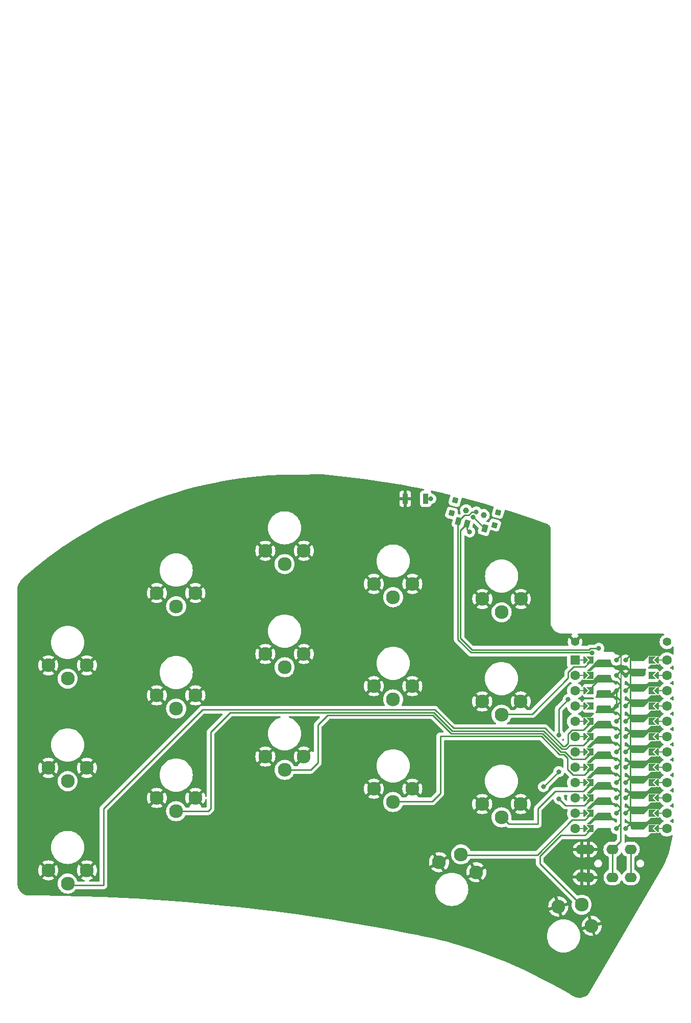
<source format=gbr>
%TF.GenerationSoftware,KiCad,Pcbnew,7.0.5*%
%TF.CreationDate,2023-09-03T18:34:12+02:00*%
%TF.ProjectId,half-swept,68616c66-2d73-4776-9570-742e6b696361,rev?*%
%TF.SameCoordinates,Original*%
%TF.FileFunction,Copper,L1,Top*%
%TF.FilePolarity,Positive*%
%FSLAX46Y46*%
G04 Gerber Fmt 4.6, Leading zero omitted, Abs format (unit mm)*
G04 Created by KiCad (PCBNEW 7.0.5) date 2023-09-03 18:34:12*
%MOMM*%
%LPD*%
G01*
G04 APERTURE LIST*
G04 Aperture macros list*
%AMRotRect*
0 Rectangle, with rotation*
0 The origin of the aperture is its center*
0 $1 length*
0 $2 width*
0 $3 Rotation angle, in degrees counterclockwise*
0 Add horizontal line*
21,1,$1,$2,0,0,$3*%
%AMFreePoly0*
4,1,5,0.125000,-0.500000,-0.125000,-0.500000,-0.125000,0.500000,0.125000,0.500000,0.125000,-0.500000,0.125000,-0.500000,$1*%
%AMFreePoly1*
4,1,6,0.600000,0.200000,0.000000,-0.400000,-0.600000,0.200000,-0.600000,0.400000,0.600000,0.400000,0.600000,0.200000,0.600000,0.200000,$1*%
%AMFreePoly2*
4,1,49,0.088388,4.152388,0.850389,3.390388,0.863767,3.372517,0.867157,3.369580,0.867925,3.366962,0.871711,3.361906,0.878287,3.331671,0.887000,3.302000,0.887000,0.762000,0.883823,0.739906,0.884144,0.735429,0.882835,0.733032,0.881937,0.726783,0.865213,0.700760,0.850389,0.673612,0.088388,-0.088388,0.064431,-0.106321,0.062500,-0.108253,0.061490,-0.108523,0.059906,-0.109710,
0.044798,-0.112996,0.000000,-0.125000,-0.004652,-0.123753,-0.008917,-0.124682,-0.028634,-0.117327,-0.062500,-0.108253,-0.068172,-0.102580,-0.074910,-0.100068,-0.087486,-0.083266,-0.108253,-0.062500,-0.111163,-0.051638,-0.117119,-0.043683,-0.118510,-0.024217,-0.125000,0.000000,-0.121245,0.014013,-0.122144,0.026571,-0.113772,0.041902,-0.108253,0.062500,-0.095631,0.075121,-0.088388,0.088388,
0.637000,0.813776,0.637000,3.250223,-0.088388,3.975612,-0.109710,4.004094,-0.124682,4.072917,-0.100068,4.138910,-0.043683,4.181119,0.026571,4.186144,0.088388,4.152388,0.088388,4.152388,$1*%
%AMFreePoly3*
4,1,6,0.600000,-0.250000,-0.600000,-0.250000,-0.600000,1.000000,0.000000,0.400000,0.600000,1.000000,0.600000,-0.250000,0.600000,-0.250000,$1*%
%AMFreePoly4*
4,1,49,0.088388,4.152388,0.854389,3.386388,0.867767,3.368517,0.871157,3.365580,0.871925,3.362962,0.875711,3.357906,0.882287,3.327671,0.891000,3.298000,0.891000,0.766000,0.887823,0.743906,0.888144,0.739429,0.886835,0.737032,0.885937,0.730783,0.869213,0.704760,0.854389,0.677612,0.088388,-0.088388,0.064431,-0.106321,0.062500,-0.108253,0.061490,-0.108523,0.059906,-0.109710,
0.044798,-0.112996,0.000000,-0.125000,-0.004652,-0.123753,-0.008917,-0.124682,-0.028634,-0.117327,-0.062500,-0.108253,-0.068172,-0.102580,-0.074910,-0.100068,-0.087486,-0.083266,-0.108253,-0.062500,-0.111163,-0.051638,-0.117119,-0.043683,-0.118510,-0.024217,-0.125000,0.000000,-0.121245,0.014013,-0.122144,0.026571,-0.113772,0.041902,-0.108253,0.062500,-0.095631,0.075121,-0.088388,0.088388,
0.641000,0.817776,0.641000,3.246223,-0.088388,3.975612,-0.109710,4.004094,-0.124682,4.072917,-0.100068,4.138910,-0.043683,4.181119,0.026571,4.186144,0.088388,4.152388,0.088388,4.152388,$1*%
G04 Aperture macros list end*
%TA.AperFunction,ComponentPad*%
%ADD10C,1.397000*%
%TD*%
%TA.AperFunction,ComponentPad*%
%ADD11O,2.000000X1.600000*%
%TD*%
%TA.AperFunction,ComponentPad*%
%ADD12C,2.300000*%
%TD*%
%TA.AperFunction,ComponentPad*%
%ADD13C,1.600000*%
%TD*%
%TA.AperFunction,SMDPad,CuDef*%
%ADD14FreePoly0,270.000000*%
%TD*%
%TA.AperFunction,SMDPad,CuDef*%
%ADD15FreePoly1,270.000000*%
%TD*%
%TA.AperFunction,SMDPad,CuDef*%
%ADD16FreePoly1,90.000000*%
%TD*%
%TA.AperFunction,SMDPad,CuDef*%
%ADD17FreePoly0,90.000000*%
%TD*%
%TA.AperFunction,ComponentPad*%
%ADD18R,1.600000X1.600000*%
%TD*%
%TA.AperFunction,SMDPad,CuDef*%
%ADD19FreePoly2,90.000000*%
%TD*%
%TA.AperFunction,ComponentPad*%
%ADD20C,0.800000*%
%TD*%
%TA.AperFunction,SMDPad,CuDef*%
%ADD21FreePoly3,90.000000*%
%TD*%
%TA.AperFunction,SMDPad,CuDef*%
%ADD22FreePoly3,270.000000*%
%TD*%
%TA.AperFunction,SMDPad,CuDef*%
%ADD23FreePoly4,270.000000*%
%TD*%
%TA.AperFunction,WasherPad*%
%ADD24C,1.000000*%
%TD*%
%TA.AperFunction,SMDPad,CuDef*%
%ADD25RotRect,0.900000X0.900000X344.500000*%
%TD*%
%TA.AperFunction,SMDPad,CuDef*%
%ADD26RotRect,0.900000X1.250000X344.500000*%
%TD*%
%TA.AperFunction,SMDPad,CuDef*%
%ADD27R,0.900000X1.700000*%
%TD*%
%TA.AperFunction,ViaPad*%
%ADD28C,0.800000*%
%TD*%
%TA.AperFunction,Conductor*%
%ADD29C,0.250000*%
%TD*%
G04 APERTURE END LIST*
D10*
%TO.P,B+,1*%
%TO.N,BT+_r*%
X126492000Y-45974000D03*
%TD*%
%TO.P,B-,1*%
%TO.N,gnd*%
X111252000Y-45974000D03*
%TD*%
D11*
%TO.P,J2,R1*%
%TO.N,Switch18*%
X117478000Y-80420000D03*
X117498000Y-85050000D03*
%TO.P,J2,R2*%
%TO.N,vcc*%
X120478000Y-80420000D03*
X120498000Y-85050000D03*
%TO.P,J2,S*%
%TO.N,gnd*%
X112398000Y-80450000D03*
X112378000Y-85020000D03*
%TO.P,J2,T*%
X113478000Y-80420000D03*
X113498000Y-85050000D03*
%TD*%
D12*
%TO.P,SW1,1*%
%TO.N,Switch1*%
X27080000Y-52080000D03*
%TO.P,SW1,2*%
%TO.N,gnd*%
X23880000Y-49880000D03*
X30280000Y-49880000D03*
%TD*%
%TO.P,SW2,1*%
%TO.N,Switch2*%
X45080000Y-40080000D03*
%TO.P,SW2,2*%
%TO.N,gnd*%
X41880000Y-37880000D03*
X48280000Y-37880000D03*
%TD*%
%TO.P,SW3,1*%
%TO.N,Switch3*%
X63080000Y-33080000D03*
%TO.P,SW3,2*%
%TO.N,gnd*%
X59880000Y-30880000D03*
X66280000Y-30880000D03*
%TD*%
%TO.P,SW4,1*%
%TO.N,Switch4*%
X81080000Y-38580000D03*
%TO.P,SW4,2*%
%TO.N,gnd*%
X77880000Y-36380000D03*
X84280000Y-36380000D03*
%TD*%
%TO.P,SW5,1*%
%TO.N,Switch5*%
X99080000Y-41080000D03*
%TO.P,SW5,2*%
%TO.N,gnd*%
X95880000Y-38880000D03*
X102280000Y-38880000D03*
%TD*%
%TO.P,SW6,1*%
%TO.N,Switch6*%
X27080000Y-69080000D03*
%TO.P,SW6,2*%
%TO.N,gnd*%
X23880000Y-66880000D03*
X30280000Y-66880000D03*
%TD*%
%TO.P,SW7,1*%
%TO.N,Switch7*%
X45080000Y-57054000D03*
%TO.P,SW7,2*%
%TO.N,gnd*%
X41880000Y-54854000D03*
X48280000Y-54854000D03*
%TD*%
%TO.P,SW8,1*%
%TO.N,Switch8*%
X63080000Y-50196000D03*
%TO.P,SW8,2*%
%TO.N,gnd*%
X59880000Y-47996000D03*
X66280000Y-47996000D03*
%TD*%
%TO.P,SW9,1*%
%TO.N,Switch9*%
X81080000Y-55530000D03*
%TO.P,SW9,2*%
%TO.N,gnd*%
X77880000Y-53330000D03*
X84280000Y-53330000D03*
%TD*%
%TO.P,SW10,1*%
%TO.N,Switch10*%
X99060000Y-58070000D03*
%TO.P,SW10,2*%
%TO.N,gnd*%
X95860000Y-55870000D03*
X102260000Y-55870000D03*
%TD*%
%TO.P,SW11,1*%
%TO.N,Switch11*%
X27080000Y-86080000D03*
%TO.P,SW11,2*%
%TO.N,gnd*%
X23880000Y-83880000D03*
X30280000Y-83880000D03*
%TD*%
%TO.P,SW12,1*%
%TO.N,Switch12*%
X45080000Y-74072000D03*
%TO.P,SW12,2*%
%TO.N,gnd*%
X41880000Y-71872000D03*
X48280000Y-71872000D03*
%TD*%
%TO.P,SW13,1*%
%TO.N,Switch13*%
X63080000Y-67214000D03*
%TO.P,SW13,2*%
%TO.N,gnd*%
X59880000Y-65014000D03*
X66280000Y-65014000D03*
%TD*%
%TO.P,SW14,1*%
%TO.N,Switch14*%
X81080000Y-72548000D03*
%TO.P,SW14,2*%
%TO.N,gnd*%
X77880000Y-70348000D03*
X84280000Y-70348000D03*
%TD*%
%TO.P,SW15,1*%
%TO.N,Switch15*%
X99060000Y-75088000D03*
%TO.P,SW15,2*%
%TO.N,gnd*%
X95860000Y-72888000D03*
X102260000Y-72888000D03*
%TD*%
%TO.P,SW17,1*%
%TO.N,Switch17*%
X112356000Y-89583848D03*
%TO.P,SW17,2*%
%TO.N,gnd*%
X114027281Y-93089103D03*
X108484719Y-89889103D03*
%TD*%
%TO.P,SW16,1*%
%TO.N,Switch16*%
X92348914Y-81234445D03*
%TO.P,SW16,2*%
%TO.N,gnd*%
X94870475Y-84187703D03*
X88688550Y-82531261D03*
%TD*%
D13*
%TO.P,U1,*%
%TO.N,*%
X126492000Y-49022000D03*
D14*
X125222000Y-49022000D03*
D15*
X124714000Y-49022000D03*
D16*
X113030000Y-49022000D03*
D17*
X112522000Y-49022000D03*
D13*
X111252000Y-49022000D03*
D18*
X111252000Y-49022000D03*
D13*
X126492000Y-51562000D03*
D14*
X125222000Y-51562000D03*
D15*
X124714000Y-51562000D03*
D16*
X113030000Y-51562000D03*
D17*
X112522000Y-51562000D03*
D13*
X111252000Y-51562000D03*
X126492000Y-54102000D03*
D14*
X125222000Y-54102000D03*
D15*
X124714000Y-54102000D03*
D16*
X113030000Y-54102000D03*
D17*
X112522000Y-54102000D03*
D13*
X111252000Y-54102000D03*
X126492000Y-56642000D03*
D14*
X125222000Y-56642000D03*
D15*
X124714000Y-56642000D03*
D16*
X113030000Y-56642000D03*
D17*
X112522000Y-56642000D03*
D13*
X111252000Y-56642000D03*
X126492000Y-59182000D03*
D14*
X125222000Y-59182000D03*
D15*
X124714000Y-59182000D03*
D16*
X113030000Y-59182000D03*
D17*
X112522000Y-59182000D03*
D13*
X111252000Y-59182000D03*
X126492000Y-61722000D03*
D14*
X125222000Y-61722000D03*
D15*
X124714000Y-61722000D03*
D16*
X113030000Y-61722000D03*
D17*
X112522000Y-61722000D03*
D13*
X111252000Y-61722000D03*
X126492000Y-64262000D03*
D14*
X125222000Y-64262000D03*
D15*
X124714000Y-64262000D03*
D16*
X113030000Y-64262000D03*
D17*
X112522000Y-64262000D03*
D13*
X111252000Y-64262000D03*
X126492000Y-66802000D03*
D14*
X125222000Y-66802000D03*
D15*
X124714000Y-66802000D03*
D16*
X113030000Y-66802000D03*
D17*
X112522000Y-66802000D03*
D13*
X111252000Y-66802000D03*
X126492000Y-69342000D03*
D14*
X125222000Y-69342000D03*
D15*
X124714000Y-69342000D03*
D16*
X113030000Y-69342000D03*
D17*
X112522000Y-69342000D03*
D13*
X111252000Y-69342000D03*
X126492000Y-71882000D03*
D14*
X125222000Y-71882000D03*
D15*
X124714000Y-71882000D03*
D16*
X113030000Y-71882000D03*
D17*
X112522000Y-71882000D03*
D13*
X111252000Y-71882000D03*
X126492000Y-74422000D03*
D14*
X125222000Y-74422000D03*
D15*
X124714000Y-74422000D03*
D16*
X113030000Y-74422000D03*
D17*
X112522000Y-74422000D03*
D13*
X111252000Y-74422000D03*
X126492000Y-76962000D03*
D14*
X125222000Y-76962000D03*
D15*
X124714000Y-76962000D03*
D16*
X113030000Y-76962000D03*
D17*
X112522000Y-76962000D03*
D13*
X111252000Y-76962000D03*
D19*
%TO.P,U1,1*%
%TO.N,Switch10*%
X118110000Y-49022000D03*
D20*
X118110000Y-49022000D03*
D21*
X114046000Y-49022000D03*
D19*
%TO.P,U1,2*%
%TO.N,Switch18*%
X118110000Y-51562000D03*
D20*
X118110000Y-51562000D03*
D21*
X114046000Y-51562000D03*
D19*
%TO.P,U1,3*%
%TO.N,gnd*%
X118110000Y-54102000D03*
D20*
X118110000Y-54102000D03*
D21*
X114046000Y-54102000D03*
D19*
%TO.P,U1,4*%
X118110000Y-56642000D03*
D20*
X118110000Y-56642000D03*
D21*
X114046000Y-56642000D03*
D19*
%TO.P,U1,5*%
%TO.N,Switch11*%
X118110000Y-59182000D03*
D20*
X118110000Y-59182000D03*
D21*
X114046000Y-59182000D03*
D19*
%TO.P,U1,6*%
%TO.N,Switch12*%
X118110000Y-61722000D03*
D20*
X118110000Y-61722000D03*
D21*
X114046000Y-61722000D03*
D19*
%TO.P,U1,7*%
%TO.N,Switch13*%
X118110000Y-64262000D03*
D20*
X118110000Y-64262000D03*
D21*
X114046000Y-64262000D03*
D19*
%TO.P,U1,8*%
%TO.N,Switch14*%
X118110000Y-66802000D03*
D20*
X118110000Y-66802000D03*
D21*
X114046000Y-66802000D03*
D19*
%TO.P,U1,9*%
%TO.N,Switch15*%
X118110000Y-69342000D03*
D20*
X118110000Y-69342000D03*
D21*
X114046000Y-69342000D03*
D19*
%TO.P,U1,10*%
%TO.N,Switch1*%
X118110000Y-71882000D03*
D20*
X118110000Y-71882000D03*
D21*
X114046000Y-71882000D03*
D19*
%TO.P,U1,11*%
%TO.N,Switch16*%
X118110000Y-74422000D03*
D20*
X118110000Y-74422000D03*
D21*
X114046000Y-74422000D03*
D19*
%TO.P,U1,12*%
%TO.N,Switch17*%
X118110000Y-76962000D03*
D20*
X118110000Y-76962000D03*
D21*
X114046000Y-76962000D03*
D22*
%TO.P,U1,13*%
%TO.N,Switch9*%
X123698000Y-76962000D03*
D23*
X119634000Y-76962000D03*
D20*
X119634000Y-76962000D03*
D22*
%TO.P,U1,14*%
%TO.N,Switch8*%
X123698000Y-74422000D03*
D23*
X119634000Y-74422000D03*
D20*
X119634000Y-74422000D03*
D22*
%TO.P,U1,15*%
%TO.N,Switch7*%
X123698000Y-71882000D03*
D23*
X119634000Y-71882000D03*
D20*
X119634000Y-71882000D03*
D22*
%TO.P,U1,16*%
%TO.N,Switch6*%
X123698000Y-69342000D03*
D23*
X119634000Y-69342000D03*
D20*
X119634000Y-69342000D03*
D22*
%TO.P,U1,17*%
%TO.N,Switch2*%
X123698000Y-66802000D03*
D23*
X119634000Y-66802000D03*
D20*
X119634000Y-66802000D03*
D22*
%TO.P,U1,18*%
%TO.N,Switch3*%
X123698000Y-64262000D03*
D23*
X119634000Y-64262000D03*
D20*
X119634000Y-64262000D03*
D22*
%TO.P,U1,19*%
%TO.N,Switch4*%
X123698000Y-61722000D03*
D23*
X119634000Y-61722000D03*
D20*
X119634000Y-61722000D03*
D22*
%TO.P,U1,20*%
%TO.N,Switch5*%
X123698000Y-59182000D03*
D23*
X119634000Y-59182000D03*
D20*
X119634000Y-59182000D03*
D22*
%TO.P,U1,21*%
%TO.N,vcc*%
X123698000Y-56642000D03*
D23*
X119634000Y-56642000D03*
D20*
X119634000Y-56642000D03*
D22*
%TO.P,U1,22*%
%TO.N,reset*%
X123698000Y-54102000D03*
D23*
X119634000Y-54102000D03*
D20*
X119634000Y-54102000D03*
D22*
%TO.P,U1,23*%
%TO.N,gnd*%
X123698000Y-51562000D03*
D23*
X119634000Y-51562000D03*
D20*
X119634000Y-51562000D03*
D22*
%TO.P,U1,24*%
%TO.N,raw*%
X123698000Y-49022000D03*
D23*
X119634000Y-49022000D03*
D20*
X119634000Y-49022000D03*
%TD*%
D24*
%TO.P,POWER SW,*%
%TO.N,*%
X93194954Y-24169715D03*
X96085846Y-24971431D03*
D25*
%TO.P,POWER SW,0*%
%TO.N,N/C*%
X91368930Y-22521798D03*
X90781005Y-24641785D03*
X98499795Y-24499361D03*
X97911870Y-26619348D03*
D26*
%TO.P,POWER SW,1*%
%TO.N,Net-(SW_POWERR1-Pad1)*%
X96254049Y-27171393D03*
%TO.P,POWER SW,2*%
%TO.N,BT+_r*%
X93363158Y-26369676D03*
%TO.P,POWER SW,3*%
%TO.N,raw*%
X91917712Y-25968820D03*
%TD*%
D27*
%TO.P,RSW2,1*%
%TO.N,gnd*%
X83085200Y-22250400D03*
%TO.P,RSW2,2*%
%TO.N,reset*%
X86485200Y-22250400D03*
%TD*%
D28*
%TO.N,gnd*%
X115163600Y-52273200D03*
X109372400Y-45669200D03*
X89357200Y-22453600D03*
%TO.N,vcc*%
X106019600Y-70002400D03*
X110134400Y-55524400D03*
X108559600Y-67513200D03*
X108559600Y-61417200D03*
%TO.N,reset*%
X87325200Y-22250400D03*
%TO.N,Switch1*%
X108610400Y-72034400D03*
%TO.N,raw*%
X94894400Y-24434800D03*
X114046000Y-47853600D03*
%TO.N,BT+_r*%
X115214400Y-47072415D03*
X93776800Y-27736800D03*
%TO.N,Net-(SW_POWERR1-Pad1)*%
X94335600Y-25298400D03*
%TD*%
D29*
%TO.N,gnd*%
X114046000Y-53390800D02*
X115163600Y-52273200D01*
X118110000Y-56642000D02*
X118110000Y-54102000D01*
X114046000Y-54102000D02*
X114046000Y-53390800D01*
%TO.N,vcc*%
X120498000Y-85050000D02*
X120498000Y-80440000D01*
X108559600Y-57099200D02*
X108559600Y-61417200D01*
X106019600Y-70002400D02*
X106070400Y-70002400D01*
X106070400Y-70002400D02*
X108559600Y-67513200D01*
X120498000Y-80440000D02*
X120478000Y-80420000D01*
X110134400Y-55524400D02*
X108559600Y-57099200D01*
%TO.N,Switch18*%
X118110000Y-51562000D02*
X118834511Y-52286511D01*
X118834511Y-52286511D02*
X118834511Y-79063489D01*
X117498000Y-80440000D02*
X117478000Y-80420000D01*
X118834511Y-79063489D02*
X117478000Y-80420000D01*
X117498000Y-85050000D02*
X117498000Y-80440000D01*
%TO.N,reset*%
X87325200Y-22250400D02*
X86485200Y-22250400D01*
%TO.N,Switch1*%
X108610400Y-72034400D02*
X109677200Y-73101200D01*
X112826800Y-73101200D02*
X114046000Y-71882000D01*
X109677200Y-73101200D02*
X112826800Y-73101200D01*
%TO.N,Switch10*%
X112921489Y-50146511D02*
X114046000Y-49022000D01*
X110127489Y-51060911D02*
X111041889Y-50146511D01*
X104132800Y-57970000D02*
X110127489Y-51975311D01*
X111041889Y-50146511D02*
X112921489Y-50146511D01*
X110127489Y-51975311D02*
X110127489Y-51060911D01*
X99060000Y-57970000D02*
X104132800Y-57970000D01*
%TO.N,Switch11*%
X27460000Y-86360000D02*
X33020000Y-86360000D01*
X106257265Y-60306511D02*
X109255234Y-63304480D01*
X110083600Y-62813482D02*
X110083600Y-61300100D01*
X91088481Y-60306511D02*
X106257265Y-60306511D01*
X110083600Y-61300100D02*
X110786211Y-60597489D01*
X49440345Y-57239655D02*
X88021625Y-57239655D01*
X109255234Y-63304480D02*
X109592602Y-63304480D01*
X110786211Y-60597489D02*
X112630511Y-60597489D01*
X88021625Y-57239655D02*
X91088481Y-60306511D01*
X27080000Y-85980000D02*
X27460000Y-86360000D01*
X109592602Y-63304480D02*
X110083600Y-62813482D01*
X33020000Y-86360000D02*
X33020000Y-73660000D01*
X33020000Y-73660000D02*
X49440345Y-57239655D01*
X112630511Y-60597489D02*
X114046000Y-59182000D01*
%TO.N,Switch12*%
X50800000Y-60960000D02*
X54070345Y-57689655D01*
X45080000Y-74072000D02*
X50388000Y-74072000D01*
X50800000Y-73660000D02*
X50800000Y-60960000D01*
X90902284Y-60756031D02*
X106071067Y-60756031D01*
X87835908Y-57689655D02*
X90902284Y-60756031D01*
X109778800Y-63754000D02*
X110395311Y-63137489D01*
X50388000Y-74072000D02*
X50800000Y-73660000D01*
X106071067Y-60756031D02*
X109069036Y-63754000D01*
X110395311Y-63137489D02*
X112630511Y-63137489D01*
X109069036Y-63754000D02*
X109778800Y-63754000D01*
X112630511Y-63137489D02*
X114046000Y-61722000D01*
X54070345Y-57689655D02*
X87835908Y-57689655D01*
%TO.N,Switch13*%
X112877600Y-65430400D02*
X114046000Y-64262000D01*
X90716086Y-61205551D02*
X105884869Y-61205551D01*
X68580000Y-59779864D02*
X70220209Y-58139655D01*
X108882839Y-64203520D02*
X109567920Y-64203520D01*
X68580000Y-66040000D02*
X68580000Y-59779864D01*
X63080000Y-67214000D02*
X67406000Y-67214000D01*
X110794800Y-65430400D02*
X112877600Y-65430400D01*
X109567920Y-64203520D02*
X110794800Y-65430400D01*
X67406000Y-67214000D02*
X68580000Y-66040000D01*
X87650190Y-58139655D02*
X90716086Y-61205551D01*
X105884869Y-61205551D02*
X108882839Y-64203520D01*
X70220209Y-58139655D02*
X87650190Y-58139655D01*
%TO.N,Switch14*%
X81080000Y-72448000D02*
X87572000Y-72448000D01*
X112776000Y-68072000D02*
X114046000Y-66802000D01*
X88900000Y-61655071D02*
X105698671Y-61655071D01*
X87572000Y-72448000D02*
X88900000Y-71120000D01*
X108696642Y-64653040D02*
X109381722Y-64653040D01*
X88900000Y-71120000D02*
X88900000Y-61655071D01*
X109982000Y-67122300D02*
X110931700Y-68072000D01*
X109982000Y-65253318D02*
X109982000Y-67122300D01*
X105698671Y-61655071D02*
X108696642Y-64653040D01*
X110931700Y-68072000D02*
X112776000Y-68072000D01*
X109381722Y-64653040D02*
X109982000Y-65253318D01*
%TO.N,Switch15*%
X107952259Y-70757489D02*
X112630511Y-70757489D01*
X105097450Y-76200000D02*
X105097450Y-73612298D01*
X100272000Y-76200000D02*
X105097450Y-76200000D01*
X99060000Y-74988000D02*
X100272000Y-76200000D01*
X112630511Y-70757489D02*
X114046000Y-69342000D01*
X105097450Y-73612298D02*
X107952259Y-70757489D01*
%TO.N,Switch16*%
X110786211Y-75546511D02*
X112921489Y-75546511D01*
X112921489Y-75546511D02*
X114046000Y-74422000D01*
X105001684Y-81331038D02*
X110786211Y-75546511D01*
X92323032Y-81331038D02*
X105001684Y-81331038D01*
%TO.N,Switch17*%
X108881929Y-78086511D02*
X112921489Y-78086511D01*
X105410000Y-82774450D02*
X105410000Y-81558440D01*
X105410000Y-81558440D02*
X108881929Y-78086511D01*
X112921489Y-78086511D02*
X114046000Y-76962000D01*
X112306000Y-89670450D02*
X105410000Y-82774450D01*
%TO.N,raw*%
X113944400Y-47752000D02*
X114046000Y-47853600D01*
X91917712Y-25968820D02*
X91803280Y-26083252D01*
X108458000Y-47752000D02*
X113944400Y-47752000D01*
X93980000Y-47758523D02*
X108451477Y-47758523D01*
X92888235Y-24998297D02*
X93611089Y-24998297D01*
X91803280Y-45581803D02*
X93980000Y-47758523D01*
X93611089Y-24998297D02*
X94174586Y-24434800D01*
X91803280Y-26083252D02*
X91803280Y-45581803D01*
X94174586Y-24434800D02*
X94894400Y-24434800D01*
X108451477Y-47758523D02*
X108458000Y-47752000D01*
X91917712Y-25968820D02*
X92888235Y-24998297D01*
%TO.N,BT+_r*%
X92253280Y-45395407D02*
X94160353Y-47302480D01*
X113572506Y-47302480D02*
X113802571Y-47072415D01*
X113802571Y-47072415D02*
X115214400Y-47072415D01*
X93363158Y-26369676D02*
X92253280Y-27479554D01*
X93363158Y-27323158D02*
X93776800Y-27736800D01*
X93363158Y-26369676D02*
X93363158Y-27323158D01*
X92253280Y-27479554D02*
X92253280Y-45395407D01*
X94160353Y-47302480D02*
X113572506Y-47302480D01*
%TO.N,Net-(SW_POWERR1-Pad1)*%
X94381056Y-25298400D02*
X96254049Y-27171393D01*
X94335600Y-25298400D02*
X94381056Y-25298400D01*
%TD*%
%TA.AperFunction,Conductor*%
%TO.N,gnd*%
G36*
X69293532Y-18226444D02*
G01*
X70148167Y-18304355D01*
X71545080Y-18431702D01*
X73796987Y-18672759D01*
X76044823Y-18949202D01*
X78288034Y-19260962D01*
X80526064Y-19607963D01*
X82758338Y-19990115D01*
X84247018Y-20269134D01*
X84984371Y-20407335D01*
X86138207Y-20642437D01*
X86200962Y-20675637D01*
X86235806Y-20737495D01*
X86231676Y-20808371D01*
X86189883Y-20865763D01*
X86123696Y-20891449D01*
X86113050Y-20891900D01*
X85986550Y-20891900D01*
X85926003Y-20898409D01*
X85925995Y-20898411D01*
X85788997Y-20949510D01*
X85788992Y-20949512D01*
X85671938Y-21037138D01*
X85584312Y-21154192D01*
X85584310Y-21154197D01*
X85533211Y-21291195D01*
X85533209Y-21291203D01*
X85526700Y-21351750D01*
X85526700Y-23149049D01*
X85533209Y-23209596D01*
X85533211Y-23209604D01*
X85584310Y-23346602D01*
X85584312Y-23346607D01*
X85671938Y-23463661D01*
X85788992Y-23551287D01*
X85788994Y-23551288D01*
X85788996Y-23551289D01*
X85848075Y-23573324D01*
X85925995Y-23602388D01*
X85926003Y-23602390D01*
X85986550Y-23608899D01*
X85986555Y-23608899D01*
X85986562Y-23608900D01*
X85986568Y-23608900D01*
X86983832Y-23608900D01*
X86983838Y-23608900D01*
X86983845Y-23608899D01*
X86983849Y-23608899D01*
X87044396Y-23602390D01*
X87044399Y-23602389D01*
X87044401Y-23602389D01*
X87181404Y-23551289D01*
X87181999Y-23550844D01*
X87298461Y-23463661D01*
X87386086Y-23346608D01*
X87386085Y-23346608D01*
X87386089Y-23346604D01*
X87434970Y-23215548D01*
X87477515Y-23158717D01*
X87526825Y-23136339D01*
X87607488Y-23119194D01*
X87781952Y-23041518D01*
X87936453Y-22929266D01*
X87936455Y-22929264D01*
X88064234Y-22787351D01*
X88064235Y-22787349D01*
X88064240Y-22787344D01*
X88159727Y-22621956D01*
X88218742Y-22440328D01*
X88238704Y-22250400D01*
X88218742Y-22060472D01*
X88159727Y-21878844D01*
X88064240Y-21713456D01*
X88064238Y-21713454D01*
X88064234Y-21713448D01*
X87936455Y-21571535D01*
X87781952Y-21459282D01*
X87607484Y-21381604D01*
X87526826Y-21364459D01*
X87464353Y-21330730D01*
X87434969Y-21285246D01*
X87386089Y-21154196D01*
X87386087Y-21154192D01*
X87361210Y-21120961D01*
X87336399Y-21054441D01*
X87351490Y-20985067D01*
X87401692Y-20934865D01*
X87471066Y-20919773D01*
X87489169Y-20922399D01*
X89415318Y-21346522D01*
X89926845Y-21467621D01*
X90495899Y-21602339D01*
X90557579Y-21637496D01*
X90590461Y-21700419D01*
X90584104Y-21771131D01*
X90583995Y-21771408D01*
X90578541Y-21785156D01*
X90312038Y-22746138D01*
X90312032Y-22746164D01*
X90302124Y-22806250D01*
X90302124Y-22806259D01*
X90314752Y-22951930D01*
X90314753Y-22951931D01*
X90367909Y-23088142D01*
X90367915Y-23088151D01*
X90457292Y-23203868D01*
X90498109Y-23233474D01*
X90575659Y-23289724D01*
X90575663Y-23289725D01*
X90575662Y-23289725D01*
X90632279Y-23312183D01*
X90632282Y-23312184D01*
X91593270Y-23578689D01*
X91593273Y-23578689D01*
X91593285Y-23578693D01*
X91593293Y-23578694D01*
X91593296Y-23578695D01*
X91609463Y-23581360D01*
X91653385Y-23588604D01*
X91776771Y-23577907D01*
X91799062Y-23575975D01*
X91799062Y-23575974D01*
X91935279Y-23522816D01*
X92035788Y-23445184D01*
X92051000Y-23433435D01*
X92051000Y-23433433D01*
X92051002Y-23433433D01*
X92136856Y-23315069D01*
X92159315Y-23258449D01*
X92425825Y-22297443D01*
X92435736Y-22237343D01*
X92435735Y-22237336D01*
X92435930Y-22232283D01*
X92458538Y-22164982D01*
X92513942Y-22120588D01*
X92584553Y-22113195D01*
X92592780Y-22114989D01*
X93814562Y-22424605D01*
X96000918Y-23015401D01*
X97415021Y-23421488D01*
X97675355Y-23496248D01*
X97735308Y-23534275D01*
X97765186Y-23598679D01*
X97755500Y-23669012D01*
X97742573Y-23691332D01*
X97731870Y-23706088D01*
X97731867Y-23706093D01*
X97709409Y-23762710D01*
X97709408Y-23762713D01*
X97442903Y-24723701D01*
X97442897Y-24723727D01*
X97432989Y-24783813D01*
X97432989Y-24783822D01*
X97445617Y-24929493D01*
X97445618Y-24929494D01*
X97498774Y-25065705D01*
X97498780Y-25065714D01*
X97588157Y-25181431D01*
X97588160Y-25181433D01*
X97706524Y-25267287D01*
X97706528Y-25267288D01*
X97706527Y-25267288D01*
X97763144Y-25289746D01*
X97763147Y-25289747D01*
X98724135Y-25556252D01*
X98724138Y-25556252D01*
X98724150Y-25556256D01*
X98724158Y-25556257D01*
X98724161Y-25556258D01*
X98740328Y-25558923D01*
X98784250Y-25566167D01*
X98907636Y-25555470D01*
X98929927Y-25553538D01*
X98929927Y-25553537D01*
X99066144Y-25500379D01*
X99154457Y-25432167D01*
X99181865Y-25410998D01*
X99181865Y-25410996D01*
X99181867Y-25410996D01*
X99267721Y-25292632D01*
X99290180Y-25236012D01*
X99556690Y-24275006D01*
X99566601Y-24214906D01*
X99566600Y-24214903D01*
X99567035Y-24212271D01*
X99597854Y-24148312D01*
X99658359Y-24111168D01*
X99728030Y-24112227D01*
X100344404Y-24299774D01*
X102500461Y-24993033D01*
X104645349Y-25720115D01*
X106765999Y-26476368D01*
X106787210Y-26486239D01*
X106884604Y-26543124D01*
X106903956Y-26557039D01*
X106989156Y-26631480D01*
X107005537Y-26648786D01*
X107075194Y-26737948D01*
X107088026Y-26758036D01*
X107139636Y-26858712D01*
X107148456Y-26880861D01*
X107180179Y-26989458D01*
X107184669Y-27012871D01*
X107196261Y-27134891D01*
X107196544Y-27140853D01*
X107196501Y-42657978D01*
X107195759Y-42663262D01*
X107196462Y-42683338D01*
X107196501Y-42685542D01*
X107196501Y-42695391D01*
X107197062Y-42700212D01*
X107201190Y-42816151D01*
X107244191Y-43075316D01*
X107244193Y-43075323D01*
X107320280Y-43326740D01*
X107320287Y-43326760D01*
X107428195Y-43566263D01*
X107428199Y-43566269D01*
X107566119Y-43789838D01*
X107566121Y-43789840D01*
X107566122Y-43789842D01*
X107731753Y-43993747D01*
X107922319Y-44174567D01*
X107951734Y-44196001D01*
X108134625Y-44329271D01*
X108134627Y-44329272D01*
X108134631Y-44329275D01*
X108365137Y-44455283D01*
X108609979Y-44550484D01*
X108865062Y-44613283D01*
X108865064Y-44613283D01*
X108865074Y-44613285D01*
X109126106Y-44642630D01*
X109126109Y-44642630D01*
X109126117Y-44642631D01*
X109126123Y-44642630D01*
X109126125Y-44642631D01*
X109141060Y-44642378D01*
X109257203Y-44640417D01*
X110681052Y-44640181D01*
X110749175Y-44660172D01*
X110795677Y-44713820D01*
X110805792Y-44784092D01*
X110776310Y-44848678D01*
X110726591Y-44883672D01*
X110711913Y-44889358D01*
X110711907Y-44889361D01*
X110597443Y-44960233D01*
X111206889Y-45569679D01*
X111124850Y-45582673D01*
X111010146Y-45641117D01*
X110919117Y-45732146D01*
X110860673Y-45846850D01*
X110847678Y-45928889D01*
X110236063Y-45317274D01*
X110236062Y-45317274D01*
X110221820Y-45336133D01*
X110122152Y-45536295D01*
X110122149Y-45536303D01*
X110060962Y-45751352D01*
X110040331Y-45974000D01*
X110060962Y-46196647D01*
X110122149Y-46411696D01*
X110122152Y-46411704D01*
X110159554Y-46486817D01*
X110172012Y-46556712D01*
X110144706Y-46622247D01*
X110086302Y-46662615D01*
X110046763Y-46668980D01*
X94474947Y-46668980D01*
X94406826Y-46648978D01*
X94385852Y-46632075D01*
X92923685Y-45169907D01*
X92889659Y-45107595D01*
X92886780Y-45080812D01*
X92886780Y-41080000D01*
X97416372Y-41080000D01*
X97436854Y-41340249D01*
X97497796Y-41594089D01*
X97597697Y-41835271D01*
X97654671Y-41928245D01*
X97734098Y-42057857D01*
X97734099Y-42057859D01*
X97903636Y-42256363D01*
X98102140Y-42425900D01*
X98102144Y-42425903D01*
X98324729Y-42562303D01*
X98565911Y-42662204D01*
X98819751Y-42723146D01*
X99080000Y-42743628D01*
X99340249Y-42723146D01*
X99594089Y-42662204D01*
X99835271Y-42562303D01*
X100057856Y-42425903D01*
X100256363Y-42256363D01*
X100425903Y-42057856D01*
X100562303Y-41835271D01*
X100662204Y-41594089D01*
X100723146Y-41340249D01*
X100743628Y-41080000D01*
X100723146Y-40819751D01*
X100662204Y-40565911D01*
X100562303Y-40324729D01*
X100425903Y-40102144D01*
X100425900Y-40102140D01*
X100256363Y-39903636D01*
X100057859Y-39734099D01*
X100057857Y-39734098D01*
X100057856Y-39734097D01*
X99835271Y-39597697D01*
X99594089Y-39497796D01*
X99594087Y-39497795D01*
X99594086Y-39497795D01*
X99443856Y-39461728D01*
X99340249Y-39436854D01*
X99080000Y-39416372D01*
X99079999Y-39416372D01*
X98819751Y-39436854D01*
X98565913Y-39497795D01*
X98324730Y-39597696D01*
X98102142Y-39734098D01*
X98102140Y-39734099D01*
X97903636Y-39903636D01*
X97734099Y-40102140D01*
X97734098Y-40102142D01*
X97597696Y-40324730D01*
X97497795Y-40565913D01*
X97436854Y-40819751D01*
X97418115Y-41057859D01*
X97416372Y-41080000D01*
X92886780Y-41080000D01*
X92886780Y-38880000D01*
X94216873Y-38880000D01*
X94237349Y-39140169D01*
X94298271Y-39393933D01*
X94398142Y-39635042D01*
X94534500Y-39857559D01*
X94538521Y-39862267D01*
X94538522Y-39862268D01*
X95161155Y-39239634D01*
X95250577Y-39381948D01*
X95378052Y-39509423D01*
X95520364Y-39598843D01*
X94897730Y-40221477D01*
X94897730Y-40221478D01*
X94902431Y-40225492D01*
X94902434Y-40225494D01*
X95124957Y-40361857D01*
X95366066Y-40461728D01*
X95619830Y-40522650D01*
X95880000Y-40543126D01*
X96140169Y-40522650D01*
X96393933Y-40461728D01*
X96635042Y-40361857D01*
X96857558Y-40225499D01*
X96862268Y-40221477D01*
X96239634Y-39598843D01*
X96381948Y-39509423D01*
X96509423Y-39381948D01*
X96598844Y-39239634D01*
X97221477Y-39862268D01*
X97225499Y-39857558D01*
X97361857Y-39635042D01*
X97461728Y-39393933D01*
X97522650Y-39140169D01*
X97543126Y-38880000D01*
X100616873Y-38880000D01*
X100637349Y-39140169D01*
X100698271Y-39393933D01*
X100798142Y-39635042D01*
X100934500Y-39857559D01*
X100938521Y-39862267D01*
X100938522Y-39862268D01*
X101561155Y-39239634D01*
X101650577Y-39381948D01*
X101778052Y-39509423D01*
X101920364Y-39598843D01*
X101297730Y-40221477D01*
X101297730Y-40221478D01*
X101302431Y-40225492D01*
X101302434Y-40225494D01*
X101524957Y-40361857D01*
X101766066Y-40461728D01*
X102019830Y-40522650D01*
X102280000Y-40543126D01*
X102540169Y-40522650D01*
X102793933Y-40461728D01*
X103035042Y-40361857D01*
X103257558Y-40225499D01*
X103262268Y-40221477D01*
X102639634Y-39598843D01*
X102781948Y-39509423D01*
X102909423Y-39381948D01*
X102998844Y-39239634D01*
X103621477Y-39862268D01*
X103625499Y-39857558D01*
X103761857Y-39635042D01*
X103861728Y-39393933D01*
X103922650Y-39140169D01*
X103943126Y-38880000D01*
X103922650Y-38619830D01*
X103861728Y-38366066D01*
X103761857Y-38124957D01*
X103625494Y-37902434D01*
X103625492Y-37902431D01*
X103621477Y-37897730D01*
X102998843Y-38520364D01*
X102909423Y-38378052D01*
X102781948Y-38250577D01*
X102639634Y-38161155D01*
X103262267Y-37538522D01*
X103262267Y-37538521D01*
X103257559Y-37534500D01*
X103035042Y-37398142D01*
X102793933Y-37298271D01*
X102540169Y-37237349D01*
X102279999Y-37216873D01*
X102019830Y-37237349D01*
X101766066Y-37298271D01*
X101524957Y-37398142D01*
X101302439Y-37534501D01*
X101297732Y-37538521D01*
X101920365Y-38161155D01*
X101778052Y-38250577D01*
X101650577Y-38378052D01*
X101561156Y-38520365D01*
X100938522Y-37897731D01*
X100938521Y-37897731D01*
X100934501Y-37902439D01*
X100798142Y-38124957D01*
X100698271Y-38366066D01*
X100637349Y-38619830D01*
X100616873Y-38880000D01*
X97543126Y-38880000D01*
X97522650Y-38619830D01*
X97461728Y-38366066D01*
X97361857Y-38124957D01*
X97225494Y-37902434D01*
X97225492Y-37902431D01*
X97221477Y-37897730D01*
X96598843Y-38520364D01*
X96509423Y-38378052D01*
X96381948Y-38250577D01*
X96239634Y-38161155D01*
X96862267Y-37538522D01*
X96862267Y-37538521D01*
X96857559Y-37534500D01*
X96635042Y-37398142D01*
X96393933Y-37298271D01*
X96140169Y-37237349D01*
X95879999Y-37216873D01*
X95619830Y-37237349D01*
X95366066Y-37298271D01*
X95124957Y-37398142D01*
X94902439Y-37534501D01*
X94897732Y-37538521D01*
X95520365Y-38161155D01*
X95378052Y-38250577D01*
X95250577Y-38378052D01*
X95161156Y-38520365D01*
X94538522Y-37897731D01*
X94538521Y-37897731D01*
X94534501Y-37902439D01*
X94398142Y-38124957D01*
X94298271Y-38366066D01*
X94237349Y-38619830D01*
X94216873Y-38880000D01*
X92886780Y-38880000D01*
X92886780Y-35080001D01*
X96324473Y-35080001D01*
X96344563Y-35412139D01*
X96344564Y-35412142D01*
X96404543Y-35739440D01*
X96503538Y-36057127D01*
X96640096Y-36360546D01*
X96640099Y-36360552D01*
X96812245Y-36645317D01*
X97017452Y-36907246D01*
X97017464Y-36907259D01*
X97252740Y-37142535D01*
X97252753Y-37142547D01*
X97514681Y-37347753D01*
X97514682Y-37347754D01*
X97799443Y-37519898D01*
X97799445Y-37519899D01*
X97799447Y-37519900D01*
X97799453Y-37519903D01*
X98102872Y-37656461D01*
X98102873Y-37656461D01*
X98102877Y-37656463D01*
X98420559Y-37755456D01*
X98747858Y-37815436D01*
X98901489Y-37824729D01*
X98996893Y-37830500D01*
X98996894Y-37830500D01*
X99163107Y-37830500D01*
X99225364Y-37826734D01*
X99412142Y-37815436D01*
X99739441Y-37755456D01*
X100057123Y-37656463D01*
X100360557Y-37519898D01*
X100645318Y-37347754D01*
X100859440Y-37180000D01*
X100907246Y-37142547D01*
X100907248Y-37142545D01*
X100907252Y-37142542D01*
X101142542Y-36907252D01*
X101162367Y-36881948D01*
X101339022Y-36656463D01*
X101347754Y-36645318D01*
X101519898Y-36360557D01*
X101656463Y-36057123D01*
X101755456Y-35739441D01*
X101815436Y-35412142D01*
X101835527Y-35080000D01*
X101834143Y-35057127D01*
X101815436Y-34747860D01*
X101815436Y-34747858D01*
X101755456Y-34420559D01*
X101656463Y-34102877D01*
X101656461Y-34102872D01*
X101519903Y-33799453D01*
X101519900Y-33799447D01*
X101488713Y-33747858D01*
X101347754Y-33514682D01*
X101347753Y-33514681D01*
X101142547Y-33252753D01*
X101142535Y-33252740D01*
X100907259Y-33017464D01*
X100907246Y-33017452D01*
X100645317Y-32812245D01*
X100360552Y-32640099D01*
X100360546Y-32640096D01*
X100057127Y-32503538D01*
X99739440Y-32404543D01*
X99412142Y-32344564D01*
X99412139Y-32344563D01*
X99163107Y-32329500D01*
X99163106Y-32329500D01*
X98996894Y-32329500D01*
X98996893Y-32329500D01*
X98747860Y-32344563D01*
X98747857Y-32344564D01*
X98420559Y-32404543D01*
X98102872Y-32503538D01*
X97799453Y-32640096D01*
X97799447Y-32640099D01*
X97514682Y-32812245D01*
X97252753Y-33017452D01*
X97252740Y-33017464D01*
X97017464Y-33252740D01*
X97017452Y-33252753D01*
X96812245Y-33514682D01*
X96640099Y-33799447D01*
X96640096Y-33799453D01*
X96503538Y-34102872D01*
X96404543Y-34420559D01*
X96344564Y-34747857D01*
X96344563Y-34747860D01*
X96324473Y-35079998D01*
X96324473Y-35080001D01*
X92886780Y-35080001D01*
X92886780Y-28434305D01*
X92906782Y-28366184D01*
X92960438Y-28319691D01*
X93030712Y-28309587D01*
X93095292Y-28339081D01*
X93106413Y-28349991D01*
X93165547Y-28415666D01*
X93320048Y-28527918D01*
X93494512Y-28605594D01*
X93681313Y-28645300D01*
X93872287Y-28645300D01*
X94059088Y-28605594D01*
X94233552Y-28527918D01*
X94388053Y-28415666D01*
X94388055Y-28415664D01*
X94515834Y-28273751D01*
X94515835Y-28273749D01*
X94515840Y-28273744D01*
X94611327Y-28108356D01*
X94670342Y-27926728D01*
X94690304Y-27736800D01*
X94670342Y-27546872D01*
X94611327Y-27365244D01*
X94515840Y-27199856D01*
X94515838Y-27199854D01*
X94515834Y-27199848D01*
X94388055Y-27057935D01*
X94274754Y-26975617D01*
X94231400Y-26919395D01*
X94225325Y-26848658D01*
X94227398Y-26840009D01*
X94343213Y-26422393D01*
X94380691Y-26362098D01*
X94444819Y-26331635D01*
X94515238Y-26340678D01*
X94553724Y-26366972D01*
X94924695Y-26737944D01*
X95228858Y-27042107D01*
X95262883Y-27104419D01*
X95261180Y-27164874D01*
X95150387Y-27564383D01*
X95150385Y-27564394D01*
X95140476Y-27624480D01*
X95140476Y-27624484D01*
X95153105Y-27770160D01*
X95198510Y-27886506D01*
X95206265Y-27906377D01*
X95295647Y-28022100D01*
X95343932Y-28057123D01*
X95414006Y-28107951D01*
X95414008Y-28107952D01*
X95414011Y-28107954D01*
X95470632Y-28130413D01*
X95470635Y-28130414D01*
X96431622Y-28396919D01*
X96431625Y-28396919D01*
X96431637Y-28396923D01*
X96431645Y-28396924D01*
X96431648Y-28396925D01*
X96447815Y-28399590D01*
X96491737Y-28406834D01*
X96637414Y-28394205D01*
X96773631Y-28341046D01*
X96889354Y-28251664D01*
X96975208Y-28133299D01*
X96997667Y-28076679D01*
X97148427Y-27533053D01*
X97185904Y-27472759D01*
X97250033Y-27442296D01*
X97303515Y-27445312D01*
X98136210Y-27676239D01*
X98136213Y-27676239D01*
X98136225Y-27676243D01*
X98136233Y-27676244D01*
X98136236Y-27676245D01*
X98152403Y-27678910D01*
X98196325Y-27686154D01*
X98319711Y-27675457D01*
X98342002Y-27673525D01*
X98342002Y-27673524D01*
X98478219Y-27620366D01*
X98591257Y-27533057D01*
X98593940Y-27530985D01*
X98593940Y-27530983D01*
X98593942Y-27530983D01*
X98679796Y-27412619D01*
X98702255Y-27355999D01*
X98968765Y-26394993D01*
X98978676Y-26334893D01*
X98966047Y-26189217D01*
X98966047Y-26189215D01*
X98966046Y-26189214D01*
X98912890Y-26053003D01*
X98912888Y-26053001D01*
X98912888Y-26052999D01*
X98903848Y-26041295D01*
X98823507Y-25937277D01*
X98705144Y-25851424D01*
X98705142Y-25851423D01*
X98705141Y-25851422D01*
X98705139Y-25851421D01*
X98705137Y-25851420D01*
X98648520Y-25828962D01*
X98648517Y-25828961D01*
X97687529Y-25562456D01*
X97687503Y-25562450D01*
X97627417Y-25552542D01*
X97627408Y-25552542D01*
X97481737Y-25565170D01*
X97481736Y-25565171D01*
X97345525Y-25618327D01*
X97345516Y-25618333D01*
X97229799Y-25707710D01*
X97143946Y-25826073D01*
X97143942Y-25826080D01*
X97121484Y-25882696D01*
X97064257Y-26089048D01*
X97026778Y-26149345D01*
X96962649Y-26179808D01*
X96909168Y-26176792D01*
X96594300Y-26089472D01*
X96534002Y-26051994D01*
X96503539Y-25987865D01*
X96512582Y-25917446D01*
X96558261Y-25863096D01*
X96568576Y-25856933D01*
X96648850Y-25814026D01*
X96802414Y-25687999D01*
X96928441Y-25534435D01*
X97022087Y-25359235D01*
X97079754Y-25169132D01*
X97089941Y-25065710D01*
X97099226Y-24971434D01*
X97099226Y-24971427D01*
X97079755Y-24773736D01*
X97079754Y-24773734D01*
X97079754Y-24773730D01*
X97022087Y-24583627D01*
X96928441Y-24408427D01*
X96802414Y-24254863D01*
X96648850Y-24128836D01*
X96473650Y-24035190D01*
X96283547Y-23977523D01*
X96283546Y-23977522D01*
X96283540Y-23977521D01*
X96085849Y-23958051D01*
X96085843Y-23958051D01*
X95888150Y-23977521D01*
X95806233Y-24002370D01*
X95735240Y-24003003D01*
X95675174Y-23965153D01*
X95660539Y-23944794D01*
X95637643Y-23905137D01*
X95633440Y-23897856D01*
X95633438Y-23897854D01*
X95633436Y-23897850D01*
X95505655Y-23755935D01*
X95351152Y-23643682D01*
X95176688Y-23566006D01*
X94989887Y-23526300D01*
X94798913Y-23526300D01*
X94612111Y-23566006D01*
X94437648Y-23643682D01*
X94280702Y-23757709D01*
X94213834Y-23781567D01*
X94144683Y-23765486D01*
X94095520Y-23715168D01*
X94037549Y-23606711D01*
X93911522Y-23453147D01*
X93757958Y-23327120D01*
X93582758Y-23233474D01*
X93392655Y-23175807D01*
X93392654Y-23175806D01*
X93392648Y-23175805D01*
X93194957Y-23156335D01*
X93194951Y-23156335D01*
X92997259Y-23175805D01*
X92807149Y-23233474D01*
X92631949Y-23327120D01*
X92478386Y-23453147D01*
X92352359Y-23606710D01*
X92258713Y-23781910D01*
X92201044Y-23972020D01*
X92181574Y-24169711D01*
X92181574Y-24169718D01*
X92201044Y-24367409D01*
X92201045Y-24367415D01*
X92201046Y-24367416D01*
X92258713Y-24557519D01*
X92272667Y-24583626D01*
X92275408Y-24588753D01*
X92289880Y-24658259D01*
X92264477Y-24724555D01*
X92253381Y-24737244D01*
X92189172Y-24801453D01*
X92126860Y-24835479D01*
X92066405Y-24833775D01*
X91868419Y-24778868D01*
X91808121Y-24741389D01*
X91777658Y-24677260D01*
X91780674Y-24623779D01*
X91837900Y-24417430D01*
X91847811Y-24357330D01*
X91835464Y-24214906D01*
X91835182Y-24211652D01*
X91835181Y-24211651D01*
X91782025Y-24075440D01*
X91782023Y-24075438D01*
X91782023Y-24075436D01*
X91755219Y-24040733D01*
X91692642Y-23959714D01*
X91574279Y-23873861D01*
X91574277Y-23873860D01*
X91574276Y-23873859D01*
X91574274Y-23873858D01*
X91574272Y-23873857D01*
X91517655Y-23851399D01*
X91517652Y-23851398D01*
X90556664Y-23584893D01*
X90556638Y-23584887D01*
X90496552Y-23574979D01*
X90496543Y-23574979D01*
X90350872Y-23587607D01*
X90350871Y-23587608D01*
X90214660Y-23640764D01*
X90214651Y-23640770D01*
X90098934Y-23730147D01*
X90013081Y-23848510D01*
X90013077Y-23848517D01*
X89990619Y-23905134D01*
X89990618Y-23905137D01*
X89724113Y-24866125D01*
X89724107Y-24866151D01*
X89714199Y-24926237D01*
X89714199Y-24926246D01*
X89726827Y-25071917D01*
X89726828Y-25071918D01*
X89779984Y-25208129D01*
X89779990Y-25208138D01*
X89869367Y-25323855D01*
X89869370Y-25323857D01*
X89987734Y-25409711D01*
X90044354Y-25432170D01*
X90877067Y-25663101D01*
X90937362Y-25700578D01*
X90967825Y-25764707D01*
X90964809Y-25818189D01*
X90814054Y-26361792D01*
X90814048Y-26361821D01*
X90804139Y-26421907D01*
X90804139Y-26421911D01*
X90816768Y-26567587D01*
X90851974Y-26657799D01*
X90869928Y-26703804D01*
X90959310Y-26819527D01*
X91077674Y-26905381D01*
X91090238Y-26910364D01*
X91146182Y-26954071D01*
X91169617Y-27021088D01*
X91169780Y-27027486D01*
X91169780Y-45497949D01*
X91168031Y-45513791D01*
X91168324Y-45513819D01*
X91167578Y-45521711D01*
X91169749Y-45590777D01*
X91169780Y-45592756D01*
X91169780Y-45621654D01*
X91169781Y-45621675D01*
X91170658Y-45628623D01*
X91171124Y-45634535D01*
X91172606Y-45681691D01*
X91172607Y-45681696D01*
X91178257Y-45701142D01*
X91182266Y-45720500D01*
X91184805Y-45740596D01*
X91184806Y-45740602D01*
X91202173Y-45784465D01*
X91204096Y-45790082D01*
X91217262Y-45835396D01*
X91227574Y-45852834D01*
X91236268Y-45870582D01*
X91243724Y-45889412D01*
X91243730Y-45889423D01*
X91271457Y-45927586D01*
X91274717Y-45932549D01*
X91298740Y-45973168D01*
X91313059Y-45987487D01*
X91325897Y-46002517D01*
X91335436Y-46015646D01*
X91337808Y-46018910D01*
X91366074Y-46042294D01*
X91374166Y-46048988D01*
X91378547Y-46052974D01*
X92951048Y-47625476D01*
X93472755Y-48147183D01*
X93482723Y-48159625D01*
X93482951Y-48159437D01*
X93487998Y-48165538D01*
X93488000Y-48165541D01*
X93488002Y-48165543D01*
X93488003Y-48165544D01*
X93538355Y-48212826D01*
X93539779Y-48214206D01*
X93560224Y-48234653D01*
X93560228Y-48234656D01*
X93560230Y-48234658D01*
X93565782Y-48238965D01*
X93570269Y-48242796D01*
X93592959Y-48264104D01*
X93604677Y-48275108D01*
X93604679Y-48275109D01*
X93622428Y-48284866D01*
X93638953Y-48295721D01*
X93654959Y-48308137D01*
X93696686Y-48326193D01*
X93698262Y-48326875D01*
X93703583Y-48329481D01*
X93744940Y-48352218D01*
X93744948Y-48352220D01*
X93764558Y-48357255D01*
X93783267Y-48363660D01*
X93801855Y-48371704D01*
X93848477Y-48379087D01*
X93854262Y-48380286D01*
X93899970Y-48392023D01*
X93920224Y-48392023D01*
X93939934Y-48393574D01*
X93942141Y-48393923D01*
X93959943Y-48396743D01*
X93994472Y-48393479D01*
X94006917Y-48392303D01*
X94012850Y-48392023D01*
X108367624Y-48392023D01*
X108383465Y-48393772D01*
X108383493Y-48393479D01*
X108391378Y-48394223D01*
X108391386Y-48394225D01*
X108452685Y-48392298D01*
X108460453Y-48392054D01*
X108462432Y-48392023D01*
X108491328Y-48392023D01*
X108491333Y-48392023D01*
X108498295Y-48391142D01*
X108504196Y-48390677D01*
X108551366Y-48389196D01*
X108551369Y-48389194D01*
X108559198Y-48387956D01*
X108559320Y-48388730D01*
X108582021Y-48385500D01*
X109817500Y-48385500D01*
X109885621Y-48405502D01*
X109932114Y-48459158D01*
X109943500Y-48511500D01*
X109943500Y-48962114D01*
X109943260Y-48967607D01*
X109938502Y-49021999D01*
X109943260Y-49076391D01*
X109943500Y-49081884D01*
X109943500Y-49870649D01*
X109950009Y-49931196D01*
X109950011Y-49931204D01*
X110001110Y-50068202D01*
X110001112Y-50068206D01*
X110031228Y-50108437D01*
X110056038Y-50174957D01*
X110040946Y-50244331D01*
X110019454Y-50273040D01*
X109738829Y-50553665D01*
X109726392Y-50563630D01*
X109726580Y-50563857D01*
X109720470Y-50568910D01*
X109673182Y-50619266D01*
X109671808Y-50620685D01*
X109651352Y-50641142D01*
X109647049Y-50646688D01*
X109643203Y-50651190D01*
X109610906Y-50685585D01*
X109610900Y-50685594D01*
X109601140Y-50703346D01*
X109590292Y-50719861D01*
X109577875Y-50735869D01*
X109559134Y-50779175D01*
X109556523Y-50784505D01*
X109533794Y-50825850D01*
X109533792Y-50825855D01*
X109528756Y-50845470D01*
X109522353Y-50864173D01*
X109514308Y-50882763D01*
X109506926Y-50929367D01*
X109505722Y-50935179D01*
X109493989Y-50980879D01*
X109493989Y-51001134D01*
X109492438Y-51020844D01*
X109489269Y-51040853D01*
X109489269Y-51040854D01*
X109493709Y-51087828D01*
X109493989Y-51093761D01*
X109493989Y-51660715D01*
X109473987Y-51728836D01*
X109457084Y-51749810D01*
X103907300Y-57299595D01*
X103844988Y-57333621D01*
X103818205Y-57336500D01*
X103368403Y-57336500D01*
X103300282Y-57316498D01*
X103253789Y-57262842D01*
X103244009Y-57213218D01*
X102619634Y-56588843D01*
X102761948Y-56499423D01*
X102889423Y-56371948D01*
X102978843Y-56229634D01*
X103601477Y-56852268D01*
X103605499Y-56847558D01*
X103741857Y-56625042D01*
X103841728Y-56383933D01*
X103902650Y-56130169D01*
X103923126Y-55869999D01*
X103902650Y-55609830D01*
X103841728Y-55356066D01*
X103741857Y-55114957D01*
X103605494Y-54892434D01*
X103605492Y-54892431D01*
X103601477Y-54887730D01*
X102978843Y-55510363D01*
X102889423Y-55368052D01*
X102761948Y-55240577D01*
X102619634Y-55151155D01*
X103242268Y-54528522D01*
X103242267Y-54528521D01*
X103237559Y-54524500D01*
X103015042Y-54388142D01*
X102773933Y-54288271D01*
X102520169Y-54227349D01*
X102260000Y-54206873D01*
X101999830Y-54227349D01*
X101746066Y-54288271D01*
X101504957Y-54388142D01*
X101282439Y-54524501D01*
X101277731Y-54528521D01*
X101277731Y-54528522D01*
X101900365Y-55151156D01*
X101758052Y-55240577D01*
X101630577Y-55368052D01*
X101541156Y-55510365D01*
X100918522Y-54887731D01*
X100918521Y-54887731D01*
X100914501Y-54892439D01*
X100778142Y-55114957D01*
X100678271Y-55356066D01*
X100617349Y-55609830D01*
X100596873Y-55869999D01*
X100617349Y-56130169D01*
X100678271Y-56383933D01*
X100778142Y-56625042D01*
X100914500Y-56847559D01*
X100918521Y-56852267D01*
X100918522Y-56852268D01*
X101541155Y-56229634D01*
X101630577Y-56371948D01*
X101758052Y-56499423D01*
X101900364Y-56588843D01*
X101275429Y-57213778D01*
X101260186Y-57274407D01*
X101208397Y-57322970D01*
X101151595Y-57336500D01*
X100626208Y-57336500D01*
X100558087Y-57316498D01*
X100518775Y-57276335D01*
X100517594Y-57274407D01*
X100405903Y-57092144D01*
X100405136Y-57091246D01*
X100236363Y-56893636D01*
X100037859Y-56724099D01*
X100037857Y-56724098D01*
X100037856Y-56724097D01*
X99815271Y-56587697D01*
X99811543Y-56586153D01*
X99699910Y-56539913D01*
X99574089Y-56487796D01*
X99574087Y-56487795D01*
X99574086Y-56487795D01*
X99383336Y-56442000D01*
X99320249Y-56426854D01*
X99060000Y-56406372D01*
X99059999Y-56406372D01*
X98799751Y-56426854D01*
X98545913Y-56487795D01*
X98304730Y-56587696D01*
X98082142Y-56724098D01*
X98082140Y-56724099D01*
X97883636Y-56893636D01*
X97714099Y-57092140D01*
X97714098Y-57092142D01*
X97577696Y-57314730D01*
X97477795Y-57555913D01*
X97416854Y-57809751D01*
X97398204Y-58046728D01*
X97396372Y-58070000D01*
X97416854Y-58330249D01*
X97442116Y-58435472D01*
X97477293Y-58581997D01*
X97477796Y-58584089D01*
X97577697Y-58825271D01*
X97651830Y-58946246D01*
X97714098Y-59047857D01*
X97714099Y-59047859D01*
X97883636Y-59246363D01*
X98082140Y-59415900D01*
X98082147Y-59415905D01*
X98120778Y-59439578D01*
X98168410Y-59492226D01*
X98180017Y-59562267D01*
X98151914Y-59627465D01*
X98093024Y-59667119D01*
X98054944Y-59673011D01*
X91403076Y-59673011D01*
X91334955Y-59653009D01*
X91313981Y-59636106D01*
X88528869Y-56850994D01*
X88518904Y-56838556D01*
X88518677Y-56838745D01*
X88513626Y-56832639D01*
X88513625Y-56832637D01*
X88463251Y-56785333D01*
X88461862Y-56783987D01*
X88447146Y-56769271D01*
X88441401Y-56763525D01*
X88441397Y-56763521D01*
X88435850Y-56759218D01*
X88431342Y-56755367D01*
X88396950Y-56723072D01*
X88396944Y-56723068D01*
X88379188Y-56713306D01*
X88362672Y-56702457D01*
X88346666Y-56690041D01*
X88315914Y-56676733D01*
X88303365Y-56671303D01*
X88298033Y-56668691D01*
X88256686Y-56645960D01*
X88237061Y-56640921D01*
X88218361Y-56634519D01*
X88199770Y-56626474D01*
X88199768Y-56626473D01*
X88199767Y-56626473D01*
X88153167Y-56619092D01*
X88147354Y-56617888D01*
X88101655Y-56606155D01*
X88081401Y-56606155D01*
X88061691Y-56604604D01*
X88041682Y-56601435D01*
X88041681Y-56601435D01*
X87994708Y-56605875D01*
X87988775Y-56606155D01*
X82590654Y-56606155D01*
X82522533Y-56586153D01*
X82476040Y-56532497D01*
X82465936Y-56462223D01*
X82483219Y-56414323D01*
X82562303Y-56285271D01*
X82662204Y-56044089D01*
X82704000Y-55869999D01*
X94196873Y-55869999D01*
X94217349Y-56130169D01*
X94278271Y-56383933D01*
X94378142Y-56625042D01*
X94514500Y-56847559D01*
X94518521Y-56852267D01*
X94518521Y-56852268D01*
X95141155Y-56229633D01*
X95230577Y-56371948D01*
X95358052Y-56499423D01*
X95500364Y-56588843D01*
X94877730Y-57211477D01*
X94877730Y-57211478D01*
X94882431Y-57215492D01*
X94882434Y-57215494D01*
X95104957Y-57351857D01*
X95346066Y-57451728D01*
X95599830Y-57512650D01*
X95860000Y-57533126D01*
X96120169Y-57512650D01*
X96373933Y-57451728D01*
X96615042Y-57351857D01*
X96837558Y-57215499D01*
X96842268Y-57211477D01*
X96219634Y-56588843D01*
X96361948Y-56499423D01*
X96489423Y-56371948D01*
X96578843Y-56229634D01*
X97201477Y-56852268D01*
X97205499Y-56847558D01*
X97341857Y-56625042D01*
X97441728Y-56383933D01*
X97502650Y-56130169D01*
X97523126Y-55869999D01*
X97502650Y-55609830D01*
X97441728Y-55356066D01*
X97341857Y-55114957D01*
X97205494Y-54892434D01*
X97205492Y-54892431D01*
X97201477Y-54887730D01*
X96578843Y-55510363D01*
X96489423Y-55368052D01*
X96361948Y-55240577D01*
X96219634Y-55151155D01*
X96842268Y-54528522D01*
X96842267Y-54528521D01*
X96837559Y-54524500D01*
X96615042Y-54388142D01*
X96373933Y-54288271D01*
X96120169Y-54227349D01*
X95860000Y-54206873D01*
X95599830Y-54227349D01*
X95346066Y-54288271D01*
X95104957Y-54388142D01*
X94882439Y-54524501D01*
X94877731Y-54528521D01*
X94877731Y-54528522D01*
X95500365Y-55151156D01*
X95358052Y-55240577D01*
X95230577Y-55368052D01*
X95141155Y-55510365D01*
X94518521Y-54887732D01*
X94514501Y-54892439D01*
X94378142Y-55114957D01*
X94278271Y-55356066D01*
X94217349Y-55609830D01*
X94196873Y-55869999D01*
X82704000Y-55869999D01*
X82723146Y-55790249D01*
X82743628Y-55530000D01*
X82723146Y-55269751D01*
X82662204Y-55015911D01*
X82562303Y-54774729D01*
X82425903Y-54552144D01*
X82425900Y-54552140D01*
X82256363Y-54353636D01*
X82057859Y-54184099D01*
X82057857Y-54184098D01*
X82057856Y-54184097D01*
X81835271Y-54047697D01*
X81594089Y-53947796D01*
X81594087Y-53947795D01*
X81594086Y-53947795D01*
X81403336Y-53902000D01*
X81340249Y-53886854D01*
X81080000Y-53866372D01*
X80819751Y-53886854D01*
X80565913Y-53947795D01*
X80324730Y-54047696D01*
X80102142Y-54184098D01*
X80102140Y-54184099D01*
X79903636Y-54353636D01*
X79734099Y-54552140D01*
X79734098Y-54552142D01*
X79597696Y-54774730D01*
X79497795Y-55015913D01*
X79436854Y-55269751D01*
X79418204Y-55506728D01*
X79416372Y-55530000D01*
X79436854Y-55790249D01*
X79456263Y-55871093D01*
X79497293Y-56041997D01*
X79497796Y-56044089D01*
X79597697Y-56285271D01*
X79676779Y-56414322D01*
X79695317Y-56482854D01*
X79673861Y-56550530D01*
X79619221Y-56595863D01*
X79569346Y-56606155D01*
X49524199Y-56606155D01*
X49508357Y-56604405D01*
X49508330Y-56604699D01*
X49500437Y-56603952D01*
X49431358Y-56606124D01*
X49429379Y-56606155D01*
X49400489Y-56606155D01*
X49400485Y-56606155D01*
X49400474Y-56606156D01*
X49393535Y-56607032D01*
X49387622Y-56607498D01*
X49340456Y-56608980D01*
X49320995Y-56614634D01*
X49301649Y-56618640D01*
X49281549Y-56621180D01*
X49281548Y-56621180D01*
X49237680Y-56638548D01*
X49232065Y-56640470D01*
X49186758Y-56653633D01*
X49186749Y-56653637D01*
X49169307Y-56663952D01*
X49151560Y-56672646D01*
X49132728Y-56680102D01*
X49132726Y-56680103D01*
X49094559Y-56707833D01*
X49089599Y-56711091D01*
X49048981Y-56735114D01*
X49048978Y-56735116D01*
X49034657Y-56749438D01*
X49019628Y-56762274D01*
X49003238Y-56774182D01*
X48973153Y-56810547D01*
X48969157Y-56814938D01*
X32631336Y-73152757D01*
X32618901Y-73162721D01*
X32619089Y-73162948D01*
X32612979Y-73168002D01*
X32565694Y-73218355D01*
X32564319Y-73219774D01*
X32543863Y-73240231D01*
X32539560Y-73245777D01*
X32535714Y-73250279D01*
X32503417Y-73284674D01*
X32503411Y-73284683D01*
X32493651Y-73302435D01*
X32482803Y-73318950D01*
X32470386Y-73334958D01*
X32451645Y-73378264D01*
X32449034Y-73383594D01*
X32426305Y-73424939D01*
X32426303Y-73424944D01*
X32421267Y-73444559D01*
X32414864Y-73463262D01*
X32406819Y-73481852D01*
X32399437Y-73528456D01*
X32398233Y-73534268D01*
X32386500Y-73579968D01*
X32386500Y-73600223D01*
X32384949Y-73619933D01*
X32381780Y-73639942D01*
X32381780Y-73639943D01*
X32386220Y-73686917D01*
X32386500Y-73692850D01*
X32386500Y-85600500D01*
X32366498Y-85668621D01*
X32312842Y-85715114D01*
X32260500Y-85726500D01*
X30755648Y-85726500D01*
X30687527Y-85706498D01*
X30641034Y-85652842D01*
X30630930Y-85582568D01*
X30660424Y-85517988D01*
X30720150Y-85479604D01*
X30726234Y-85477981D01*
X30793933Y-85461728D01*
X31035042Y-85361857D01*
X31257558Y-85225499D01*
X31262268Y-85221477D01*
X30639634Y-84598843D01*
X30781948Y-84509423D01*
X30909423Y-84381948D01*
X30998843Y-84239634D01*
X31621477Y-84862268D01*
X31625499Y-84857558D01*
X31761857Y-84635042D01*
X31861728Y-84393933D01*
X31922650Y-84140169D01*
X31943126Y-83880000D01*
X31922650Y-83619830D01*
X31861728Y-83366066D01*
X31761857Y-83124957D01*
X31625496Y-82902436D01*
X31621477Y-82897731D01*
X31621476Y-82897731D01*
X30998843Y-83520363D01*
X30909423Y-83378052D01*
X30781948Y-83250577D01*
X30639634Y-83161155D01*
X31262268Y-82538522D01*
X31262267Y-82538521D01*
X31257559Y-82534500D01*
X31035042Y-82398142D01*
X30793933Y-82298271D01*
X30540169Y-82237349D01*
X30280000Y-82216873D01*
X30019830Y-82237349D01*
X29766066Y-82298271D01*
X29524957Y-82398142D01*
X29302439Y-82534501D01*
X29297731Y-82538521D01*
X29297731Y-82538522D01*
X29920365Y-83161156D01*
X29778052Y-83250577D01*
X29650577Y-83378052D01*
X29561155Y-83520365D01*
X28938521Y-82897732D01*
X28934501Y-82902439D01*
X28798142Y-83124957D01*
X28698271Y-83366066D01*
X28637349Y-83619830D01*
X28616873Y-83879999D01*
X28637349Y-84140169D01*
X28698271Y-84393933D01*
X28798142Y-84635042D01*
X28934500Y-84857559D01*
X28938521Y-84862267D01*
X28938521Y-84862268D01*
X29561155Y-84239634D01*
X29650577Y-84381948D01*
X29778052Y-84509423D01*
X29920364Y-84598843D01*
X29297730Y-85221477D01*
X29297730Y-85221478D01*
X29302431Y-85225492D01*
X29302434Y-85225494D01*
X29524957Y-85361857D01*
X29766066Y-85461728D01*
X29833766Y-85477981D01*
X29895335Y-85513333D01*
X29928018Y-85576359D01*
X29921438Y-85647050D01*
X29877684Y-85702962D01*
X29810647Y-85726343D01*
X29804352Y-85726500D01*
X28800089Y-85726500D01*
X28731968Y-85706498D01*
X28685475Y-85652842D01*
X28677571Y-85629915D01*
X28662206Y-85565920D01*
X28662204Y-85565911D01*
X28562303Y-85324729D01*
X28425903Y-85102144D01*
X28425900Y-85102140D01*
X28256363Y-84903636D01*
X28057859Y-84734099D01*
X28057857Y-84734098D01*
X28057856Y-84734097D01*
X27835271Y-84597697D01*
X27594089Y-84497796D01*
X27594087Y-84497795D01*
X27594086Y-84497795D01*
X27409738Y-84453537D01*
X27340249Y-84436854D01*
X27080000Y-84416372D01*
X27079999Y-84416372D01*
X26819751Y-84436854D01*
X26565913Y-84497795D01*
X26324730Y-84597696D01*
X26102142Y-84734098D01*
X26102140Y-84734099D01*
X25903636Y-84903636D01*
X25734099Y-85102140D01*
X25734098Y-85102142D01*
X25597696Y-85324730D01*
X25497795Y-85565913D01*
X25453731Y-85749453D01*
X25436854Y-85819751D01*
X25416372Y-86080000D01*
X25436841Y-86340090D01*
X25436854Y-86340248D01*
X25497795Y-86594086D01*
X25575082Y-86780675D01*
X25597697Y-86835271D01*
X25717027Y-87030001D01*
X25734098Y-87057857D01*
X25734099Y-87057859D01*
X25903636Y-87256363D01*
X26102140Y-87425900D01*
X26102144Y-87425903D01*
X26324729Y-87562303D01*
X26565911Y-87662204D01*
X26819751Y-87723146D01*
X27080000Y-87743628D01*
X27340249Y-87723146D01*
X27594089Y-87662204D01*
X27835271Y-87562303D01*
X28057856Y-87425903D01*
X28256363Y-87256363D01*
X28425903Y-87057856D01*
X28428469Y-87053667D01*
X28454626Y-87030001D01*
X88040473Y-87030001D01*
X88060563Y-87362139D01*
X88060564Y-87362142D01*
X88120543Y-87689440D01*
X88219538Y-88007127D01*
X88356096Y-88310546D01*
X88356099Y-88310552D01*
X88528245Y-88595317D01*
X88733452Y-88857246D01*
X88733464Y-88857259D01*
X88968740Y-89092535D01*
X88968753Y-89092547D01*
X89130909Y-89219587D01*
X89230682Y-89297754D01*
X89515443Y-89469898D01*
X89515445Y-89469899D01*
X89515447Y-89469900D01*
X89515453Y-89469903D01*
X89818872Y-89606461D01*
X89818873Y-89606461D01*
X89818877Y-89606463D01*
X90136559Y-89705456D01*
X90463858Y-89765436D01*
X90618745Y-89774805D01*
X90712893Y-89780500D01*
X90712894Y-89780500D01*
X90879107Y-89780500D01*
X90973205Y-89774808D01*
X91128142Y-89765436D01*
X91455441Y-89705456D01*
X91773123Y-89606463D01*
X92076557Y-89469898D01*
X92361318Y-89297754D01*
X92570258Y-89134060D01*
X92623246Y-89092547D01*
X92623248Y-89092545D01*
X92623252Y-89092542D01*
X92858542Y-88857252D01*
X92881008Y-88828577D01*
X92915272Y-88784841D01*
X93063754Y-88595318D01*
X93235898Y-88310557D01*
X93372463Y-88007123D01*
X93471456Y-87689441D01*
X93531436Y-87362142D01*
X93551527Y-87030000D01*
X93549547Y-86997275D01*
X93539155Y-86825468D01*
X93531436Y-86697858D01*
X93471456Y-86370559D01*
X93372463Y-86052877D01*
X93372461Y-86052872D01*
X93235903Y-85749453D01*
X93235900Y-85749447D01*
X93226563Y-85734002D01*
X93063754Y-85464682D01*
X92983196Y-85361857D01*
X92858547Y-85202753D01*
X92858535Y-85202740D01*
X92623259Y-84967464D01*
X92623246Y-84967452D01*
X92361317Y-84762245D01*
X92076552Y-84590099D01*
X92076546Y-84590096D01*
X91773127Y-84453538D01*
X91455440Y-84354543D01*
X91128142Y-84294564D01*
X91128139Y-84294563D01*
X90879107Y-84279500D01*
X90879106Y-84279500D01*
X90712894Y-84279500D01*
X90712893Y-84279500D01*
X90463860Y-84294563D01*
X90463857Y-84294564D01*
X90136559Y-84354543D01*
X89818872Y-84453538D01*
X89515453Y-84590096D01*
X89515447Y-84590099D01*
X89230682Y-84762245D01*
X88968753Y-84967452D01*
X88968740Y-84967464D01*
X88733464Y-85202740D01*
X88733452Y-85202753D01*
X88528245Y-85464682D01*
X88356099Y-85749447D01*
X88356096Y-85749453D01*
X88219538Y-86052872D01*
X88120543Y-86370559D01*
X88060564Y-86697857D01*
X88060563Y-86697860D01*
X88040473Y-87029998D01*
X88040473Y-87030001D01*
X28454626Y-87030001D01*
X28481115Y-87006035D01*
X28535903Y-86993500D01*
X32948206Y-86993500D01*
X32971816Y-86995731D01*
X32979906Y-86997275D01*
X33037949Y-86993623D01*
X33041883Y-86993500D01*
X33059855Y-86993500D01*
X33059856Y-86993500D01*
X33077683Y-86991247D01*
X33081612Y-86990876D01*
X33139650Y-86987225D01*
X33147481Y-86984679D01*
X33170631Y-86979505D01*
X33178797Y-86978474D01*
X33232861Y-86957067D01*
X33236538Y-86955743D01*
X33291875Y-86937764D01*
X33298825Y-86933352D01*
X33319967Y-86922580D01*
X33327617Y-86919552D01*
X33374678Y-86885359D01*
X33377908Y-86883165D01*
X33427018Y-86852000D01*
X33432658Y-86845993D01*
X33450444Y-86830312D01*
X33457107Y-86825472D01*
X33494184Y-86780651D01*
X33496770Y-86777718D01*
X33536586Y-86735321D01*
X33540550Y-86728108D01*
X33553885Y-86708486D01*
X33559133Y-86702144D01*
X33583891Y-86649528D01*
X33585679Y-86646018D01*
X33613695Y-86595060D01*
X33615743Y-86587081D01*
X33623774Y-86564773D01*
X33627283Y-86557318D01*
X33638183Y-86500173D01*
X33639040Y-86496345D01*
X33641748Y-86485800D01*
X33653500Y-86440030D01*
X33653500Y-86431793D01*
X33655733Y-86408179D01*
X33657274Y-86400100D01*
X33657274Y-86400099D01*
X33657275Y-86400094D01*
X33653623Y-86342050D01*
X33653500Y-86338115D01*
X33653500Y-82531260D01*
X87025423Y-82531260D01*
X87045899Y-82791430D01*
X87106821Y-83045194D01*
X87142249Y-83130723D01*
X87901632Y-82692293D01*
X87903673Y-82710404D01*
X87963214Y-82880564D01*
X88059127Y-83033209D01*
X88157228Y-83131310D01*
X87395995Y-83570811D01*
X87512542Y-83707268D01*
X87710989Y-83876759D01*
X87933507Y-84013118D01*
X88174616Y-84112989D01*
X88428380Y-84173911D01*
X88688549Y-84194387D01*
X88773477Y-84187703D01*
X93207348Y-84187703D01*
X93227824Y-84447872D01*
X93288746Y-84701636D01*
X93324174Y-84787165D01*
X94083557Y-84348735D01*
X94085598Y-84366846D01*
X94145139Y-84537006D01*
X94241052Y-84689651D01*
X94339153Y-84787752D01*
X93577920Y-85227253D01*
X93694467Y-85363710D01*
X93892914Y-85533201D01*
X94115432Y-85669560D01*
X94356541Y-85769431D01*
X94610305Y-85830353D01*
X94870474Y-85850829D01*
X95130644Y-85830353D01*
X95384411Y-85769430D01*
X95469938Y-85734002D01*
X95031508Y-84974620D01*
X95049618Y-84972580D01*
X95219778Y-84913039D01*
X95372423Y-84817126D01*
X95470525Y-84719023D01*
X95910025Y-85480256D01*
X96046480Y-85363713D01*
X96215973Y-85165263D01*
X96352332Y-84942745D01*
X96452203Y-84701636D01*
X96513125Y-84447872D01*
X96533601Y-84187703D01*
X96513125Y-83927533D01*
X96452203Y-83673770D01*
X96416774Y-83588238D01*
X95657392Y-84026667D01*
X95655352Y-84008560D01*
X95595811Y-83838400D01*
X95499898Y-83685755D01*
X95401794Y-83587651D01*
X96163028Y-83148151D01*
X96046482Y-83011695D01*
X95848035Y-82842204D01*
X95625517Y-82705845D01*
X95384408Y-82605974D01*
X95130644Y-82545052D01*
X94870474Y-82524576D01*
X94610305Y-82545052D01*
X94356539Y-82605975D01*
X94356538Y-82605975D01*
X94271010Y-82641401D01*
X94271010Y-82641402D01*
X94709440Y-83400785D01*
X94691332Y-83402826D01*
X94521172Y-83462367D01*
X94368527Y-83558280D01*
X94270424Y-83656382D01*
X93830924Y-82895147D01*
X93694467Y-83011694D01*
X93524976Y-83210142D01*
X93388617Y-83432660D01*
X93288746Y-83673769D01*
X93227824Y-83927533D01*
X93207348Y-84187703D01*
X88773477Y-84187703D01*
X88948719Y-84173911D01*
X89202486Y-84112988D01*
X89288013Y-84077560D01*
X88849583Y-83318178D01*
X88867693Y-83316138D01*
X89037853Y-83256597D01*
X89190498Y-83160684D01*
X89288600Y-83062581D01*
X89728100Y-83823814D01*
X89864555Y-83707271D01*
X90034048Y-83508821D01*
X90170407Y-83286303D01*
X90270278Y-83045194D01*
X90331200Y-82791430D01*
X90351676Y-82531261D01*
X90331200Y-82271091D01*
X90270278Y-82017328D01*
X90234849Y-81931796D01*
X89475467Y-82370225D01*
X89473427Y-82352118D01*
X89413886Y-82181958D01*
X89317973Y-82029313D01*
X89219869Y-81931209D01*
X89981103Y-81491709D01*
X89864557Y-81355253D01*
X89666110Y-81185762D01*
X89443592Y-81049403D01*
X89202483Y-80949532D01*
X88948719Y-80888610D01*
X88688550Y-80868134D01*
X88428380Y-80888610D01*
X88174614Y-80949533D01*
X88174613Y-80949533D01*
X88089085Y-80984959D01*
X88089085Y-80984960D01*
X88527515Y-81744343D01*
X88509407Y-81746384D01*
X88339247Y-81805925D01*
X88186602Y-81901838D01*
X88088499Y-81999940D01*
X87648999Y-81238705D01*
X87512542Y-81355252D01*
X87343051Y-81553700D01*
X87206692Y-81776218D01*
X87106821Y-82017327D01*
X87045899Y-82271091D01*
X87025423Y-82531260D01*
X33653500Y-82531260D01*
X33653500Y-73974594D01*
X33673502Y-73906473D01*
X33690405Y-73885499D01*
X35703904Y-71872000D01*
X40216873Y-71872000D01*
X40237349Y-72132169D01*
X40298271Y-72385933D01*
X40398142Y-72627042D01*
X40534500Y-72849559D01*
X40538521Y-72854267D01*
X40538521Y-72854268D01*
X41161155Y-72231634D01*
X41250577Y-72373948D01*
X41378052Y-72501423D01*
X41520364Y-72590843D01*
X40897730Y-73213477D01*
X40897730Y-73213478D01*
X40902431Y-73217492D01*
X40902434Y-73217494D01*
X41124957Y-73353857D01*
X41366066Y-73453728D01*
X41619830Y-73514650D01*
X41880000Y-73535126D01*
X42140169Y-73514650D01*
X42393933Y-73453728D01*
X42635042Y-73353857D01*
X42857558Y-73217499D01*
X42862268Y-73213477D01*
X42239634Y-72590843D01*
X42381948Y-72501423D01*
X42509423Y-72373948D01*
X42598843Y-72231634D01*
X43221477Y-72854268D01*
X43225499Y-72849558D01*
X43361857Y-72627042D01*
X43461728Y-72385933D01*
X43522650Y-72132169D01*
X43543126Y-71872000D01*
X43522650Y-71611830D01*
X43461728Y-71358066D01*
X43361857Y-71116957D01*
X43225494Y-70894434D01*
X43225492Y-70894431D01*
X43221477Y-70889730D01*
X42598843Y-71512364D01*
X42509423Y-71370052D01*
X42381948Y-71242577D01*
X42239634Y-71153155D01*
X42862268Y-70530522D01*
X42862267Y-70530521D01*
X42857559Y-70526500D01*
X42635042Y-70390142D01*
X42393933Y-70290271D01*
X42140169Y-70229349D01*
X41880000Y-70208873D01*
X41619830Y-70229349D01*
X41366066Y-70290271D01*
X41124957Y-70390142D01*
X40902439Y-70526501D01*
X40897731Y-70530521D01*
X40897731Y-70530522D01*
X41520365Y-71153156D01*
X41378052Y-71242577D01*
X41250577Y-71370052D01*
X41161156Y-71512365D01*
X40538522Y-70889731D01*
X40538521Y-70889731D01*
X40534501Y-70894439D01*
X40398142Y-71116957D01*
X40298271Y-71358066D01*
X40237349Y-71611830D01*
X40216873Y-71872000D01*
X35703904Y-71872000D01*
X39503903Y-68072001D01*
X42324473Y-68072001D01*
X42344563Y-68404139D01*
X42344564Y-68404142D01*
X42404543Y-68731440D01*
X42503538Y-69049127D01*
X42640096Y-69352546D01*
X42640099Y-69352552D01*
X42812245Y-69637317D01*
X43017452Y-69899246D01*
X43017464Y-69899259D01*
X43252740Y-70134535D01*
X43252753Y-70134547D01*
X43483571Y-70315380D01*
X43514682Y-70339754D01*
X43799443Y-70511898D01*
X43799445Y-70511899D01*
X43799447Y-70511900D01*
X43799453Y-70511903D01*
X44102872Y-70648461D01*
X44102873Y-70648461D01*
X44102877Y-70648463D01*
X44420559Y-70747456D01*
X44747858Y-70807436D01*
X44913882Y-70817478D01*
X44996893Y-70822500D01*
X44996894Y-70822500D01*
X45163107Y-70822500D01*
X45225364Y-70818734D01*
X45412142Y-70807436D01*
X45739441Y-70747456D01*
X46057123Y-70648463D01*
X46320838Y-70529774D01*
X46360546Y-70511903D01*
X46360546Y-70511902D01*
X46360557Y-70511898D01*
X46645318Y-70339754D01*
X46876922Y-70158304D01*
X46907246Y-70134547D01*
X46907248Y-70134545D01*
X46907252Y-70134542D01*
X47142542Y-69899252D01*
X47158453Y-69878944D01*
X47227159Y-69791246D01*
X47347754Y-69637318D01*
X47519898Y-69352557D01*
X47656463Y-69049123D01*
X47755456Y-68731441D01*
X47815436Y-68404142D01*
X47833367Y-68107716D01*
X47835527Y-68072001D01*
X47835527Y-68071998D01*
X47815436Y-67739860D01*
X47815436Y-67739858D01*
X47755456Y-67412559D01*
X47656463Y-67094877D01*
X47656461Y-67094872D01*
X47519903Y-66791453D01*
X47519900Y-66791447D01*
X47514577Y-66782642D01*
X47347754Y-66506682D01*
X47311001Y-66459770D01*
X47142547Y-66244753D01*
X47142535Y-66244740D01*
X46907259Y-66009464D01*
X46907246Y-66009452D01*
X46645317Y-65804245D01*
X46360552Y-65632099D01*
X46360546Y-65632096D01*
X46057127Y-65495538D01*
X45739440Y-65396543D01*
X45412142Y-65336564D01*
X45412139Y-65336563D01*
X45163107Y-65321500D01*
X45163106Y-65321500D01*
X44996894Y-65321500D01*
X44996893Y-65321500D01*
X44747860Y-65336563D01*
X44747857Y-65336564D01*
X44420559Y-65396543D01*
X44102872Y-65495538D01*
X43799453Y-65632096D01*
X43799447Y-65632099D01*
X43514682Y-65804245D01*
X43252753Y-66009452D01*
X43252740Y-66009464D01*
X43017464Y-66244740D01*
X43017452Y-66244753D01*
X42812245Y-66506682D01*
X42640099Y-66791447D01*
X42640096Y-66791453D01*
X42503538Y-67094872D01*
X42404543Y-67412559D01*
X42344564Y-67739857D01*
X42344563Y-67739860D01*
X42324473Y-68071998D01*
X42324473Y-68072001D01*
X39503903Y-68072001D01*
X49665844Y-57910060D01*
X49728156Y-57876034D01*
X49754939Y-57873155D01*
X52686750Y-57873155D01*
X52754871Y-57893157D01*
X52801364Y-57946813D01*
X52811468Y-58017087D01*
X52781974Y-58081667D01*
X52775845Y-58088250D01*
X50411336Y-60452757D01*
X50398901Y-60462721D01*
X50399089Y-60462948D01*
X50392979Y-60468002D01*
X50345694Y-60518355D01*
X50344319Y-60519774D01*
X50323863Y-60540231D01*
X50319560Y-60545777D01*
X50315714Y-60550279D01*
X50283417Y-60584674D01*
X50283411Y-60584683D01*
X50273651Y-60602435D01*
X50262803Y-60618950D01*
X50250386Y-60634958D01*
X50231645Y-60678264D01*
X50229034Y-60683594D01*
X50206305Y-60724939D01*
X50206303Y-60724944D01*
X50201267Y-60744559D01*
X50194864Y-60763262D01*
X50186819Y-60781852D01*
X50179437Y-60828456D01*
X50178233Y-60834268D01*
X50166500Y-60879968D01*
X50166500Y-60900223D01*
X50164949Y-60919933D01*
X50161780Y-60939942D01*
X50161780Y-60939943D01*
X50166220Y-60986917D01*
X50166500Y-60992850D01*
X50166500Y-71562966D01*
X50146498Y-71631087D01*
X50092842Y-71677580D01*
X50022568Y-71687684D01*
X49957988Y-71658190D01*
X49919604Y-71598464D01*
X49917981Y-71592380D01*
X49861728Y-71358066D01*
X49761857Y-71116957D01*
X49625494Y-70894434D01*
X49625492Y-70894431D01*
X49621477Y-70889730D01*
X48998843Y-71512364D01*
X48909423Y-71370052D01*
X48781948Y-71242577D01*
X48639634Y-71153155D01*
X49262268Y-70530522D01*
X49262267Y-70530521D01*
X49257559Y-70526500D01*
X49035042Y-70390142D01*
X48793933Y-70290271D01*
X48540169Y-70229349D01*
X48280000Y-70208873D01*
X48019830Y-70229349D01*
X47766066Y-70290271D01*
X47524957Y-70390142D01*
X47302439Y-70526501D01*
X47297731Y-70530521D01*
X47297731Y-70530522D01*
X47920365Y-71153156D01*
X47778052Y-71242577D01*
X47650577Y-71370052D01*
X47561156Y-71512365D01*
X46938522Y-70889731D01*
X46938521Y-70889731D01*
X46934501Y-70894439D01*
X46798142Y-71116957D01*
X46698271Y-71358066D01*
X46637349Y-71611830D01*
X46616873Y-71872000D01*
X46637349Y-72132169D01*
X46698271Y-72385933D01*
X46798142Y-72627042D01*
X46934500Y-72849559D01*
X46938521Y-72854267D01*
X46938521Y-72854268D01*
X47561155Y-72231634D01*
X47650577Y-72373948D01*
X47778052Y-72501423D01*
X47920364Y-72590843D01*
X47297730Y-73213477D01*
X47297730Y-73213478D01*
X47301488Y-73216687D01*
X47340299Y-73276136D01*
X47340807Y-73347131D01*
X47302853Y-73407131D01*
X47238485Y-73437086D01*
X47219660Y-73438500D01*
X46696933Y-73438500D01*
X46628812Y-73418498D01*
X46582319Y-73364842D01*
X46580525Y-73360719D01*
X46562305Y-73316733D01*
X46555434Y-73305520D01*
X46425903Y-73094144D01*
X46425788Y-73094009D01*
X46256363Y-72895636D01*
X46057859Y-72726099D01*
X46057857Y-72726098D01*
X46057856Y-72726097D01*
X45835271Y-72589697D01*
X45803816Y-72576668D01*
X45675718Y-72523608D01*
X45594089Y-72489796D01*
X45594087Y-72489795D01*
X45594086Y-72489795D01*
X45457479Y-72456998D01*
X45340249Y-72428854D01*
X45080000Y-72408372D01*
X44819751Y-72428854D01*
X44565913Y-72489795D01*
X44324730Y-72589696D01*
X44102142Y-72726098D01*
X44102140Y-72726099D01*
X43903636Y-72895636D01*
X43734099Y-73094140D01*
X43734098Y-73094142D01*
X43597696Y-73316730D01*
X43497795Y-73557913D01*
X43448018Y-73765251D01*
X43436854Y-73811751D01*
X43416372Y-74072000D01*
X43436854Y-74332249D01*
X43460618Y-74431234D01*
X43495503Y-74576541D01*
X43497796Y-74586089D01*
X43597697Y-74827271D01*
X43708576Y-75008210D01*
X43734098Y-75049857D01*
X43734099Y-75049859D01*
X43903636Y-75248363D01*
X44094162Y-75411086D01*
X44102144Y-75417903D01*
X44324729Y-75554303D01*
X44565911Y-75654204D01*
X44819751Y-75715146D01*
X45080000Y-75735628D01*
X45340249Y-75715146D01*
X45594089Y-75654204D01*
X45835271Y-75554303D01*
X46057856Y-75417903D01*
X46256363Y-75248363D01*
X46425903Y-75049856D01*
X46562303Y-74827271D01*
X46563762Y-74823748D01*
X46580525Y-74783281D01*
X46625073Y-74728000D01*
X46692437Y-74705580D01*
X46696933Y-74705500D01*
X50304147Y-74705500D01*
X50319988Y-74707249D01*
X50320016Y-74706956D01*
X50327901Y-74707700D01*
X50327909Y-74707702D01*
X50389208Y-74705775D01*
X50396976Y-74705531D01*
X50398955Y-74705500D01*
X50427851Y-74705500D01*
X50427856Y-74705500D01*
X50434818Y-74704619D01*
X50440719Y-74704154D01*
X50487889Y-74702673D01*
X50507347Y-74697019D01*
X50526694Y-74693013D01*
X50546797Y-74690474D01*
X50590679Y-74673099D01*
X50596274Y-74671183D01*
X50624816Y-74662891D01*
X50641591Y-74658019D01*
X50641595Y-74658017D01*
X50659026Y-74647708D01*
X50676780Y-74639009D01*
X50695617Y-74631552D01*
X50733786Y-74603818D01*
X50738744Y-74600562D01*
X50779362Y-74576542D01*
X50793685Y-74562218D01*
X50808724Y-74549374D01*
X50808866Y-74549271D01*
X50825107Y-74537472D01*
X50855188Y-74501108D01*
X50859166Y-74496736D01*
X51188663Y-74167240D01*
X51201097Y-74157281D01*
X51200909Y-74157054D01*
X51207014Y-74152003D01*
X51207015Y-74152001D01*
X51207018Y-74152000D01*
X51254337Y-74101608D01*
X51255652Y-74100251D01*
X51276135Y-74079770D01*
X51280445Y-74074212D01*
X51284274Y-74069729D01*
X51316586Y-74035321D01*
X51326346Y-74017565D01*
X51337195Y-74001050D01*
X51349614Y-73985041D01*
X51368363Y-73941710D01*
X51370953Y-73936423D01*
X51393695Y-73895060D01*
X51398733Y-73875434D01*
X51405137Y-73856732D01*
X51413180Y-73838147D01*
X51413179Y-73838147D01*
X51413181Y-73838145D01*
X51420561Y-73791547D01*
X51421762Y-73785740D01*
X51433500Y-73740030D01*
X51433500Y-73719774D01*
X51435051Y-73700063D01*
X51435136Y-73699529D01*
X51438220Y-73680057D01*
X51434639Y-73642173D01*
X51433780Y-73633080D01*
X51433500Y-73627148D01*
X51433500Y-70347999D01*
X76216873Y-70347999D01*
X76237349Y-70608169D01*
X76298271Y-70861933D01*
X76398142Y-71103042D01*
X76534500Y-71325559D01*
X76538521Y-71330267D01*
X76538522Y-71330268D01*
X77161155Y-70707634D01*
X77250577Y-70849948D01*
X77378052Y-70977423D01*
X77520364Y-71066843D01*
X76897730Y-71689477D01*
X76897730Y-71689478D01*
X76902431Y-71693492D01*
X76902434Y-71693494D01*
X77124957Y-71829857D01*
X77366066Y-71929728D01*
X77619830Y-71990650D01*
X77880000Y-72011126D01*
X78140169Y-71990650D01*
X78393933Y-71929728D01*
X78635042Y-71829857D01*
X78857558Y-71693499D01*
X78862268Y-71689477D01*
X78239634Y-71066843D01*
X78381948Y-70977423D01*
X78509423Y-70849948D01*
X78598843Y-70707634D01*
X79221477Y-71330268D01*
X79225499Y-71325558D01*
X79361857Y-71103042D01*
X79461728Y-70861933D01*
X79522650Y-70608169D01*
X79543126Y-70347999D01*
X79522650Y-70087830D01*
X79461728Y-69834066D01*
X79361857Y-69592957D01*
X79225494Y-69370434D01*
X79225492Y-69370431D01*
X79221477Y-69365730D01*
X78598843Y-69988364D01*
X78509423Y-69846052D01*
X78381948Y-69718577D01*
X78239634Y-69629155D01*
X78862268Y-69006522D01*
X78862267Y-69006521D01*
X78857559Y-69002500D01*
X78635042Y-68866142D01*
X78393933Y-68766271D01*
X78140169Y-68705349D01*
X77880000Y-68684873D01*
X77619830Y-68705349D01*
X77366066Y-68766271D01*
X77124957Y-68866142D01*
X76902439Y-69002501D01*
X76897732Y-69006521D01*
X77520365Y-69629155D01*
X77378052Y-69718577D01*
X77250577Y-69846052D01*
X77161156Y-69988365D01*
X76538522Y-69365731D01*
X76538521Y-69365731D01*
X76534501Y-69370439D01*
X76398142Y-69592957D01*
X76298271Y-69834066D01*
X76237349Y-70087830D01*
X76216873Y-70347999D01*
X51433500Y-70347999D01*
X51433500Y-65013999D01*
X58216873Y-65013999D01*
X58237349Y-65274169D01*
X58298271Y-65527933D01*
X58398142Y-65769042D01*
X58534500Y-65991559D01*
X58538521Y-65996267D01*
X58538522Y-65996268D01*
X59161155Y-65373634D01*
X59250577Y-65515948D01*
X59378052Y-65643423D01*
X59520364Y-65732843D01*
X58897730Y-66355477D01*
X58897730Y-66355478D01*
X58902431Y-66359492D01*
X58902434Y-66359494D01*
X59124957Y-66495857D01*
X59366066Y-66595728D01*
X59619830Y-66656650D01*
X59879999Y-66677126D01*
X60140169Y-66656650D01*
X60393933Y-66595728D01*
X60635042Y-66495857D01*
X60857558Y-66359499D01*
X60862268Y-66355477D01*
X60239634Y-65732843D01*
X60381948Y-65643423D01*
X60509423Y-65515948D01*
X60598843Y-65373634D01*
X61221477Y-65996268D01*
X61225499Y-65991558D01*
X61361857Y-65769042D01*
X61461728Y-65527933D01*
X61522650Y-65274169D01*
X61543126Y-65014000D01*
X61522650Y-64753830D01*
X61461728Y-64500066D01*
X61361857Y-64258957D01*
X61225494Y-64036434D01*
X61225492Y-64036431D01*
X61221477Y-64031730D01*
X60598843Y-64654364D01*
X60509423Y-64512052D01*
X60381948Y-64384577D01*
X60239634Y-64295155D01*
X60862268Y-63672522D01*
X60862267Y-63672521D01*
X60857559Y-63668500D01*
X60635042Y-63532142D01*
X60393933Y-63432271D01*
X60140169Y-63371349D01*
X59880000Y-63350873D01*
X59619830Y-63371349D01*
X59366066Y-63432271D01*
X59124957Y-63532142D01*
X58902439Y-63668501D01*
X58897731Y-63672521D01*
X58897731Y-63672522D01*
X59520365Y-64295156D01*
X59378052Y-64384577D01*
X59250577Y-64512052D01*
X59161156Y-64654365D01*
X58538522Y-64031731D01*
X58538521Y-64031731D01*
X58534501Y-64036439D01*
X58398142Y-64258957D01*
X58298271Y-64500066D01*
X58237349Y-64753830D01*
X58216873Y-65013999D01*
X51433500Y-65013999D01*
X51433500Y-61274594D01*
X51453502Y-61206473D01*
X51470405Y-61185499D01*
X54295844Y-58360060D01*
X54358156Y-58326034D01*
X54384939Y-58323155D01*
X62283892Y-58323155D01*
X62352013Y-58343157D01*
X62398506Y-58396813D01*
X62408610Y-58467087D01*
X62379116Y-58531667D01*
X62321377Y-58569450D01*
X62102872Y-58637538D01*
X61799453Y-58774096D01*
X61799447Y-58774099D01*
X61514682Y-58946245D01*
X61252753Y-59151452D01*
X61252740Y-59151464D01*
X61017464Y-59386740D01*
X61017452Y-59386753D01*
X60812245Y-59648682D01*
X60640099Y-59933447D01*
X60640096Y-59933453D01*
X60503538Y-60236872D01*
X60404543Y-60554559D01*
X60344564Y-60881857D01*
X60344563Y-60881860D01*
X60324473Y-61213998D01*
X60324473Y-61214001D01*
X60344563Y-61546139D01*
X60344564Y-61546142D01*
X60404543Y-61873440D01*
X60503538Y-62191127D01*
X60640096Y-62494546D01*
X60640099Y-62494552D01*
X60812245Y-62779317D01*
X61017452Y-63041246D01*
X61017464Y-63041259D01*
X61252740Y-63276535D01*
X61252753Y-63276547D01*
X61500805Y-63470882D01*
X61514682Y-63481754D01*
X61799443Y-63653898D01*
X61799445Y-63653899D01*
X61799447Y-63653900D01*
X61799453Y-63653903D01*
X62102872Y-63790461D01*
X62102873Y-63790461D01*
X62102877Y-63790463D01*
X62420559Y-63889456D01*
X62747858Y-63949436D01*
X62913882Y-63959478D01*
X62996893Y-63964500D01*
X62996894Y-63964500D01*
X63163107Y-63964500D01*
X63225365Y-63960734D01*
X63412142Y-63949436D01*
X63739441Y-63889456D01*
X64057123Y-63790463D01*
X64360557Y-63653898D01*
X64645318Y-63481754D01*
X64858017Y-63315115D01*
X64907246Y-63276547D01*
X64907248Y-63276545D01*
X64907252Y-63276542D01*
X65142542Y-63041252D01*
X65144028Y-63039356D01*
X65201851Y-62965550D01*
X65347754Y-62779318D01*
X65519898Y-62494557D01*
X65656463Y-62191123D01*
X65755456Y-61873441D01*
X65815436Y-61546142D01*
X65835527Y-61214000D01*
X65815436Y-60881858D01*
X65755456Y-60554559D01*
X65656463Y-60236877D01*
X65634555Y-60188200D01*
X65519903Y-59933453D01*
X65519900Y-59933447D01*
X65510471Y-59917850D01*
X65347754Y-59648682D01*
X65334094Y-59631246D01*
X65142547Y-59386753D01*
X65142535Y-59386740D01*
X64907259Y-59151464D01*
X64907246Y-59151452D01*
X64645317Y-58946245D01*
X64360552Y-58774099D01*
X64360546Y-58774096D01*
X64057127Y-58637538D01*
X63838623Y-58569450D01*
X63779537Y-58530087D01*
X63751112Y-58465029D01*
X63762372Y-58394931D01*
X63809743Y-58342049D01*
X63876108Y-58323155D01*
X68836614Y-58323155D01*
X68904735Y-58343157D01*
X68951228Y-58396813D01*
X68961332Y-58467087D01*
X68931838Y-58531667D01*
X68925715Y-58538244D01*
X68782677Y-58681282D01*
X68191333Y-59272624D01*
X68178901Y-59282585D01*
X68179089Y-59282812D01*
X68172979Y-59287866D01*
X68125694Y-59338219D01*
X68124319Y-59339638D01*
X68103863Y-59360095D01*
X68099560Y-59365641D01*
X68095714Y-59370143D01*
X68063417Y-59404538D01*
X68063411Y-59404547D01*
X68053651Y-59422299D01*
X68042803Y-59438814D01*
X68030386Y-59454822D01*
X68011645Y-59498128D01*
X68009034Y-59503458D01*
X67986305Y-59544803D01*
X67986303Y-59544808D01*
X67981267Y-59564423D01*
X67974864Y-59583126D01*
X67966819Y-59601716D01*
X67959437Y-59648320D01*
X67958233Y-59654132D01*
X67946500Y-59699832D01*
X67946500Y-59720087D01*
X67944949Y-59739797D01*
X67941780Y-59759806D01*
X67941780Y-59759807D01*
X67946220Y-59806781D01*
X67946500Y-59812714D01*
X67946500Y-64113504D01*
X67926498Y-64181625D01*
X67872842Y-64228118D01*
X67802568Y-64238222D01*
X67737988Y-64208728D01*
X67713067Y-64179339D01*
X67625494Y-64036434D01*
X67625492Y-64036431D01*
X67621478Y-64031730D01*
X66998843Y-64654364D01*
X66909423Y-64512052D01*
X66781948Y-64384577D01*
X66639634Y-64295155D01*
X67262268Y-63672522D01*
X67262267Y-63672521D01*
X67257559Y-63668500D01*
X67035042Y-63532142D01*
X66793933Y-63432271D01*
X66540169Y-63371349D01*
X66280000Y-63350873D01*
X66019830Y-63371349D01*
X65766066Y-63432271D01*
X65524957Y-63532142D01*
X65302439Y-63668501D01*
X65297731Y-63672521D01*
X65297731Y-63672522D01*
X65920365Y-64295156D01*
X65778052Y-64384577D01*
X65650577Y-64512052D01*
X65561156Y-64654365D01*
X64938522Y-64031731D01*
X64938521Y-64031731D01*
X64934501Y-64036439D01*
X64798142Y-64258957D01*
X64698271Y-64500066D01*
X64637349Y-64753830D01*
X64616873Y-65013999D01*
X64637349Y-65274169D01*
X64698271Y-65527933D01*
X64798142Y-65769042D01*
X64934500Y-65991559D01*
X64938521Y-65996267D01*
X64938522Y-65996268D01*
X65561155Y-65373634D01*
X65650577Y-65515948D01*
X65778052Y-65643423D01*
X65920365Y-65732844D01*
X65297730Y-66355478D01*
X65301488Y-66358687D01*
X65340299Y-66418136D01*
X65340807Y-66489131D01*
X65302853Y-66549131D01*
X65238485Y-66579086D01*
X65219660Y-66580500D01*
X64696933Y-66580500D01*
X64628812Y-66560498D01*
X64582319Y-66506842D01*
X64580525Y-66502719D01*
X64562305Y-66458733D01*
X64562303Y-66458729D01*
X64425903Y-66236144D01*
X64416172Y-66224750D01*
X64256363Y-66037636D01*
X64057859Y-65868099D01*
X64057857Y-65868098D01*
X64057856Y-65868097D01*
X63835271Y-65731697D01*
X63594089Y-65631796D01*
X63594087Y-65631795D01*
X63594086Y-65631795D01*
X63433305Y-65593195D01*
X63340249Y-65570854D01*
X63080000Y-65550372D01*
X63079999Y-65550372D01*
X62819751Y-65570854D01*
X62565913Y-65631795D01*
X62324730Y-65731696D01*
X62102142Y-65868098D01*
X62102140Y-65868099D01*
X61903636Y-66037636D01*
X61734099Y-66236140D01*
X61734098Y-66236142D01*
X61597696Y-66458730D01*
X61497795Y-66699913D01*
X61454560Y-66879999D01*
X61436854Y-66953751D01*
X61416372Y-67214000D01*
X61436854Y-67474249D01*
X61452969Y-67541373D01*
X61495503Y-67718541D01*
X61497796Y-67728089D01*
X61541033Y-67832473D01*
X61597672Y-67969212D01*
X61597697Y-67969271D01*
X61732474Y-68189208D01*
X61734098Y-68191857D01*
X61734099Y-68191859D01*
X61903636Y-68390363D01*
X62096644Y-68555206D01*
X62102144Y-68559903D01*
X62324729Y-68696303D01*
X62565911Y-68796204D01*
X62819751Y-68857146D01*
X63080000Y-68877628D01*
X63340249Y-68857146D01*
X63594089Y-68796204D01*
X63835271Y-68696303D01*
X64057856Y-68559903D01*
X64256363Y-68390363D01*
X64425903Y-68191856D01*
X64562303Y-67969271D01*
X64566651Y-67958775D01*
X64580525Y-67925281D01*
X64625073Y-67870000D01*
X64692437Y-67847580D01*
X64696933Y-67847500D01*
X67322147Y-67847500D01*
X67337988Y-67849249D01*
X67338016Y-67848956D01*
X67345901Y-67849700D01*
X67345909Y-67849702D01*
X67407208Y-67847775D01*
X67414976Y-67847531D01*
X67416955Y-67847500D01*
X67445851Y-67847500D01*
X67445856Y-67847500D01*
X67452818Y-67846619D01*
X67458719Y-67846154D01*
X67505889Y-67844673D01*
X67525347Y-67839019D01*
X67544694Y-67835013D01*
X67564797Y-67832474D01*
X67570354Y-67830274D01*
X67574718Y-67828546D01*
X67608679Y-67815099D01*
X67614274Y-67813183D01*
X67642816Y-67804891D01*
X67659591Y-67800019D01*
X67659595Y-67800017D01*
X67677026Y-67789708D01*
X67694780Y-67781009D01*
X67713617Y-67773552D01*
X67751786Y-67745818D01*
X67756744Y-67742562D01*
X67797362Y-67718542D01*
X67811685Y-67704218D01*
X67826724Y-67691374D01*
X67843107Y-67679472D01*
X67873193Y-67643103D01*
X67877161Y-67638741D01*
X68967902Y-66548001D01*
X78324473Y-66548001D01*
X78344563Y-66880139D01*
X78344564Y-66880142D01*
X78404543Y-67207440D01*
X78503538Y-67525127D01*
X78640096Y-67828546D01*
X78640099Y-67828552D01*
X78812245Y-68113317D01*
X79017452Y-68375246D01*
X79017464Y-68375259D01*
X79252740Y-68610535D01*
X79252753Y-68610547D01*
X79506801Y-68809580D01*
X79514682Y-68815754D01*
X79799443Y-68987898D01*
X79799445Y-68987899D01*
X79799447Y-68987900D01*
X79799453Y-68987903D01*
X80102872Y-69124461D01*
X80102873Y-69124461D01*
X80102877Y-69124463D01*
X80420559Y-69223456D01*
X80747858Y-69283436D01*
X80913882Y-69293478D01*
X80996893Y-69298500D01*
X80996894Y-69298500D01*
X81163107Y-69298500D01*
X81225364Y-69294734D01*
X81412142Y-69283436D01*
X81739441Y-69223456D01*
X82057123Y-69124463D01*
X82360557Y-68987898D01*
X82645318Y-68815754D01*
X82870250Y-68639531D01*
X82907246Y-68610547D01*
X82907248Y-68610545D01*
X82907252Y-68610542D01*
X83142542Y-68375252D01*
X83153037Y-68361857D01*
X83259866Y-68225499D01*
X83347754Y-68113318D01*
X83519898Y-67828557D01*
X83656463Y-67525123D01*
X83755456Y-67207441D01*
X83815436Y-66880142D01*
X83835527Y-66548000D01*
X83833321Y-66511538D01*
X83824076Y-66358687D01*
X83815436Y-66215858D01*
X83755456Y-65888559D01*
X83656463Y-65570877D01*
X83655963Y-65569766D01*
X83519903Y-65267453D01*
X83519900Y-65267447D01*
X83519158Y-65266220D01*
X83347754Y-64982682D01*
X83327373Y-64956668D01*
X83142547Y-64720753D01*
X83142535Y-64720740D01*
X82907259Y-64485464D01*
X82907246Y-64485452D01*
X82645317Y-64280245D01*
X82360552Y-64108099D01*
X82360546Y-64108096D01*
X82057127Y-63971538D01*
X81739440Y-63872543D01*
X81412142Y-63812564D01*
X81412139Y-63812563D01*
X81163107Y-63797500D01*
X81163106Y-63797500D01*
X80996894Y-63797500D01*
X80996893Y-63797500D01*
X80747860Y-63812563D01*
X80747857Y-63812564D01*
X80420559Y-63872543D01*
X80102872Y-63971538D01*
X79799453Y-64108096D01*
X79799447Y-64108099D01*
X79514682Y-64280245D01*
X79252753Y-64485452D01*
X79252740Y-64485464D01*
X79017464Y-64720740D01*
X79017452Y-64720753D01*
X78812245Y-64982682D01*
X78640099Y-65267447D01*
X78640096Y-65267453D01*
X78503538Y-65570872D01*
X78404543Y-65888559D01*
X78344564Y-66215857D01*
X78344563Y-66215860D01*
X78324473Y-66547998D01*
X78324473Y-66548001D01*
X68967902Y-66548001D01*
X68968659Y-66547244D01*
X68981098Y-66537280D01*
X68980910Y-66537053D01*
X68987016Y-66532001D01*
X68987015Y-66532001D01*
X68987018Y-66532000D01*
X69034338Y-66481607D01*
X69035652Y-66480251D01*
X69056135Y-66459770D01*
X69060445Y-66454212D01*
X69064274Y-66449729D01*
X69096586Y-66415321D01*
X69106346Y-66397565D01*
X69117195Y-66381050D01*
X69129614Y-66365041D01*
X69148363Y-66321710D01*
X69150953Y-66316423D01*
X69173695Y-66275060D01*
X69178733Y-66255434D01*
X69185137Y-66236732D01*
X69193181Y-66218145D01*
X69200561Y-66171547D01*
X69201762Y-66165740D01*
X69213500Y-66120030D01*
X69213500Y-66099775D01*
X69215051Y-66080063D01*
X69215136Y-66079529D01*
X69218220Y-66060057D01*
X69214095Y-66016418D01*
X69213780Y-66013080D01*
X69213500Y-66007148D01*
X69213500Y-60094458D01*
X69233502Y-60026337D01*
X69250405Y-60005363D01*
X70445709Y-58810060D01*
X70508021Y-58776034D01*
X70534804Y-58773155D01*
X87335596Y-58773155D01*
X87403717Y-58793157D01*
X87424691Y-58810060D01*
X89421107Y-60806476D01*
X89455133Y-60868788D01*
X89450068Y-60939603D01*
X89407521Y-60996439D01*
X89341001Y-61021250D01*
X89332012Y-61021571D01*
X88971794Y-61021571D01*
X88948183Y-61019339D01*
X88946340Y-61018987D01*
X88940096Y-61017796D01*
X88940090Y-61017796D01*
X88925622Y-61018706D01*
X88882050Y-61021447D01*
X88878117Y-61021571D01*
X88860137Y-61021571D01*
X88842312Y-61023822D01*
X88838377Y-61024194D01*
X88780353Y-61027845D01*
X88780340Y-61027848D01*
X88772508Y-61030393D01*
X88749374Y-61035564D01*
X88741210Y-61036595D01*
X88741200Y-61036598D01*
X88687164Y-61057991D01*
X88683443Y-61059330D01*
X88628122Y-61077308D01*
X88621160Y-61081726D01*
X88600037Y-61092488D01*
X88592383Y-61095518D01*
X88545355Y-61129685D01*
X88542084Y-61131908D01*
X88492985Y-61163067D01*
X88492975Y-61163076D01*
X88487331Y-61169086D01*
X88469562Y-61184752D01*
X88462896Y-61189596D01*
X88462890Y-61189601D01*
X88425836Y-61234391D01*
X88423220Y-61237359D01*
X88383417Y-61279746D01*
X88383414Y-61279750D01*
X88379441Y-61286976D01*
X88366125Y-61306569D01*
X88360868Y-61312923D01*
X88360866Y-61312927D01*
X88336105Y-61365546D01*
X88334309Y-61369070D01*
X88306306Y-61420009D01*
X88306302Y-61420019D01*
X88304253Y-61427998D01*
X88296225Y-61450296D01*
X88292718Y-61457748D01*
X88292716Y-61457755D01*
X88281822Y-61514859D01*
X88280959Y-61518720D01*
X88266500Y-61575039D01*
X88266500Y-61583277D01*
X88264268Y-61606889D01*
X88262725Y-61614974D01*
X88262725Y-61614977D01*
X88266376Y-61673020D01*
X88266500Y-61676954D01*
X88266500Y-70805404D01*
X88246498Y-70873525D01*
X88229595Y-70894499D01*
X87346498Y-71777596D01*
X87284188Y-71811620D01*
X87257405Y-71814500D01*
X85388403Y-71814500D01*
X85320282Y-71794498D01*
X85273789Y-71740842D01*
X85264009Y-71691218D01*
X84639634Y-71066843D01*
X84781948Y-70977423D01*
X84909423Y-70849948D01*
X84998843Y-70707634D01*
X85621477Y-71330268D01*
X85625499Y-71325558D01*
X85761857Y-71103042D01*
X85861728Y-70861933D01*
X85922650Y-70608169D01*
X85943126Y-70347999D01*
X85922650Y-70087830D01*
X85861728Y-69834066D01*
X85761857Y-69592957D01*
X85625494Y-69370434D01*
X85625492Y-69370431D01*
X85621477Y-69365730D01*
X84998843Y-69988364D01*
X84909423Y-69846052D01*
X84781948Y-69718577D01*
X84639634Y-69629155D01*
X85262268Y-69006522D01*
X85262267Y-69006521D01*
X85257559Y-69002500D01*
X85035042Y-68866142D01*
X84793933Y-68766271D01*
X84540169Y-68705349D01*
X84280000Y-68684873D01*
X84019830Y-68705349D01*
X83766066Y-68766271D01*
X83524957Y-68866142D01*
X83302439Y-69002501D01*
X83297731Y-69006521D01*
X83297731Y-69006522D01*
X83920365Y-69629156D01*
X83778052Y-69718577D01*
X83650577Y-69846052D01*
X83561156Y-69988365D01*
X82938522Y-69365731D01*
X82938521Y-69365731D01*
X82934501Y-69370439D01*
X82798142Y-69592957D01*
X82698271Y-69834066D01*
X82637349Y-70087830D01*
X82616873Y-70347999D01*
X82637349Y-70608169D01*
X82698271Y-70861933D01*
X82798142Y-71103042D01*
X82934500Y-71325559D01*
X82938521Y-71330267D01*
X82938522Y-71330268D01*
X83561155Y-70707634D01*
X83650577Y-70849948D01*
X83778052Y-70977423D01*
X83920364Y-71066843D01*
X83295429Y-71691778D01*
X83280186Y-71752407D01*
X83228397Y-71800970D01*
X83171595Y-71814500D01*
X82646208Y-71814500D01*
X82578087Y-71794498D01*
X82538775Y-71754335D01*
X82537594Y-71752407D01*
X82425903Y-71570144D01*
X82425900Y-71570140D01*
X82256363Y-71371636D01*
X82057859Y-71202099D01*
X82057857Y-71202098D01*
X82057856Y-71202097D01*
X81835271Y-71065697D01*
X81594089Y-70965796D01*
X81594087Y-70965795D01*
X81594086Y-70965795D01*
X81457479Y-70932998D01*
X81340249Y-70904854D01*
X81080000Y-70884372D01*
X80819751Y-70904854D01*
X80565913Y-70965795D01*
X80324730Y-71065696D01*
X80102142Y-71202098D01*
X80102140Y-71202099D01*
X79903636Y-71371636D01*
X79734099Y-71570140D01*
X79734098Y-71570142D01*
X79597696Y-71792730D01*
X79497795Y-72033913D01*
X79445062Y-72253561D01*
X79436854Y-72287751D01*
X79416372Y-72548000D01*
X79436854Y-72808249D01*
X79462116Y-72913472D01*
X79496805Y-73057964D01*
X79497796Y-73062089D01*
X79549847Y-73187750D01*
X79591255Y-73287720D01*
X79597697Y-73303271D01*
X79728929Y-73517423D01*
X79734098Y-73525857D01*
X79734099Y-73525859D01*
X79903636Y-73724363D01*
X80092304Y-73885499D01*
X80102144Y-73893903D01*
X80324729Y-74030303D01*
X80565911Y-74130204D01*
X80819751Y-74191146D01*
X81080000Y-74211628D01*
X81340249Y-74191146D01*
X81594089Y-74130204D01*
X81835271Y-74030303D01*
X82057856Y-73893903D01*
X82256363Y-73724363D01*
X82425903Y-73525856D01*
X82562303Y-73303271D01*
X82621945Y-73159280D01*
X82666493Y-73104001D01*
X82733857Y-73081580D01*
X82738354Y-73081500D01*
X87488147Y-73081500D01*
X87503988Y-73083249D01*
X87504016Y-73082956D01*
X87511901Y-73083700D01*
X87511909Y-73083702D01*
X87573208Y-73081775D01*
X87580976Y-73081531D01*
X87582955Y-73081500D01*
X87611851Y-73081500D01*
X87611856Y-73081500D01*
X87618818Y-73080619D01*
X87624719Y-73080154D01*
X87671889Y-73078673D01*
X87691347Y-73073019D01*
X87710694Y-73069013D01*
X87730797Y-73066474D01*
X87774679Y-73049099D01*
X87780274Y-73047183D01*
X87809219Y-73038775D01*
X87825591Y-73034019D01*
X87825595Y-73034017D01*
X87843026Y-73023708D01*
X87860780Y-73015009D01*
X87879617Y-73007552D01*
X87917786Y-72979818D01*
X87922744Y-72976562D01*
X87963362Y-72952542D01*
X87977685Y-72938218D01*
X87992724Y-72925374D01*
X88009107Y-72913472D01*
X88030179Y-72888000D01*
X94196873Y-72888000D01*
X94217349Y-73148169D01*
X94278271Y-73401933D01*
X94378142Y-73643042D01*
X94514500Y-73865559D01*
X94518521Y-73870267D01*
X94518522Y-73870268D01*
X95141155Y-73247634D01*
X95230577Y-73389948D01*
X95358052Y-73517423D01*
X95500364Y-73606843D01*
X94877730Y-74229477D01*
X94877730Y-74229478D01*
X94882431Y-74233492D01*
X94882434Y-74233494D01*
X95104957Y-74369857D01*
X95346066Y-74469728D01*
X95599830Y-74530650D01*
X95860000Y-74551126D01*
X96120169Y-74530650D01*
X96373933Y-74469728D01*
X96615042Y-74369857D01*
X96837558Y-74233499D01*
X96842268Y-74229477D01*
X96219634Y-73606843D01*
X96361948Y-73517423D01*
X96489423Y-73389948D01*
X96578843Y-73247634D01*
X97201477Y-73870268D01*
X97205499Y-73865558D01*
X97341857Y-73643042D01*
X97441728Y-73401933D01*
X97502650Y-73148169D01*
X97523126Y-72888000D01*
X100596873Y-72888000D01*
X100617349Y-73148169D01*
X100678271Y-73401933D01*
X100778142Y-73643042D01*
X100914500Y-73865559D01*
X100918521Y-73870267D01*
X100918522Y-73870268D01*
X101541155Y-73247634D01*
X101630577Y-73389948D01*
X101758052Y-73517423D01*
X101900364Y-73606843D01*
X101277730Y-74229477D01*
X101277730Y-74229478D01*
X101282431Y-74233492D01*
X101282434Y-74233494D01*
X101504957Y-74369857D01*
X101746066Y-74469728D01*
X101999830Y-74530650D01*
X102260000Y-74551126D01*
X102520169Y-74530650D01*
X102773933Y-74469728D01*
X103015042Y-74369857D01*
X103237558Y-74233499D01*
X103242268Y-74229477D01*
X102619634Y-73606843D01*
X102761948Y-73517423D01*
X102889423Y-73389948D01*
X102978843Y-73247634D01*
X103601477Y-73870268D01*
X103605499Y-73865558D01*
X103741857Y-73643042D01*
X103841728Y-73401933D01*
X103902650Y-73148169D01*
X103923126Y-72888000D01*
X103902650Y-72627830D01*
X103841728Y-72374066D01*
X103741857Y-72132957D01*
X103605494Y-71910434D01*
X103605492Y-71910431D01*
X103601477Y-71905730D01*
X102978843Y-72528364D01*
X102889423Y-72386052D01*
X102761948Y-72258577D01*
X102619634Y-72169155D01*
X103242268Y-71546522D01*
X103242267Y-71546521D01*
X103237559Y-71542500D01*
X103015042Y-71406142D01*
X102773933Y-71306271D01*
X102520169Y-71245349D01*
X102260000Y-71224873D01*
X101999830Y-71245349D01*
X101746066Y-71306271D01*
X101504957Y-71406142D01*
X101282439Y-71542501D01*
X101277731Y-71546521D01*
X101277731Y-71546522D01*
X101900365Y-72169156D01*
X101758052Y-72258577D01*
X101630577Y-72386052D01*
X101541156Y-72528365D01*
X100918522Y-71905731D01*
X100918521Y-71905731D01*
X100914501Y-71910439D01*
X100778142Y-72132957D01*
X100678271Y-72374066D01*
X100617349Y-72627830D01*
X100596873Y-72888000D01*
X97523126Y-72888000D01*
X97502650Y-72627830D01*
X97441728Y-72374066D01*
X97341857Y-72132957D01*
X97205494Y-71910434D01*
X97205492Y-71910431D01*
X97201477Y-71905730D01*
X96578843Y-72528364D01*
X96489423Y-72386052D01*
X96361948Y-72258577D01*
X96219634Y-72169155D01*
X96842268Y-71546522D01*
X96842267Y-71546521D01*
X96837559Y-71542500D01*
X96615042Y-71406142D01*
X96373933Y-71306271D01*
X96120169Y-71245349D01*
X95860000Y-71224873D01*
X95599830Y-71245349D01*
X95346066Y-71306271D01*
X95104957Y-71406142D01*
X94882439Y-71542501D01*
X94877731Y-71546521D01*
X94877731Y-71546522D01*
X95500365Y-72169156D01*
X95358052Y-72258577D01*
X95230577Y-72386052D01*
X95141156Y-72528365D01*
X94518522Y-71905731D01*
X94518521Y-71905731D01*
X94514501Y-71910439D01*
X94378142Y-72132957D01*
X94278271Y-72374066D01*
X94217349Y-72627830D01*
X94196873Y-72888000D01*
X88030179Y-72888000D01*
X88039193Y-72877103D01*
X88043161Y-72872741D01*
X89288657Y-71627245D01*
X89301092Y-71617284D01*
X89300905Y-71617057D01*
X89307016Y-71612001D01*
X89307015Y-71612001D01*
X89307018Y-71612000D01*
X89354352Y-71561592D01*
X89355667Y-71560235D01*
X89376135Y-71539769D01*
X89380437Y-71534221D01*
X89384267Y-71529735D01*
X89416586Y-71495321D01*
X89426345Y-71477567D01*
X89437204Y-71461038D01*
X89449614Y-71445040D01*
X89468354Y-71401732D01*
X89470965Y-71396404D01*
X89473942Y-71390989D01*
X89493695Y-71355060D01*
X89498733Y-71335435D01*
X89505138Y-71316730D01*
X89513181Y-71298145D01*
X89520561Y-71251547D01*
X89521762Y-71245740D01*
X89533500Y-71200030D01*
X89533500Y-71179775D01*
X89535051Y-71160063D01*
X89536560Y-71150535D01*
X89538220Y-71140057D01*
X89534721Y-71103042D01*
X89533780Y-71093080D01*
X89533500Y-71087148D01*
X89533500Y-69088001D01*
X96304473Y-69088001D01*
X96324563Y-69420139D01*
X96324564Y-69420142D01*
X96384543Y-69747440D01*
X96483538Y-70065127D01*
X96620096Y-70368546D01*
X96620099Y-70368552D01*
X96792245Y-70653317D01*
X96997452Y-70915246D01*
X96997464Y-70915259D01*
X97232740Y-71150535D01*
X97232753Y-71150547D01*
X97486801Y-71349580D01*
X97494682Y-71355754D01*
X97779443Y-71527898D01*
X97779445Y-71527899D01*
X97779447Y-71527900D01*
X97779453Y-71527903D01*
X98082872Y-71664461D01*
X98082873Y-71664461D01*
X98082877Y-71664463D01*
X98400559Y-71763456D01*
X98727858Y-71823436D01*
X98893882Y-71833478D01*
X98976893Y-71838500D01*
X98976894Y-71838500D01*
X99143107Y-71838500D01*
X99205364Y-71834734D01*
X99392142Y-71823436D01*
X99719441Y-71763456D01*
X100037123Y-71664463D01*
X100326457Y-71534244D01*
X100340546Y-71527903D01*
X100340546Y-71527902D01*
X100340557Y-71527898D01*
X100625318Y-71355754D01*
X100850250Y-71179531D01*
X100887246Y-71150547D01*
X100887248Y-71150545D01*
X100887252Y-71150542D01*
X101122542Y-70915252D01*
X101130689Y-70904854D01*
X101239849Y-70765520D01*
X101327754Y-70653318D01*
X101499898Y-70368557D01*
X101636463Y-70065123D01*
X101735456Y-69747441D01*
X101795436Y-69420142D01*
X101815527Y-69088000D01*
X101810598Y-69006522D01*
X101797876Y-68796204D01*
X101795436Y-68755858D01*
X101735456Y-68428559D01*
X101636463Y-68110877D01*
X101635963Y-68109766D01*
X101499903Y-67807453D01*
X101499900Y-67807447D01*
X101495408Y-67800017D01*
X101327754Y-67522682D01*
X101307373Y-67496668D01*
X101122547Y-67260753D01*
X101122535Y-67260740D01*
X100887259Y-67025464D01*
X100887246Y-67025452D01*
X100625317Y-66820245D01*
X100340552Y-66648099D01*
X100340546Y-66648096D01*
X100037127Y-66511538D01*
X99719440Y-66412543D01*
X99392142Y-66352564D01*
X99392139Y-66352563D01*
X99143107Y-66337500D01*
X99143106Y-66337500D01*
X98976894Y-66337500D01*
X98976893Y-66337500D01*
X98727860Y-66352563D01*
X98727857Y-66352564D01*
X98400559Y-66412543D01*
X98082872Y-66511538D01*
X97779453Y-66648096D01*
X97779447Y-66648099D01*
X97494682Y-66820245D01*
X97232753Y-67025452D01*
X97232740Y-67025464D01*
X96997464Y-67260740D01*
X96997452Y-67260753D01*
X96792245Y-67522682D01*
X96620099Y-67807447D01*
X96620096Y-67807453D01*
X96483538Y-68110872D01*
X96384543Y-68428559D01*
X96324564Y-68755857D01*
X96324563Y-68755860D01*
X96304473Y-69087998D01*
X96304473Y-69088001D01*
X89533500Y-69088001D01*
X89533500Y-62414571D01*
X89553502Y-62346450D01*
X89607158Y-62299957D01*
X89659500Y-62288571D01*
X105384075Y-62288571D01*
X105452196Y-62308573D01*
X105473170Y-62325475D01*
X108189397Y-65041699D01*
X108199362Y-65054137D01*
X108199589Y-65053950D01*
X108204640Y-65060056D01*
X108204641Y-65060057D01*
X108204642Y-65060058D01*
X108255048Y-65107392D01*
X108256403Y-65108705D01*
X108276873Y-65129175D01*
X108282412Y-65133471D01*
X108286924Y-65137325D01*
X108321320Y-65169625D01*
X108321324Y-65169628D01*
X108339072Y-65179385D01*
X108355599Y-65190241D01*
X108355935Y-65190502D01*
X108371602Y-65202654D01*
X108414901Y-65221391D01*
X108420227Y-65224000D01*
X108461577Y-65246733D01*
X108461580Y-65246734D01*
X108461582Y-65246735D01*
X108481204Y-65251773D01*
X108499905Y-65258175D01*
X108512456Y-65263607D01*
X108518494Y-65266220D01*
X108518495Y-65266220D01*
X108518497Y-65266221D01*
X108565119Y-65273604D01*
X108570904Y-65274803D01*
X108616612Y-65286540D01*
X108636866Y-65286540D01*
X108656576Y-65288091D01*
X108658783Y-65288440D01*
X108676585Y-65291260D01*
X108710512Y-65288052D01*
X108723559Y-65286820D01*
X108729492Y-65286540D01*
X109067128Y-65286540D01*
X109135249Y-65306542D01*
X109156223Y-65323445D01*
X109311594Y-65478816D01*
X109345620Y-65541128D01*
X109348499Y-65567911D01*
X109348500Y-66716113D01*
X109328498Y-66784234D01*
X109274842Y-66830727D01*
X109204568Y-66840831D01*
X109148439Y-66818049D01*
X109016352Y-66722082D01*
X108841888Y-66644406D01*
X108655087Y-66604700D01*
X108464113Y-66604700D01*
X108277311Y-66644406D01*
X108102847Y-66722082D01*
X107948344Y-66834335D01*
X107820565Y-66976248D01*
X107820558Y-66976258D01*
X107725076Y-67141638D01*
X107725073Y-67141644D01*
X107710599Y-67186186D01*
X107666057Y-67323272D01*
X107648692Y-67488492D01*
X107621679Y-67554149D01*
X107612477Y-67564416D01*
X106119898Y-69056996D01*
X106057588Y-69091020D01*
X106030805Y-69093900D01*
X105924113Y-69093900D01*
X105737311Y-69133606D01*
X105562847Y-69211282D01*
X105408344Y-69323535D01*
X105280565Y-69465448D01*
X105280558Y-69465458D01*
X105185076Y-69630838D01*
X105185073Y-69630844D01*
X105170599Y-69675386D01*
X105126057Y-69812472D01*
X105106096Y-70002400D01*
X105126057Y-70192327D01*
X105137458Y-70227414D01*
X105185073Y-70373956D01*
X105185076Y-70373961D01*
X105280558Y-70539341D01*
X105280565Y-70539351D01*
X105408344Y-70681264D01*
X105451547Y-70712653D01*
X105562848Y-70793518D01*
X105737312Y-70871194D01*
X105924113Y-70910900D01*
X106115087Y-70910900D01*
X106301888Y-70871194D01*
X106476352Y-70793518D01*
X106630853Y-70681266D01*
X106630855Y-70681264D01*
X106758634Y-70539351D01*
X106758635Y-70539349D01*
X106758640Y-70539344D01*
X106854127Y-70373956D01*
X106913142Y-70192328D01*
X106924540Y-70083871D01*
X106951552Y-70018216D01*
X106960737Y-70007965D01*
X108510101Y-68458602D01*
X108572411Y-68424579D01*
X108599194Y-68421700D01*
X108655087Y-68421700D01*
X108841888Y-68381994D01*
X109016352Y-68304318D01*
X109170853Y-68192066D01*
X109170855Y-68192064D01*
X109298634Y-68050151D01*
X109298635Y-68050149D01*
X109298640Y-68050144D01*
X109394127Y-67884756D01*
X109442032Y-67737320D01*
X109482104Y-67678716D01*
X109547501Y-67651079D01*
X109617458Y-67663186D01*
X109650955Y-67687159D01*
X110264556Y-68300760D01*
X110298579Y-68363069D01*
X110293515Y-68433884D01*
X110264556Y-68478945D01*
X110245805Y-68497696D01*
X110245799Y-68497703D01*
X110114477Y-68685250D01*
X110017717Y-68892753D01*
X110017715Y-68892759D01*
X109958457Y-69113913D01*
X109940118Y-69323534D01*
X109938502Y-69342000D01*
X109958457Y-69570087D01*
X109972545Y-69622664D01*
X110017715Y-69791240D01*
X110017717Y-69791246D01*
X110089292Y-69944739D01*
X110099953Y-70014931D01*
X110070973Y-70079744D01*
X110011553Y-70118600D01*
X109975097Y-70123989D01*
X108036113Y-70123989D01*
X108020271Y-70122239D01*
X108020244Y-70122533D01*
X108012351Y-70121786D01*
X107943272Y-70123958D01*
X107941293Y-70123989D01*
X107912403Y-70123989D01*
X107912399Y-70123989D01*
X107912388Y-70123990D01*
X107905449Y-70124866D01*
X107899536Y-70125332D01*
X107852370Y-70126814D01*
X107832909Y-70132468D01*
X107813563Y-70136474D01*
X107793463Y-70139014D01*
X107793462Y-70139014D01*
X107749594Y-70156382D01*
X107743979Y-70158304D01*
X107698672Y-70171467D01*
X107698663Y-70171471D01*
X107681221Y-70181786D01*
X107663474Y-70190480D01*
X107644642Y-70197936D01*
X107644640Y-70197937D01*
X107606473Y-70225667D01*
X107601513Y-70228925D01*
X107560895Y-70252948D01*
X107560892Y-70252950D01*
X107546571Y-70267272D01*
X107531542Y-70280108D01*
X107515152Y-70292016D01*
X107485067Y-70328381D01*
X107481071Y-70332772D01*
X104708786Y-73105055D01*
X104696351Y-73115019D01*
X104696539Y-73115246D01*
X104690429Y-73120300D01*
X104643144Y-73170653D01*
X104641769Y-73172072D01*
X104621313Y-73192529D01*
X104617010Y-73198075D01*
X104613164Y-73202577D01*
X104580867Y-73236972D01*
X104580861Y-73236981D01*
X104571101Y-73254733D01*
X104560253Y-73271248D01*
X104547836Y-73287256D01*
X104529095Y-73330562D01*
X104526484Y-73335892D01*
X104503755Y-73377237D01*
X104503753Y-73377242D01*
X104498717Y-73396857D01*
X104492314Y-73415560D01*
X104484269Y-73434150D01*
X104476887Y-73480754D01*
X104475683Y-73486566D01*
X104463950Y-73532266D01*
X104463950Y-73552521D01*
X104462399Y-73572231D01*
X104459230Y-73592240D01*
X104459230Y-73592241D01*
X104463670Y-73639215D01*
X104463950Y-73645148D01*
X104463950Y-75440500D01*
X104443948Y-75508621D01*
X104390292Y-75555114D01*
X104337950Y-75566500D01*
X100810579Y-75566500D01*
X100742458Y-75546498D01*
X100695965Y-75492842D01*
X100685861Y-75422568D01*
X100688060Y-75411086D01*
X100689723Y-75404158D01*
X100703146Y-75348249D01*
X100723628Y-75088000D01*
X100703146Y-74827751D01*
X100642204Y-74573911D01*
X100542303Y-74332729D01*
X100405903Y-74110144D01*
X100398025Y-74100920D01*
X100236363Y-73911636D01*
X100037859Y-73742099D01*
X100037857Y-73742098D01*
X100037856Y-73742097D01*
X99815271Y-73605697D01*
X99782785Y-73592241D01*
X99715368Y-73564315D01*
X99574089Y-73505796D01*
X99574087Y-73505795D01*
X99574086Y-73505795D01*
X99396923Y-73463262D01*
X99320249Y-73444854D01*
X99060000Y-73424372D01*
X99059999Y-73424372D01*
X98799751Y-73444854D01*
X98545913Y-73505795D01*
X98304730Y-73605696D01*
X98082142Y-73742098D01*
X98082140Y-73742099D01*
X97883636Y-73911636D01*
X97714099Y-74110140D01*
X97714098Y-74110142D01*
X97577696Y-74332730D01*
X97477795Y-74573913D01*
X97425062Y-74793561D01*
X97416854Y-74827751D01*
X97396372Y-75088000D01*
X97416854Y-75348249D01*
X97442843Y-75456500D01*
X97476805Y-75597964D01*
X97477796Y-75602089D01*
X97529847Y-75727750D01*
X97571255Y-75827720D01*
X97577697Y-75843271D01*
X97706525Y-76053500D01*
X97714098Y-76065857D01*
X97714099Y-76065859D01*
X97883636Y-76264363D01*
X98074168Y-76427091D01*
X98082144Y-76433903D01*
X98304729Y-76570303D01*
X98545911Y-76670204D01*
X98799751Y-76731146D01*
X99060000Y-76751628D01*
X99320249Y-76731146D01*
X99574089Y-76670204D01*
X99688503Y-76622811D01*
X99759090Y-76615223D01*
X99822577Y-76647002D01*
X99822972Y-76647371D01*
X99830372Y-76654320D01*
X99831761Y-76655666D01*
X99841563Y-76665468D01*
X99852224Y-76676130D01*
X99852228Y-76676133D01*
X99852230Y-76676135D01*
X99857782Y-76680442D01*
X99862269Y-76684273D01*
X99884959Y-76705581D01*
X99896677Y-76716585D01*
X99896679Y-76716586D01*
X99914428Y-76726343D01*
X99930953Y-76737198D01*
X99946959Y-76749614D01*
X99976914Y-76762576D01*
X99990262Y-76768352D01*
X99995583Y-76770958D01*
X100036940Y-76793695D01*
X100036948Y-76793697D01*
X100056558Y-76798732D01*
X100075267Y-76805137D01*
X100093855Y-76813181D01*
X100140477Y-76820564D01*
X100146262Y-76821763D01*
X100191970Y-76833500D01*
X100212224Y-76833500D01*
X100231934Y-76835051D01*
X100234141Y-76835400D01*
X100251943Y-76838220D01*
X100285870Y-76835012D01*
X100298917Y-76833780D01*
X100304850Y-76833500D01*
X105025656Y-76833500D01*
X105049266Y-76835731D01*
X105057356Y-76837275D01*
X105115399Y-76833623D01*
X105119333Y-76833500D01*
X105137305Y-76833500D01*
X105137306Y-76833500D01*
X105155133Y-76831247D01*
X105159062Y-76830876D01*
X105217100Y-76827225D01*
X105224931Y-76824679D01*
X105248081Y-76819505D01*
X105256247Y-76818474D01*
X105310311Y-76797067D01*
X105313988Y-76795743D01*
X105369325Y-76777764D01*
X105376275Y-76773352D01*
X105397417Y-76762580D01*
X105405067Y-76759552D01*
X105452128Y-76725359D01*
X105455358Y-76723165D01*
X105504468Y-76692000D01*
X105510108Y-76685993D01*
X105527894Y-76670312D01*
X105534557Y-76665472D01*
X105571634Y-76620651D01*
X105574220Y-76617718D01*
X105614036Y-76575321D01*
X105618000Y-76568108D01*
X105631335Y-76548486D01*
X105636583Y-76542144D01*
X105661341Y-76489528D01*
X105663129Y-76486018D01*
X105691145Y-76435060D01*
X105693193Y-76427081D01*
X105701224Y-76404773D01*
X105704733Y-76397318D01*
X105715633Y-76340173D01*
X105716490Y-76336345D01*
X105724474Y-76305251D01*
X105730950Y-76280030D01*
X105730950Y-76271792D01*
X105733183Y-76248179D01*
X105734724Y-76240100D01*
X105734724Y-76240099D01*
X105734725Y-76240094D01*
X105731073Y-76182050D01*
X105730950Y-76178115D01*
X105730950Y-73926891D01*
X105750952Y-73858770D01*
X105767850Y-73837801D01*
X107498155Y-72107495D01*
X107560465Y-72073472D01*
X107631280Y-72078536D01*
X107688116Y-72121083D01*
X107712558Y-72183421D01*
X107716857Y-72224327D01*
X107738794Y-72291839D01*
X107775873Y-72405956D01*
X107775876Y-72405961D01*
X107871358Y-72571341D01*
X107871365Y-72571351D01*
X107999144Y-72713264D01*
X108016810Y-72726099D01*
X108153648Y-72825518D01*
X108328112Y-72903194D01*
X108514913Y-72942900D01*
X108570806Y-72942900D01*
X108638927Y-72962902D01*
X108659901Y-72979805D01*
X109169952Y-73489856D01*
X109179922Y-73502300D01*
X109180150Y-73502113D01*
X109185201Y-73508219D01*
X109235571Y-73555519D01*
X109236961Y-73556866D01*
X109242535Y-73562440D01*
X109257424Y-73577330D01*
X109257428Y-73577333D01*
X109257430Y-73577335D01*
X109262982Y-73581642D01*
X109267469Y-73585473D01*
X109283176Y-73600223D01*
X109301877Y-73617785D01*
X109301879Y-73617786D01*
X109319628Y-73627543D01*
X109336154Y-73638399D01*
X109344854Y-73645148D01*
X109352159Y-73650814D01*
X109393886Y-73668870D01*
X109395462Y-73669552D01*
X109400783Y-73672158D01*
X109442140Y-73694895D01*
X109442148Y-73694897D01*
X109461758Y-73699932D01*
X109480467Y-73706337D01*
X109499055Y-73714381D01*
X109545677Y-73721764D01*
X109551462Y-73722963D01*
X109597170Y-73734700D01*
X109617424Y-73734700D01*
X109637134Y-73736251D01*
X109639341Y-73736600D01*
X109657143Y-73739420D01*
X109691070Y-73736212D01*
X109704117Y-73734980D01*
X109710050Y-73734700D01*
X109930943Y-73734700D01*
X109999064Y-73754702D01*
X110045557Y-73808358D01*
X110055661Y-73878632D01*
X110045138Y-73913950D01*
X110017717Y-73972753D01*
X110017715Y-73972759D01*
X109980903Y-74110144D01*
X109958457Y-74193913D01*
X109938502Y-74422000D01*
X109958457Y-74650087D01*
X109973695Y-74706956D01*
X110017715Y-74871240D01*
X110017717Y-74871246D01*
X110114476Y-75078747D01*
X110154155Y-75135416D01*
X110176842Y-75202690D01*
X110159556Y-75271550D01*
X110140036Y-75296780D01*
X104776184Y-80660633D01*
X104713872Y-80694659D01*
X104687089Y-80697538D01*
X94005857Y-80697538D01*
X93937736Y-80677536D01*
X93891243Y-80623880D01*
X93889448Y-80619756D01*
X93861078Y-80551265D01*
X93831217Y-80479174D01*
X93694817Y-80256589D01*
X93692384Y-80253740D01*
X93525277Y-80058081D01*
X93326773Y-79888544D01*
X93326771Y-79888543D01*
X93326770Y-79888542D01*
X93104185Y-79752142D01*
X93093847Y-79747860D01*
X93004282Y-79710761D01*
X92863003Y-79652241D01*
X92863001Y-79652240D01*
X92863000Y-79652240D01*
X92726393Y-79619443D01*
X92609163Y-79591299D01*
X92348914Y-79570817D01*
X92348913Y-79570817D01*
X92088665Y-79591299D01*
X91834827Y-79652240D01*
X91593644Y-79752141D01*
X91371056Y-79888543D01*
X91371054Y-79888544D01*
X91172550Y-80058081D01*
X91003013Y-80256585D01*
X91003012Y-80256587D01*
X90866610Y-80479175D01*
X90766709Y-80720358D01*
X90711689Y-80949532D01*
X90705768Y-80974196D01*
X90685286Y-81234445D01*
X90689971Y-81293980D01*
X90705768Y-81494693D01*
X90758190Y-81713048D01*
X90766710Y-81748534D01*
X90866611Y-81989716D01*
X90985846Y-82184291D01*
X91003012Y-82212302D01*
X91003013Y-82212304D01*
X91172550Y-82410808D01*
X91334295Y-82548950D01*
X91371058Y-82580348D01*
X91593643Y-82716748D01*
X91834825Y-82816649D01*
X92088665Y-82877591D01*
X92348914Y-82898073D01*
X92609163Y-82877591D01*
X92863003Y-82816649D01*
X93104185Y-82716748D01*
X93326770Y-82580348D01*
X93525277Y-82410808D01*
X93694817Y-82212301D01*
X93809776Y-82024703D01*
X93862424Y-81977072D01*
X93917209Y-81964538D01*
X104650500Y-81964538D01*
X104718621Y-81984540D01*
X104765114Y-82038196D01*
X104776499Y-82090537D01*
X104776499Y-82398142D01*
X104776499Y-82690603D01*
X104774751Y-82706443D01*
X104775043Y-82706471D01*
X104774297Y-82714356D01*
X104776469Y-82783423D01*
X104776500Y-82785403D01*
X104776500Y-82814301D01*
X104776501Y-82814322D01*
X104777378Y-82821270D01*
X104777844Y-82827182D01*
X104779326Y-82874338D01*
X104779327Y-82874343D01*
X104784977Y-82893789D01*
X104788986Y-82913147D01*
X104791525Y-82933243D01*
X104791526Y-82933249D01*
X104808893Y-82977112D01*
X104810816Y-82982729D01*
X104823982Y-83028043D01*
X104834294Y-83045481D01*
X104842988Y-83063229D01*
X104850444Y-83082059D01*
X104850450Y-83082070D01*
X104878177Y-83120233D01*
X104881437Y-83125196D01*
X104905460Y-83165815D01*
X104919779Y-83180134D01*
X104932617Y-83195164D01*
X104942156Y-83208293D01*
X104944528Y-83211557D01*
X104964360Y-83227963D01*
X104980886Y-83241635D01*
X104985267Y-83245621D01*
X109295298Y-87555653D01*
X110730793Y-88991148D01*
X110764819Y-89053460D01*
X110764217Y-89109657D01*
X110737825Y-89219587D01*
X110712854Y-89323599D01*
X110692372Y-89583848D01*
X110712854Y-89844097D01*
X110773796Y-90097937D01*
X110873697Y-90339119D01*
X111009710Y-90561073D01*
X111010098Y-90561705D01*
X111010099Y-90561707D01*
X111179636Y-90760211D01*
X111378140Y-90929748D01*
X111378144Y-90929751D01*
X111600729Y-91066151D01*
X111841911Y-91166052D01*
X112095751Y-91226994D01*
X112356000Y-91247476D01*
X112616249Y-91226994D01*
X112870089Y-91166052D01*
X113111271Y-91066151D01*
X113333856Y-90929751D01*
X113532363Y-90760211D01*
X113701903Y-90561704D01*
X113838303Y-90339119D01*
X113938204Y-90097937D01*
X113999146Y-89844097D01*
X114019628Y-89583848D01*
X113999146Y-89323599D01*
X113938204Y-89069759D01*
X113838303Y-88828577D01*
X113701903Y-88605992D01*
X113648619Y-88543604D01*
X113532363Y-88407484D01*
X113333859Y-88237947D01*
X113333857Y-88237946D01*
X113333856Y-88237945D01*
X113111271Y-88101545D01*
X112870089Y-88001644D01*
X112870087Y-88001643D01*
X112870086Y-88001643D01*
X112733479Y-87968846D01*
X112616249Y-87940702D01*
X112356000Y-87920220D01*
X112095751Y-87940702D01*
X111841911Y-88001644D01*
X111841909Y-88001644D01*
X111701327Y-88059875D01*
X111630738Y-88067464D01*
X111567251Y-88035684D01*
X111564015Y-88032561D01*
X108297455Y-84766000D01*
X110891917Y-84766000D01*
X111805032Y-84766000D01*
X111754375Y-84853740D01*
X111724190Y-84985992D01*
X111734327Y-85121265D01*
X111783887Y-85247541D01*
X111804987Y-85274000D01*
X110891918Y-85274000D01*
X110944186Y-85469068D01*
X110944188Y-85469073D01*
X111040912Y-85676498D01*
X111172184Y-85863974D01*
X111172189Y-85863980D01*
X111334019Y-86025810D01*
X111334025Y-86025815D01*
X111521501Y-86157087D01*
X111728926Y-86253811D01*
X111728931Y-86253813D01*
X111949999Y-86313048D01*
X111949995Y-86313048D01*
X112120901Y-86328000D01*
X112124000Y-86328000D01*
X112124000Y-85470000D01*
X112611724Y-85470000D01*
X112632000Y-85466943D01*
X112632000Y-86328000D01*
X112635099Y-86328000D01*
X112805998Y-86313048D01*
X112849404Y-86301417D01*
X112914629Y-86301416D01*
X113070003Y-86343048D01*
X113240901Y-86358000D01*
X113244000Y-86358000D01*
X113244000Y-85500000D01*
X113731724Y-85500000D01*
X113752000Y-85496943D01*
X113752000Y-86358000D01*
X113755099Y-86358000D01*
X113926002Y-86343048D01*
X114147068Y-86283813D01*
X114147073Y-86283811D01*
X114354498Y-86187087D01*
X114541974Y-86055815D01*
X114541980Y-86055810D01*
X114703810Y-85893980D01*
X114703815Y-85893974D01*
X114835087Y-85706498D01*
X114931811Y-85499073D01*
X114931813Y-85499068D01*
X114984082Y-85304000D01*
X114070968Y-85304000D01*
X114121625Y-85216260D01*
X114151810Y-85084008D01*
X114141673Y-84948735D01*
X114092113Y-84822459D01*
X114071013Y-84796000D01*
X114984082Y-84796000D01*
X114931813Y-84600931D01*
X114931811Y-84600926D01*
X114835087Y-84393501D01*
X114703815Y-84206025D01*
X114703810Y-84206019D01*
X114541980Y-84044189D01*
X114541974Y-84044184D01*
X114354498Y-83912912D01*
X114147073Y-83816188D01*
X114147068Y-83816186D01*
X113926000Y-83756951D01*
X113926004Y-83756951D01*
X113755099Y-83742000D01*
X113752000Y-83742000D01*
X113752000Y-84600000D01*
X113264276Y-84600000D01*
X113244000Y-84603056D01*
X113244000Y-83742000D01*
X113240901Y-83742000D01*
X113069995Y-83756951D01*
X113026589Y-83768582D01*
X112961369Y-83768582D01*
X112806000Y-83726951D01*
X112806004Y-83726951D01*
X112635099Y-83712000D01*
X112632000Y-83712000D01*
X112632000Y-84570000D01*
X112144276Y-84570000D01*
X112124000Y-84573056D01*
X112124000Y-83712000D01*
X112120901Y-83712000D01*
X111949997Y-83726951D01*
X111728931Y-83786186D01*
X111728926Y-83786188D01*
X111521501Y-83882912D01*
X111334025Y-84014184D01*
X111334019Y-84014189D01*
X111172189Y-84176019D01*
X111172184Y-84176025D01*
X111040912Y-84363501D01*
X110944188Y-84570926D01*
X110944186Y-84570931D01*
X110891917Y-84766000D01*
X108297455Y-84766000D01*
X106240285Y-82708830D01*
X114443624Y-82708830D01*
X114453943Y-82872856D01*
X114453943Y-82872861D01*
X114504731Y-83029170D01*
X114592796Y-83167939D01*
X114712606Y-83280447D01*
X114712607Y-83280448D01*
X114856632Y-83359627D01*
X114856634Y-83359628D01*
X115015815Y-83400498D01*
X115015823Y-83400500D01*
X115015826Y-83400500D01*
X115138922Y-83400500D01*
X115138925Y-83400500D01*
X115166038Y-83397074D01*
X115261053Y-83385072D01*
X115261054Y-83385071D01*
X115261058Y-83385071D01*
X115413871Y-83324568D01*
X115546837Y-83227963D01*
X115651600Y-83101326D01*
X115721579Y-82952613D01*
X115725274Y-82933247D01*
X115752375Y-82791176D01*
X115752376Y-82791165D01*
X115742056Y-82627143D01*
X115742056Y-82627138D01*
X115691268Y-82470829D01*
X115603203Y-82332060D01*
X115483393Y-82219552D01*
X115483392Y-82219551D01*
X115339367Y-82140372D01*
X115339365Y-82140371D01*
X115180184Y-82099501D01*
X115180178Y-82099500D01*
X115180177Y-82099500D01*
X115057075Y-82099500D01*
X115057072Y-82099500D01*
X115057059Y-82099501D01*
X114934946Y-82114927D01*
X114934941Y-82114929D01*
X114782133Y-82175429D01*
X114782126Y-82175433D01*
X114649164Y-82272035D01*
X114649163Y-82272036D01*
X114544399Y-82398674D01*
X114474420Y-82547389D01*
X114474419Y-82547390D01*
X114443624Y-82708823D01*
X114443624Y-82708830D01*
X106240285Y-82708830D01*
X106080405Y-82548950D01*
X106046379Y-82486638D01*
X106043500Y-82459855D01*
X106043500Y-81873034D01*
X106063502Y-81804913D01*
X106080405Y-81783939D01*
X107668345Y-80196000D01*
X110911917Y-80196000D01*
X111825032Y-80196000D01*
X111774375Y-80283740D01*
X111744190Y-80415992D01*
X111754327Y-80551265D01*
X111803887Y-80677541D01*
X111824987Y-80704000D01*
X110911918Y-80704000D01*
X110964186Y-80899068D01*
X110964188Y-80899073D01*
X111060912Y-81106498D01*
X111192184Y-81293974D01*
X111192189Y-81293980D01*
X111354019Y-81455810D01*
X111354025Y-81455815D01*
X111541501Y-81587087D01*
X111748926Y-81683811D01*
X111748931Y-81683813D01*
X111969999Y-81743048D01*
X111969995Y-81743048D01*
X112140901Y-81758000D01*
X112144000Y-81758000D01*
X112144000Y-80900000D01*
X112631724Y-80900000D01*
X112652000Y-80896943D01*
X112652000Y-81758000D01*
X112655099Y-81758000D01*
X112825998Y-81743048D01*
X112961369Y-81706776D01*
X113026590Y-81706776D01*
X113049999Y-81713048D01*
X113220901Y-81728000D01*
X113224000Y-81728000D01*
X113224000Y-80870000D01*
X113711724Y-80870000D01*
X113731999Y-80866943D01*
X113732000Y-81728000D01*
X113735099Y-81728000D01*
X113906002Y-81713048D01*
X114127068Y-81653813D01*
X114127073Y-81653811D01*
X114334498Y-81557087D01*
X114521974Y-81425815D01*
X114521980Y-81425810D01*
X114683810Y-81263980D01*
X114683815Y-81263974D01*
X114815087Y-81076498D01*
X114911811Y-80869073D01*
X114911813Y-80869068D01*
X114964082Y-80674000D01*
X114050968Y-80674000D01*
X114101625Y-80586260D01*
X114131810Y-80454008D01*
X114121673Y-80318735D01*
X114072113Y-80192459D01*
X114051013Y-80166000D01*
X114964082Y-80166000D01*
X114911813Y-79970931D01*
X114911811Y-79970926D01*
X114815087Y-79763501D01*
X114683815Y-79576025D01*
X114683810Y-79576019D01*
X114521980Y-79414189D01*
X114521974Y-79414184D01*
X114334498Y-79282912D01*
X114127073Y-79186188D01*
X114127068Y-79186186D01*
X113906000Y-79126951D01*
X113906004Y-79126951D01*
X113735099Y-79112000D01*
X113732000Y-79112000D01*
X113732000Y-79970000D01*
X113244276Y-79970000D01*
X113224000Y-79973056D01*
X113224000Y-79112000D01*
X113220901Y-79112000D01*
X113049997Y-79126951D01*
X112914629Y-79163223D01*
X112849407Y-79163223D01*
X112826000Y-79156951D01*
X112826004Y-79156951D01*
X112655099Y-79142000D01*
X112652000Y-79142000D01*
X112652000Y-80000000D01*
X112164276Y-80000000D01*
X112144000Y-80003056D01*
X112144000Y-79142000D01*
X112140901Y-79142000D01*
X111969997Y-79156951D01*
X111748931Y-79216186D01*
X111748926Y-79216188D01*
X111541501Y-79312912D01*
X111354025Y-79444184D01*
X111354019Y-79444189D01*
X111192189Y-79606019D01*
X111192184Y-79606025D01*
X111060912Y-79793501D01*
X110964188Y-80000926D01*
X110964186Y-80000931D01*
X110911917Y-80196000D01*
X107668345Y-80196000D01*
X109107429Y-78756916D01*
X109169741Y-78722890D01*
X109196524Y-78720011D01*
X112837636Y-78720011D01*
X112853477Y-78721760D01*
X112853505Y-78721467D01*
X112861390Y-78722211D01*
X112861398Y-78722213D01*
X112922697Y-78720286D01*
X112930465Y-78720042D01*
X112932444Y-78720011D01*
X112961340Y-78720011D01*
X112961345Y-78720011D01*
X112968307Y-78719130D01*
X112974208Y-78718665D01*
X113021378Y-78717184D01*
X113040836Y-78711530D01*
X113060183Y-78707524D01*
X113080286Y-78704985D01*
X113124168Y-78687610D01*
X113129763Y-78685694D01*
X113158305Y-78677402D01*
X113175080Y-78672530D01*
X113175084Y-78672528D01*
X113192515Y-78662219D01*
X113210269Y-78653520D01*
X113229106Y-78646063D01*
X113267275Y-78618329D01*
X113272233Y-78615073D01*
X113312851Y-78591053D01*
X113327174Y-78576729D01*
X113342213Y-78563885D01*
X113358596Y-78551983D01*
X113388677Y-78515619D01*
X113392655Y-78511247D01*
X114202530Y-77701373D01*
X114264843Y-77667348D01*
X114291626Y-77664469D01*
X114295999Y-77664469D01*
X114296000Y-77664469D01*
X114335213Y-77656669D01*
X114368457Y-77634457D01*
X114390669Y-77601213D01*
X114398469Y-77562000D01*
X114398469Y-77557632D01*
X114418464Y-77489513D01*
X114435368Y-77468534D01*
X114435912Y-77467990D01*
X114449489Y-77456225D01*
X114471696Y-77439603D01*
X115035666Y-76875633D01*
X115097979Y-76841608D01*
X115124762Y-76838729D01*
X117031240Y-76838729D01*
X117099361Y-76858731D01*
X117120335Y-76875634D01*
X117163746Y-76919045D01*
X117197772Y-76981357D01*
X117199961Y-76994970D01*
X117216457Y-77151927D01*
X117246526Y-77244470D01*
X117275473Y-77333556D01*
X117303841Y-77382691D01*
X117370958Y-77498941D01*
X117370965Y-77498951D01*
X117498744Y-77640864D01*
X117535196Y-77667348D01*
X117653248Y-77753118D01*
X117827712Y-77830794D01*
X118014513Y-77870500D01*
X118075011Y-77870500D01*
X118143132Y-77890502D01*
X118189625Y-77944158D01*
X118201011Y-77996500D01*
X118201011Y-78748892D01*
X118181009Y-78817013D01*
X118164106Y-78837988D01*
X117919632Y-79082461D01*
X117857320Y-79116486D01*
X117819557Y-79118886D01*
X117777032Y-79115166D01*
X117735127Y-79111500D01*
X117220873Y-79111500D01*
X117049913Y-79126456D01*
X117049913Y-79126457D01*
X116828759Y-79185715D01*
X116828753Y-79185717D01*
X116621250Y-79282477D01*
X116433703Y-79413799D01*
X116433697Y-79413804D01*
X116271804Y-79575697D01*
X116271799Y-79575703D01*
X116140477Y-79763250D01*
X116043717Y-79970753D01*
X116043715Y-79970759D01*
X116002363Y-80125088D01*
X115984457Y-80191913D01*
X115964502Y-80420000D01*
X115984457Y-80648087D01*
X115999369Y-80703740D01*
X116043715Y-80869240D01*
X116043717Y-80869246D01*
X116140477Y-81076749D01*
X116228088Y-81201871D01*
X116271802Y-81264300D01*
X116433700Y-81426198D01*
X116433703Y-81426200D01*
X116621252Y-81557524D01*
X116791749Y-81637027D01*
X116845035Y-81683944D01*
X116864500Y-81751222D01*
X116864500Y-83728104D01*
X116844498Y-83796225D01*
X116791749Y-83842299D01*
X116641252Y-83912475D01*
X116453703Y-84043799D01*
X116453697Y-84043804D01*
X116291804Y-84205697D01*
X116291799Y-84205703D01*
X116160477Y-84393250D01*
X116063717Y-84600753D01*
X116063715Y-84600759D01*
X116036685Y-84701636D01*
X116004457Y-84821913D01*
X115984502Y-85050000D01*
X116004457Y-85278087D01*
X116016955Y-85324729D01*
X116063715Y-85499240D01*
X116063717Y-85499246D01*
X116160477Y-85706749D01*
X116270571Y-85863980D01*
X116291802Y-85894300D01*
X116453700Y-86056198D01*
X116641251Y-86187523D01*
X116848757Y-86284284D01*
X117069913Y-86343543D01*
X117240873Y-86358500D01*
X117240880Y-86358500D01*
X117755120Y-86358500D01*
X117755127Y-86358500D01*
X117926087Y-86343543D01*
X118147243Y-86284284D01*
X118354749Y-86187523D01*
X118542300Y-86056198D01*
X118704198Y-85894300D01*
X118835523Y-85706749D01*
X118883805Y-85603206D01*
X118930722Y-85549922D01*
X118998999Y-85530461D01*
X119066959Y-85551003D01*
X119112195Y-85603207D01*
X119160477Y-85706749D01*
X119270571Y-85863980D01*
X119291802Y-85894300D01*
X119453700Y-86056198D01*
X119641251Y-86187523D01*
X119848757Y-86284284D01*
X120069913Y-86343543D01*
X120240873Y-86358500D01*
X120240880Y-86358500D01*
X120755120Y-86358500D01*
X120755127Y-86358500D01*
X120926087Y-86343543D01*
X121147243Y-86284284D01*
X121354749Y-86187523D01*
X121542300Y-86056198D01*
X121704198Y-85894300D01*
X121835523Y-85706749D01*
X121932284Y-85499243D01*
X121991543Y-85278087D01*
X122011498Y-85050000D01*
X121991543Y-84821913D01*
X121932284Y-84600757D01*
X121835523Y-84393251D01*
X121704198Y-84205700D01*
X121542300Y-84043802D01*
X121542296Y-84043799D01*
X121354747Y-83912475D01*
X121204251Y-83842299D01*
X121150965Y-83795382D01*
X121131500Y-83728104D01*
X121131500Y-82708830D01*
X121443624Y-82708830D01*
X121453943Y-82872856D01*
X121453943Y-82872861D01*
X121504731Y-83029170D01*
X121592796Y-83167939D01*
X121712606Y-83280447D01*
X121712607Y-83280448D01*
X121856632Y-83359627D01*
X121856634Y-83359628D01*
X122015815Y-83400498D01*
X122015823Y-83400500D01*
X122015826Y-83400500D01*
X122138922Y-83400500D01*
X122138925Y-83400500D01*
X122166038Y-83397074D01*
X122261053Y-83385072D01*
X122261054Y-83385071D01*
X122261058Y-83385071D01*
X122413871Y-83324568D01*
X122546837Y-83227963D01*
X122651600Y-83101326D01*
X122721579Y-82952613D01*
X122725274Y-82933247D01*
X122752375Y-82791176D01*
X122752376Y-82791165D01*
X122742056Y-82627143D01*
X122742056Y-82627138D01*
X122691268Y-82470829D01*
X122603203Y-82332060D01*
X122483393Y-82219552D01*
X122483392Y-82219551D01*
X122339367Y-82140372D01*
X122339365Y-82140371D01*
X122180184Y-82099501D01*
X122180178Y-82099500D01*
X122180177Y-82099500D01*
X122057075Y-82099500D01*
X122057072Y-82099500D01*
X122057059Y-82099501D01*
X121934946Y-82114927D01*
X121934941Y-82114929D01*
X121782133Y-82175429D01*
X121782126Y-82175433D01*
X121649164Y-82272035D01*
X121649163Y-82272036D01*
X121544399Y-82398674D01*
X121474420Y-82547389D01*
X121474419Y-82547390D01*
X121443624Y-82708823D01*
X121443624Y-82708830D01*
X121131500Y-82708830D01*
X121131500Y-81732569D01*
X121151502Y-81664448D01*
X121204251Y-81618374D01*
X121334749Y-81557523D01*
X121522300Y-81426198D01*
X121684198Y-81264300D01*
X121815523Y-81076749D01*
X121912284Y-80869243D01*
X121971543Y-80648087D01*
X121991498Y-80420000D01*
X121971543Y-80191913D01*
X121912284Y-79970757D01*
X121815523Y-79763251D01*
X121684198Y-79575700D01*
X121522300Y-79413802D01*
X121334749Y-79282477D01*
X121270081Y-79252322D01*
X121127246Y-79185717D01*
X121127240Y-79185715D01*
X120999350Y-79151447D01*
X120906087Y-79126457D01*
X120735127Y-79111500D01*
X120220873Y-79111500D01*
X120049912Y-79126456D01*
X120049913Y-79126457D01*
X119828759Y-79185715D01*
X119828748Y-79185719D01*
X119646628Y-79270642D01*
X119576436Y-79281303D01*
X119511624Y-79252322D01*
X119472768Y-79192902D01*
X119469282Y-79151447D01*
X119468011Y-79151447D01*
X119468011Y-79123264D01*
X119469562Y-79103552D01*
X119469670Y-79102872D01*
X119472731Y-79083546D01*
X119470140Y-79056140D01*
X119468291Y-79036569D01*
X119468011Y-79030637D01*
X119468011Y-78003501D01*
X119488013Y-77935380D01*
X119541669Y-77888887D01*
X119611943Y-77878783D01*
X119676523Y-77908277D01*
X119683104Y-77914403D01*
X119789347Y-78020647D01*
X119894469Y-78125769D01*
X119911368Y-78146739D01*
X119913294Y-78149735D01*
X119913294Y-78149736D01*
X119950116Y-78181642D01*
X119953409Y-78184708D01*
X119961053Y-78192353D01*
X119961056Y-78192355D01*
X119961060Y-78192359D01*
X119969736Y-78198854D01*
X119973213Y-78201655D01*
X119998149Y-78223262D01*
X120023806Y-78245494D01*
X120040471Y-78256204D01*
X120085547Y-78285173D01*
X120085555Y-78285177D01*
X120096129Y-78290006D01*
X120100135Y-78292011D01*
X120121930Y-78303909D01*
X120121930Y-78303910D01*
X120126143Y-78306210D01*
X120153868Y-78316549D01*
X120157995Y-78318258D01*
X120218563Y-78345919D01*
X120228039Y-78347281D01*
X120254134Y-78353942D01*
X120263106Y-78357288D01*
X120263109Y-78357289D01*
X120329598Y-78362043D01*
X120334034Y-78362520D01*
X120363297Y-78366729D01*
X120363298Y-78366729D01*
X120392853Y-78366729D01*
X120397350Y-78366890D01*
X120408958Y-78367720D01*
X120408960Y-78367720D01*
X120408961Y-78367720D01*
X120420571Y-78366890D01*
X120425067Y-78366729D01*
X122855790Y-78366729D01*
X122882574Y-78369608D01*
X122886050Y-78370365D01*
X122886051Y-78370364D01*
X122886052Y-78370365D01*
X122934649Y-78366890D01*
X122939145Y-78366729D01*
X122949999Y-78366729D01*
X122950005Y-78366729D01*
X122960765Y-78365180D01*
X122965197Y-78364704D01*
X123031900Y-78359935D01*
X123054633Y-78354990D01*
X123054632Y-78354989D01*
X123072113Y-78351187D01*
X123103617Y-78344335D01*
X123103710Y-78344315D01*
X123114734Y-78340200D01*
X123119014Y-78338776D01*
X123147158Y-78330518D01*
X123147163Y-78330516D01*
X123147178Y-78330512D01*
X123174083Y-78318223D01*
X123178193Y-78316520D01*
X123240706Y-78293195D01*
X123248333Y-78287483D01*
X123271521Y-78273722D01*
X123280185Y-78269766D01*
X123330617Y-78226063D01*
X123334083Y-78223271D01*
X123357750Y-78205550D01*
X123361144Y-78202155D01*
X123361143Y-78202154D01*
X123378563Y-78184730D01*
X123381855Y-78181664D01*
X123390691Y-78174009D01*
X123398323Y-78165199D01*
X123401365Y-78161931D01*
X123861924Y-77701373D01*
X123924237Y-77667348D01*
X123951020Y-77664469D01*
X124697999Y-77664469D01*
X124698000Y-77664469D01*
X124737213Y-77656669D01*
X124737213Y-77656668D01*
X124737217Y-77656668D01*
X124748681Y-77651920D01*
X124749264Y-77653328D01*
X124803741Y-77636266D01*
X124863063Y-77652536D01*
X124863319Y-77651920D01*
X124868225Y-77653952D01*
X124872210Y-77655045D01*
X124874648Y-77656612D01*
X124874782Y-77656668D01*
X124874786Y-77656668D01*
X124874787Y-77656669D01*
X124914000Y-77664469D01*
X124914001Y-77664469D01*
X125113999Y-77664469D01*
X125114000Y-77664469D01*
X125153213Y-77656669D01*
X125186457Y-77634457D01*
X125186457Y-77634455D01*
X125196774Y-77627563D01*
X125198097Y-77629543D01*
X125245592Y-77603608D01*
X125272375Y-77600729D01*
X125276268Y-77600729D01*
X125344389Y-77620731D01*
X125379480Y-77654457D01*
X125485802Y-77806300D01*
X125647700Y-77968198D01*
X125835251Y-78099523D01*
X126042757Y-78196284D01*
X126263913Y-78255543D01*
X126492000Y-78275498D01*
X126720087Y-78255543D01*
X126941243Y-78196284D01*
X127148749Y-78099523D01*
X127253679Y-78026049D01*
X127320951Y-78003362D01*
X127389812Y-78020647D01*
X127438396Y-78072416D01*
X127451280Y-78142234D01*
X127451029Y-78144462D01*
X127437865Y-78252793D01*
X127437457Y-78255616D01*
X127312493Y-79000565D01*
X127311957Y-79003366D01*
X127153409Y-79741884D01*
X127152747Y-79744659D01*
X126960936Y-80475252D01*
X126960149Y-80477994D01*
X126735467Y-81199167D01*
X126734557Y-81201871D01*
X126477475Y-81912112D01*
X126476444Y-81914771D01*
X126187472Y-82612674D01*
X126186321Y-82615284D01*
X125867003Y-83297379D01*
X125864290Y-83302538D01*
X113649953Y-104133036D01*
X113646514Y-104138284D01*
X113500257Y-104338918D01*
X113494930Y-104345295D01*
X113324174Y-104524321D01*
X113318056Y-104529943D01*
X113125246Y-104684968D01*
X113118441Y-104689737D01*
X112906923Y-104818071D01*
X112899550Y-104821904D01*
X112673006Y-104921314D01*
X112665193Y-104924144D01*
X112427530Y-104992915D01*
X112419413Y-104994693D01*
X112222939Y-105024352D01*
X112174790Y-105031621D01*
X112166512Y-105032317D01*
X111919142Y-105036765D01*
X111910842Y-105036367D01*
X111665045Y-105008259D01*
X111656870Y-105006773D01*
X111416895Y-104946595D01*
X111408993Y-104944050D01*
X111325512Y-104910944D01*
X111179011Y-104852845D01*
X111171506Y-104849280D01*
X110953681Y-104727614D01*
X110950131Y-104725475D01*
X110944923Y-104722097D01*
X110944922Y-104722097D01*
X110933865Y-104714926D01*
X110928836Y-104712796D01*
X110890311Y-104689737D01*
X110231360Y-104295320D01*
X108775408Y-103461870D01*
X107303534Y-102656873D01*
X107303525Y-102656868D01*
X105816293Y-101880633D01*
X104314254Y-101133446D01*
X102797939Y-100415573D01*
X101268018Y-99727331D01*
X99724986Y-99068942D01*
X98169432Y-98440657D01*
X96602015Y-97842744D01*
X95023211Y-97275381D01*
X94996795Y-97266464D01*
X93433700Y-96738817D01*
X92897679Y-96569405D01*
X91834086Y-96233251D01*
X91248278Y-96060552D01*
X90224907Y-95758857D01*
X90224877Y-95758849D01*
X90224871Y-95758847D01*
X89440029Y-95543966D01*
X89433270Y-95541122D01*
X89416824Y-95537525D01*
X89413655Y-95536745D01*
X89407877Y-95535163D01*
X89397443Y-95532306D01*
X89390135Y-95531688D01*
X87724927Y-95167468D01*
X85858124Y-94780001D01*
X106600473Y-94780001D01*
X106620563Y-95112139D01*
X106620564Y-95112142D01*
X106680543Y-95439440D01*
X106779538Y-95757127D01*
X106916096Y-96060546D01*
X106916099Y-96060552D01*
X107088245Y-96345317D01*
X107293452Y-96607246D01*
X107293464Y-96607259D01*
X107528740Y-96842535D01*
X107528753Y-96842547D01*
X107790681Y-97047753D01*
X107790682Y-97047754D01*
X108075443Y-97219898D01*
X108075445Y-97219899D01*
X108075447Y-97219900D01*
X108075453Y-97219903D01*
X108378872Y-97356461D01*
X108378873Y-97356461D01*
X108378877Y-97356463D01*
X108696559Y-97455456D01*
X109023858Y-97515436D01*
X109189881Y-97525478D01*
X109272893Y-97530500D01*
X109272894Y-97530500D01*
X109439107Y-97530500D01*
X109501364Y-97526734D01*
X109688142Y-97515436D01*
X110015441Y-97455456D01*
X110333123Y-97356463D01*
X110636557Y-97219898D01*
X110921318Y-97047754D01*
X111183252Y-96842542D01*
X111418542Y-96607252D01*
X111623754Y-96345318D01*
X111795898Y-96060557D01*
X111932463Y-95757123D01*
X112031456Y-95439441D01*
X112091436Y-95112142D01*
X112111527Y-94780000D01*
X112108995Y-94738149D01*
X112091436Y-94447860D01*
X112091436Y-94447858D01*
X112031456Y-94120559D01*
X111932463Y-93802877D01*
X111932461Y-93802872D01*
X111795903Y-93499453D01*
X111795900Y-93499447D01*
X111735895Y-93400187D01*
X111623754Y-93214682D01*
X111586495Y-93167124D01*
X111525370Y-93089103D01*
X112364154Y-93089103D01*
X112378232Y-93268002D01*
X113227708Y-93040386D01*
X113222219Y-93089103D01*
X113242404Y-93268246D01*
X113301945Y-93438406D01*
X113360031Y-93530850D01*
X112509995Y-93758618D01*
X112545421Y-93844142D01*
X112681782Y-94066663D01*
X112851273Y-94265110D01*
X113049720Y-94434601D01*
X113272238Y-94570960D01*
X113513347Y-94670831D01*
X113767111Y-94731753D01*
X114027280Y-94752229D01*
X114206181Y-94738149D01*
X113978565Y-93888675D01*
X113982355Y-93889103D01*
X114072207Y-93889103D01*
X114206424Y-93873980D01*
X114376584Y-93814439D01*
X114469029Y-93756351D01*
X114696795Y-94606386D01*
X114782323Y-94570960D01*
X115004841Y-94434601D01*
X115203288Y-94265110D01*
X115372779Y-94066663D01*
X115509138Y-93844145D01*
X115609009Y-93603036D01*
X115669931Y-93349272D01*
X115690407Y-93089103D01*
X115676327Y-92910201D01*
X114826854Y-93137816D01*
X114832343Y-93089103D01*
X114812158Y-92909960D01*
X114752617Y-92739800D01*
X114694528Y-92647352D01*
X115544564Y-92419587D01*
X115509138Y-92334060D01*
X115372779Y-92111542D01*
X115203288Y-91913095D01*
X115004841Y-91743604D01*
X114782323Y-91607245D01*
X114541214Y-91507374D01*
X114287450Y-91446452D01*
X114027280Y-91425976D01*
X113848379Y-91440055D01*
X114075994Y-92289529D01*
X114072207Y-92289103D01*
X113982355Y-92289103D01*
X113848138Y-92304226D01*
X113677978Y-92363767D01*
X113585531Y-92421854D01*
X113357764Y-91571817D01*
X113272243Y-91607242D01*
X113049720Y-91743604D01*
X112851273Y-91913095D01*
X112681782Y-92111542D01*
X112545423Y-92334060D01*
X112445552Y-92575169D01*
X112384630Y-92828933D01*
X112364154Y-93089103D01*
X111525370Y-93089103D01*
X111418547Y-92952753D01*
X111418535Y-92952740D01*
X111183259Y-92717464D01*
X111183246Y-92717452D01*
X110921317Y-92512245D01*
X110636552Y-92340099D01*
X110636546Y-92340096D01*
X110333127Y-92203538D01*
X110015440Y-92104543D01*
X109688142Y-92044564D01*
X109688139Y-92044563D01*
X109439107Y-92029500D01*
X109439106Y-92029500D01*
X109272894Y-92029500D01*
X109272893Y-92029500D01*
X109023860Y-92044563D01*
X109023857Y-92044564D01*
X108696559Y-92104543D01*
X108378872Y-92203538D01*
X108075453Y-92340096D01*
X108075447Y-92340099D01*
X107790682Y-92512245D01*
X107528753Y-92717452D01*
X107528740Y-92717464D01*
X107293464Y-92952740D01*
X107293452Y-92952753D01*
X107088245Y-93214682D01*
X106916099Y-93499447D01*
X106916096Y-93499453D01*
X106779538Y-93802872D01*
X106680543Y-94120559D01*
X106620564Y-94447857D01*
X106620563Y-94447860D01*
X106600473Y-94779998D01*
X106600473Y-94780001D01*
X85858124Y-94780001D01*
X85332147Y-94670831D01*
X84337836Y-94464455D01*
X83323065Y-94265110D01*
X80943424Y-93797645D01*
X77542143Y-93167124D01*
X74134321Y-92572955D01*
X70720335Y-92015202D01*
X67300603Y-91493935D01*
X64647666Y-91118488D01*
X63875446Y-91009203D01*
X63875424Y-91009200D01*
X63875409Y-91009198D01*
X61309562Y-90673980D01*
X60445343Y-90561073D01*
X60445334Y-90561072D01*
X60445327Y-90561071D01*
X57010656Y-90149591D01*
X54620523Y-89889103D01*
X106821592Y-89889103D01*
X106835670Y-90068002D01*
X107685146Y-89840386D01*
X107679657Y-89889103D01*
X107699842Y-90068246D01*
X107759383Y-90238406D01*
X107817469Y-90330850D01*
X106967433Y-90558618D01*
X107002859Y-90644142D01*
X107139220Y-90866663D01*
X107308711Y-91065110D01*
X107507158Y-91234601D01*
X107729676Y-91370960D01*
X107970785Y-91470831D01*
X108224549Y-91531753D01*
X108484718Y-91552229D01*
X108663619Y-91538149D01*
X108436003Y-90688675D01*
X108439793Y-90689103D01*
X108529645Y-90689103D01*
X108663862Y-90673980D01*
X108834022Y-90614439D01*
X108926467Y-90556351D01*
X109154233Y-91406386D01*
X109239761Y-91370960D01*
X109462279Y-91234601D01*
X109660726Y-91065110D01*
X109830217Y-90866663D01*
X109966576Y-90644145D01*
X110066447Y-90403036D01*
X110127369Y-90149272D01*
X110147845Y-89889103D01*
X110133765Y-89710201D01*
X109284292Y-89937816D01*
X109289781Y-89889103D01*
X109269596Y-89709960D01*
X109210055Y-89539800D01*
X109151966Y-89447352D01*
X110002002Y-89219587D01*
X109966576Y-89134060D01*
X109830217Y-88911542D01*
X109660726Y-88713095D01*
X109462279Y-88543604D01*
X109239761Y-88407245D01*
X108998652Y-88307374D01*
X108744888Y-88246452D01*
X108484718Y-88225976D01*
X108305817Y-88240055D01*
X108533432Y-89089529D01*
X108529645Y-89089103D01*
X108439793Y-89089103D01*
X108305576Y-89104226D01*
X108135416Y-89163767D01*
X108042969Y-89221854D01*
X107815202Y-88371817D01*
X107729681Y-88407242D01*
X107507158Y-88543604D01*
X107308711Y-88713095D01*
X107139220Y-88911542D01*
X107002861Y-89134060D01*
X106902990Y-89375169D01*
X106842068Y-89628933D01*
X106821592Y-89889103D01*
X54620523Y-89889103D01*
X53571798Y-89774808D01*
X50129041Y-89436754D01*
X46682953Y-89135485D01*
X43233856Y-88871028D01*
X40549680Y-88694026D01*
X39782073Y-88643408D01*
X39782050Y-88643406D01*
X39782039Y-88643406D01*
X36328080Y-88452656D01*
X32872286Y-88298797D01*
X29414950Y-88181838D01*
X25956658Y-88101804D01*
X22497707Y-88058698D01*
X20794234Y-88055665D01*
X20789344Y-88054963D01*
X20769251Y-88055569D01*
X20765243Y-88055562D01*
X20616590Y-88050582D01*
X20522407Y-88047426D01*
X20514429Y-88046649D01*
X20276575Y-88008081D01*
X20268757Y-88006296D01*
X20037745Y-87937861D01*
X20030217Y-87935099D01*
X19809740Y-87837893D01*
X19802623Y-87834197D01*
X19652386Y-87743627D01*
X19596274Y-87709800D01*
X19589689Y-87705234D01*
X19400791Y-87555653D01*
X19394833Y-87550284D01*
X19226451Y-87377943D01*
X19221223Y-87371862D01*
X19076069Y-87179539D01*
X19071658Y-87172850D01*
X18952081Y-86963653D01*
X18948563Y-86956473D01*
X18856499Y-86733784D01*
X18853917Y-86726204D01*
X18790861Y-86493641D01*
X18789263Y-86485800D01*
X18769373Y-86342072D01*
X18756342Y-86247914D01*
X18755748Y-86239325D01*
X18755747Y-86238644D01*
X18753823Y-83880000D01*
X22216873Y-83880000D01*
X22237349Y-84140169D01*
X22298271Y-84393933D01*
X22398142Y-84635042D01*
X22534500Y-84857559D01*
X22538521Y-84862267D01*
X22538521Y-84862268D01*
X23161155Y-84239634D01*
X23250577Y-84381948D01*
X23378052Y-84509423D01*
X23520364Y-84598843D01*
X22897730Y-85221477D01*
X22897730Y-85221478D01*
X22902431Y-85225492D01*
X22902434Y-85225494D01*
X23124957Y-85361857D01*
X23366066Y-85461728D01*
X23619830Y-85522650D01*
X23880000Y-85543126D01*
X24140169Y-85522650D01*
X24393933Y-85461728D01*
X24635042Y-85361857D01*
X24857558Y-85225499D01*
X24862268Y-85221477D01*
X24239634Y-84598843D01*
X24381948Y-84509423D01*
X24509423Y-84381948D01*
X24598843Y-84239634D01*
X25221477Y-84862268D01*
X25225499Y-84857558D01*
X25361857Y-84635042D01*
X25461728Y-84393933D01*
X25522650Y-84140169D01*
X25543126Y-83880000D01*
X25522650Y-83619830D01*
X25461728Y-83366066D01*
X25361857Y-83124957D01*
X25225496Y-82902436D01*
X25221477Y-82897731D01*
X25221476Y-82897731D01*
X24598843Y-83520363D01*
X24509423Y-83378052D01*
X24381948Y-83250577D01*
X24239634Y-83161155D01*
X24862268Y-82538522D01*
X24862267Y-82538521D01*
X24857559Y-82534500D01*
X24635042Y-82398142D01*
X24393933Y-82298271D01*
X24140169Y-82237349D01*
X23880000Y-82216873D01*
X23619830Y-82237349D01*
X23366066Y-82298271D01*
X23124957Y-82398142D01*
X22902439Y-82534501D01*
X22897731Y-82538521D01*
X22897731Y-82538522D01*
X23520365Y-83161156D01*
X23378052Y-83250577D01*
X23250577Y-83378052D01*
X23161155Y-83520365D01*
X22538521Y-82897732D01*
X22534501Y-82902439D01*
X22398142Y-83124957D01*
X22298271Y-83366066D01*
X22237349Y-83619830D01*
X22216873Y-83880000D01*
X18753823Y-83880000D01*
X18750722Y-80080001D01*
X24324473Y-80080001D01*
X24344563Y-80412139D01*
X24344564Y-80412142D01*
X24404543Y-80739440D01*
X24503538Y-81057127D01*
X24640096Y-81360546D01*
X24640099Y-81360552D01*
X24812245Y-81645317D01*
X25017452Y-81907246D01*
X25017464Y-81907259D01*
X25252740Y-82142535D01*
X25252753Y-82142547D01*
X25494650Y-82332060D01*
X25514682Y-82347754D01*
X25799443Y-82519898D01*
X25799445Y-82519899D01*
X25799447Y-82519900D01*
X25799453Y-82519903D01*
X26102872Y-82656461D01*
X26102873Y-82656461D01*
X26102877Y-82656463D01*
X26420559Y-82755456D01*
X26747858Y-82815436D01*
X26892892Y-82824209D01*
X26996893Y-82830500D01*
X26996894Y-82830500D01*
X27163107Y-82830500D01*
X27225364Y-82826734D01*
X27412142Y-82815436D01*
X27739441Y-82755456D01*
X28057123Y-82656463D01*
X28360557Y-82519898D01*
X28645318Y-82347754D01*
X28907252Y-82142542D01*
X29142542Y-81907252D01*
X29347754Y-81645318D01*
X29519898Y-81360557D01*
X29656463Y-81057123D01*
X29755456Y-80739441D01*
X29815436Y-80412142D01*
X29835527Y-80080000D01*
X29833106Y-80039984D01*
X29815436Y-79747860D01*
X29815436Y-79747858D01*
X29755456Y-79420559D01*
X29656463Y-79102877D01*
X29647762Y-79083544D01*
X29519903Y-78799453D01*
X29519900Y-78799447D01*
X29494189Y-78756916D01*
X29347754Y-78514682D01*
X29345054Y-78511236D01*
X29142547Y-78252753D01*
X29142535Y-78252740D01*
X28907259Y-78017464D01*
X28907246Y-78017452D01*
X28645317Y-77812245D01*
X28361821Y-77640866D01*
X28360557Y-77640102D01*
X28360556Y-77640101D01*
X28360552Y-77640099D01*
X28360546Y-77640096D01*
X28057127Y-77503538D01*
X27739440Y-77404543D01*
X27412142Y-77344564D01*
X27412139Y-77344563D01*
X27163107Y-77329500D01*
X27163106Y-77329500D01*
X26996894Y-77329500D01*
X26996893Y-77329500D01*
X26747860Y-77344563D01*
X26747857Y-77344564D01*
X26420559Y-77404543D01*
X26102872Y-77503538D01*
X25799453Y-77640096D01*
X25799447Y-77640099D01*
X25514682Y-77812245D01*
X25252753Y-78017452D01*
X25252740Y-78017464D01*
X25017464Y-78252740D01*
X25017452Y-78252753D01*
X24812245Y-78514682D01*
X24640099Y-78799447D01*
X24640096Y-78799453D01*
X24503538Y-79102872D01*
X24404543Y-79420559D01*
X24344564Y-79747857D01*
X24344563Y-79747860D01*
X24324473Y-80079998D01*
X24324473Y-80080001D01*
X18750722Y-80080001D01*
X18741747Y-69080000D01*
X25416372Y-69080000D01*
X25436854Y-69340249D01*
X25458970Y-69432367D01*
X25492033Y-69570087D01*
X25497796Y-69594089D01*
X25597697Y-69835271D01*
X25725893Y-70044469D01*
X25734098Y-70057857D01*
X25734099Y-70057859D01*
X25903636Y-70256363D01*
X26102140Y-70425900D01*
X26102144Y-70425903D01*
X26324729Y-70562303D01*
X26565911Y-70662204D01*
X26819751Y-70723146D01*
X27080000Y-70743628D01*
X27340249Y-70723146D01*
X27594089Y-70662204D01*
X27835271Y-70562303D01*
X28057856Y-70425903D01*
X28256363Y-70256363D01*
X28425903Y-70057856D01*
X28562303Y-69835271D01*
X28662204Y-69594089D01*
X28723146Y-69340249D01*
X28743628Y-69080000D01*
X28723146Y-68819751D01*
X28662204Y-68565911D01*
X28562303Y-68324729D01*
X28425903Y-68102144D01*
X28411681Y-68085492D01*
X28256363Y-67903636D01*
X28057859Y-67734099D01*
X28057857Y-67734098D01*
X28057856Y-67734097D01*
X27835271Y-67597697D01*
X27824216Y-67593118D01*
X27669724Y-67529125D01*
X27594089Y-67497796D01*
X27594087Y-67497795D01*
X27594086Y-67497795D01*
X27439703Y-67460731D01*
X27340249Y-67436854D01*
X27080000Y-67416372D01*
X27079999Y-67416372D01*
X26819751Y-67436854D01*
X26565913Y-67497795D01*
X26324730Y-67597696D01*
X26102142Y-67734098D01*
X26102140Y-67734099D01*
X25903636Y-67903636D01*
X25734099Y-68102140D01*
X25734098Y-68102142D01*
X25597696Y-68324730D01*
X25497795Y-68565913D01*
X25439296Y-68809580D01*
X25436854Y-68819751D01*
X25416372Y-69080000D01*
X18741747Y-69080000D01*
X18739952Y-66880000D01*
X22216873Y-66880000D01*
X22237349Y-67140169D01*
X22298271Y-67393933D01*
X22398142Y-67635042D01*
X22534500Y-67857559D01*
X22538521Y-67862267D01*
X22538522Y-67862268D01*
X23161155Y-67239634D01*
X23250577Y-67381948D01*
X23378052Y-67509423D01*
X23520364Y-67598843D01*
X22897730Y-68221477D01*
X22897730Y-68221478D01*
X22902431Y-68225492D01*
X22902434Y-68225494D01*
X23124957Y-68361857D01*
X23366066Y-68461728D01*
X23619830Y-68522650D01*
X23880000Y-68543126D01*
X24140169Y-68522650D01*
X24393933Y-68461728D01*
X24635042Y-68361857D01*
X24857558Y-68225499D01*
X24862268Y-68221477D01*
X24239634Y-67598843D01*
X24381948Y-67509423D01*
X24509423Y-67381948D01*
X24598844Y-67239634D01*
X25221477Y-67862268D01*
X25225499Y-67857558D01*
X25361857Y-67635042D01*
X25461728Y-67393933D01*
X25522650Y-67140169D01*
X25543126Y-66880000D01*
X25543126Y-66879999D01*
X28616873Y-66879999D01*
X28637349Y-67140169D01*
X28698271Y-67393933D01*
X28798142Y-67635042D01*
X28934500Y-67857559D01*
X28938521Y-67862267D01*
X28938521Y-67862268D01*
X29561155Y-67239633D01*
X29650577Y-67381948D01*
X29778052Y-67509423D01*
X29920364Y-67598843D01*
X29297730Y-68221477D01*
X29297730Y-68221478D01*
X29302431Y-68225492D01*
X29302434Y-68225494D01*
X29524957Y-68361857D01*
X29766066Y-68461728D01*
X30019830Y-68522650D01*
X30280000Y-68543126D01*
X30540169Y-68522650D01*
X30793933Y-68461728D01*
X31035042Y-68361857D01*
X31257558Y-68225499D01*
X31262268Y-68221477D01*
X30639634Y-67598843D01*
X30781948Y-67509423D01*
X30909423Y-67381948D01*
X30998844Y-67239634D01*
X31621477Y-67862268D01*
X31625499Y-67857558D01*
X31761857Y-67635042D01*
X31861728Y-67393933D01*
X31922650Y-67140169D01*
X31943126Y-66880000D01*
X31922650Y-66619830D01*
X31861728Y-66366066D01*
X31761857Y-66124957D01*
X31625494Y-65902434D01*
X31625492Y-65902431D01*
X31621477Y-65897730D01*
X30998843Y-66520364D01*
X30909423Y-66378052D01*
X30781948Y-66250577D01*
X30639634Y-66161155D01*
X31262268Y-65538522D01*
X31262267Y-65538521D01*
X31257559Y-65534500D01*
X31035042Y-65398142D01*
X30793933Y-65298271D01*
X30540169Y-65237349D01*
X30280000Y-65216873D01*
X30019830Y-65237349D01*
X29766066Y-65298271D01*
X29524957Y-65398142D01*
X29302439Y-65534501D01*
X29297731Y-65538521D01*
X29297731Y-65538522D01*
X29920365Y-66161155D01*
X29778052Y-66250577D01*
X29650577Y-66378052D01*
X29561156Y-66520365D01*
X28938522Y-65897731D01*
X28938521Y-65897731D01*
X28934501Y-65902439D01*
X28798142Y-66124957D01*
X28698271Y-66366066D01*
X28637349Y-66619830D01*
X28616873Y-66879999D01*
X25543126Y-66879999D01*
X25522650Y-66619830D01*
X25461728Y-66366066D01*
X25361857Y-66124957D01*
X25225494Y-65902434D01*
X25225492Y-65902431D01*
X25221477Y-65897730D01*
X24598843Y-66520364D01*
X24509423Y-66378052D01*
X24381948Y-66250577D01*
X24239634Y-66161155D01*
X24862268Y-65538521D01*
X24857559Y-65534500D01*
X24635042Y-65398142D01*
X24393933Y-65298271D01*
X24140169Y-65237349D01*
X23880000Y-65216873D01*
X23619830Y-65237349D01*
X23366066Y-65298271D01*
X23124957Y-65398142D01*
X22902439Y-65534501D01*
X22897732Y-65538521D01*
X23520365Y-66161155D01*
X23378052Y-66250577D01*
X23250577Y-66378052D01*
X23161155Y-66520365D01*
X22538522Y-65897731D01*
X22538521Y-65897731D01*
X22534501Y-65902439D01*
X22398142Y-66124957D01*
X22298271Y-66366066D01*
X22237349Y-66619830D01*
X22216873Y-66880000D01*
X18739952Y-66880000D01*
X18736852Y-63080001D01*
X24324473Y-63080001D01*
X24344563Y-63412139D01*
X24344564Y-63412142D01*
X24404543Y-63739440D01*
X24503538Y-64057127D01*
X24640096Y-64360546D01*
X24640099Y-64360552D01*
X24812245Y-64645317D01*
X25017452Y-64907246D01*
X25017464Y-64907259D01*
X25252740Y-65142535D01*
X25252753Y-65142547D01*
X25481171Y-65321500D01*
X25514682Y-65347754D01*
X25799443Y-65519898D01*
X25799445Y-65519899D01*
X25799447Y-65519900D01*
X25799453Y-65519903D01*
X26102872Y-65656461D01*
X26102873Y-65656461D01*
X26102877Y-65656463D01*
X26420559Y-65755456D01*
X26747858Y-65815436D01*
X26913882Y-65825478D01*
X26996893Y-65830500D01*
X26996894Y-65830500D01*
X27163107Y-65830500D01*
X27225364Y-65826734D01*
X27412142Y-65815436D01*
X27739441Y-65755456D01*
X28057123Y-65656463D01*
X28360557Y-65519898D01*
X28645318Y-65347754D01*
X28872683Y-65169625D01*
X28907246Y-65142547D01*
X28907248Y-65142545D01*
X28907252Y-65142542D01*
X29142542Y-64907252D01*
X29147273Y-64901214D01*
X29234784Y-64789514D01*
X29347754Y-64645318D01*
X29519898Y-64360557D01*
X29523585Y-64352366D01*
X29656461Y-64057127D01*
X29656463Y-64057123D01*
X29755456Y-63739441D01*
X29815436Y-63412142D01*
X29833271Y-63117289D01*
X29835527Y-63080001D01*
X29835527Y-63079998D01*
X29823237Y-62876818D01*
X29815436Y-62747858D01*
X29755456Y-62420559D01*
X29656463Y-62102877D01*
X29606841Y-61992622D01*
X29519903Y-61799453D01*
X29519900Y-61799447D01*
X29499048Y-61764954D01*
X29347754Y-61514682D01*
X29288872Y-61439524D01*
X29142547Y-61252753D01*
X29142535Y-61252740D01*
X28907259Y-61017464D01*
X28907246Y-61017452D01*
X28645317Y-60812245D01*
X28360552Y-60640099D01*
X28360546Y-60640096D01*
X28057127Y-60503538D01*
X27739440Y-60404543D01*
X27412142Y-60344564D01*
X27412139Y-60344563D01*
X27163107Y-60329500D01*
X27163106Y-60329500D01*
X26996894Y-60329500D01*
X26996893Y-60329500D01*
X26747860Y-60344563D01*
X26747857Y-60344564D01*
X26420559Y-60404543D01*
X26102872Y-60503538D01*
X25799453Y-60640096D01*
X25799447Y-60640099D01*
X25514682Y-60812245D01*
X25252753Y-61017452D01*
X25252740Y-61017464D01*
X25017464Y-61252740D01*
X25017452Y-61252753D01*
X24812245Y-61514682D01*
X24640099Y-61799447D01*
X24640096Y-61799453D01*
X24503538Y-62102872D01*
X24404543Y-62420559D01*
X24344564Y-62747857D01*
X24344563Y-62747860D01*
X24324473Y-63079998D01*
X24324473Y-63080001D01*
X18736852Y-63080001D01*
X18731935Y-57054000D01*
X43416372Y-57054000D01*
X43436854Y-57314249D01*
X43452969Y-57381373D01*
X43496125Y-57561132D01*
X43497796Y-57568089D01*
X43530977Y-57648195D01*
X43595383Y-57803686D01*
X43597697Y-57809271D01*
X43732474Y-58029208D01*
X43734098Y-58031857D01*
X43734099Y-58031859D01*
X43903636Y-58230363D01*
X44102140Y-58399900D01*
X44102144Y-58399903D01*
X44324729Y-58536303D01*
X44565911Y-58636204D01*
X44819751Y-58697146D01*
X45080000Y-58717628D01*
X45340249Y-58697146D01*
X45594089Y-58636204D01*
X45835271Y-58536303D01*
X46057856Y-58399903D01*
X46256363Y-58230363D01*
X46425903Y-58031856D01*
X46562303Y-57809271D01*
X46662204Y-57568089D01*
X46723146Y-57314249D01*
X46743628Y-57054000D01*
X46723146Y-56793751D01*
X46662204Y-56539911D01*
X46562303Y-56298729D01*
X46425903Y-56076144D01*
X46405010Y-56051681D01*
X46256363Y-55877636D01*
X46057859Y-55708099D01*
X46057857Y-55708098D01*
X46057856Y-55708097D01*
X45835271Y-55571697D01*
X45759532Y-55540325D01*
X45688229Y-55510790D01*
X45594089Y-55471796D01*
X45594087Y-55471795D01*
X45594086Y-55471795D01*
X45433305Y-55433195D01*
X45340249Y-55410854D01*
X45080000Y-55390372D01*
X44819751Y-55410854D01*
X44565913Y-55471795D01*
X44324730Y-55571696D01*
X44102142Y-55708098D01*
X44102140Y-55708099D01*
X43903636Y-55877636D01*
X43734099Y-56076140D01*
X43734098Y-56076142D01*
X43597696Y-56298730D01*
X43497795Y-56539913D01*
X43436854Y-56793751D01*
X43417101Y-57044743D01*
X43416372Y-57054000D01*
X18731935Y-57054000D01*
X18730140Y-54854000D01*
X40216873Y-54854000D01*
X40237349Y-55114169D01*
X40298271Y-55367933D01*
X40398142Y-55609042D01*
X40534500Y-55831559D01*
X40538521Y-55836267D01*
X40538522Y-55836268D01*
X41161155Y-55213634D01*
X41250577Y-55355948D01*
X41378052Y-55483423D01*
X41520364Y-55572843D01*
X40897730Y-56195477D01*
X40897730Y-56195478D01*
X40902431Y-56199492D01*
X40902434Y-56199494D01*
X41124957Y-56335857D01*
X41366066Y-56435728D01*
X41619830Y-56496650D01*
X41880000Y-56517126D01*
X42140169Y-56496650D01*
X42393933Y-56435728D01*
X42635042Y-56335857D01*
X42857558Y-56199499D01*
X42862268Y-56195477D01*
X42239634Y-55572843D01*
X42381948Y-55483423D01*
X42509423Y-55355948D01*
X42598844Y-55213634D01*
X43221477Y-55836268D01*
X43225499Y-55831558D01*
X43361857Y-55609042D01*
X43461728Y-55367933D01*
X43522650Y-55114169D01*
X43543126Y-54854000D01*
X46616873Y-54854000D01*
X46637349Y-55114169D01*
X46698271Y-55367933D01*
X46798142Y-55609042D01*
X46934500Y-55831559D01*
X46938521Y-55836267D01*
X46938522Y-55836268D01*
X47561155Y-55213634D01*
X47650577Y-55355948D01*
X47778052Y-55483423D01*
X47920364Y-55572843D01*
X47297730Y-56195477D01*
X47297730Y-56195478D01*
X47302431Y-56199492D01*
X47302434Y-56199494D01*
X47524957Y-56335857D01*
X47766066Y-56435728D01*
X48019830Y-56496650D01*
X48280000Y-56517126D01*
X48540169Y-56496650D01*
X48793933Y-56435728D01*
X49035042Y-56335857D01*
X49257558Y-56199499D01*
X49262268Y-56195477D01*
X48639634Y-55572843D01*
X48781948Y-55483423D01*
X48909423Y-55355948D01*
X48998844Y-55213634D01*
X49621477Y-55836268D01*
X49625499Y-55831558D01*
X49761857Y-55609042D01*
X49861728Y-55367933D01*
X49922650Y-55114169D01*
X49943126Y-54854000D01*
X49922650Y-54593830D01*
X49861728Y-54340066D01*
X49761857Y-54098957D01*
X49625494Y-53876434D01*
X49625492Y-53876431D01*
X49621477Y-53871730D01*
X48998843Y-54494364D01*
X48909423Y-54352052D01*
X48781948Y-54224577D01*
X48639634Y-54135155D01*
X49262268Y-53512522D01*
X49262267Y-53512521D01*
X49257559Y-53508500D01*
X49035042Y-53372142D01*
X48933303Y-53330000D01*
X76216873Y-53330000D01*
X76237349Y-53590169D01*
X76298271Y-53843933D01*
X76398142Y-54085042D01*
X76534500Y-54307559D01*
X76538521Y-54312267D01*
X76538522Y-54312268D01*
X77161155Y-53689634D01*
X77250577Y-53831948D01*
X77378052Y-53959423D01*
X77520364Y-54048843D01*
X76897730Y-54671477D01*
X76897730Y-54671478D01*
X76902431Y-54675492D01*
X76902434Y-54675494D01*
X77124957Y-54811857D01*
X77366066Y-54911728D01*
X77619830Y-54972650D01*
X77880000Y-54993126D01*
X78140169Y-54972650D01*
X78393933Y-54911728D01*
X78635042Y-54811857D01*
X78857558Y-54675499D01*
X78862268Y-54671477D01*
X78239634Y-54048843D01*
X78381948Y-53959423D01*
X78509423Y-53831948D01*
X78598843Y-53689634D01*
X79221477Y-54312268D01*
X79225499Y-54307558D01*
X79361857Y-54085042D01*
X79461728Y-53843933D01*
X79522650Y-53590169D01*
X79543126Y-53330000D01*
X82616873Y-53330000D01*
X82637349Y-53590169D01*
X82698271Y-53843933D01*
X82798142Y-54085042D01*
X82934500Y-54307559D01*
X82938521Y-54312267D01*
X82938522Y-54312268D01*
X83561155Y-53689634D01*
X83650577Y-53831948D01*
X83778052Y-53959423D01*
X83920364Y-54048843D01*
X83297730Y-54671477D01*
X83297730Y-54671478D01*
X83302431Y-54675492D01*
X83302434Y-54675494D01*
X83524957Y-54811857D01*
X83766066Y-54911728D01*
X84019830Y-54972650D01*
X84280000Y-54993126D01*
X84540169Y-54972650D01*
X84793933Y-54911728D01*
X85035042Y-54811857D01*
X85257558Y-54675499D01*
X85262268Y-54671477D01*
X84639634Y-54048843D01*
X84781948Y-53959423D01*
X84909423Y-53831948D01*
X84998843Y-53689634D01*
X85621477Y-54312268D01*
X85625499Y-54307558D01*
X85761857Y-54085042D01*
X85861728Y-53843933D01*
X85922650Y-53590169D01*
X85943126Y-53330000D01*
X85922650Y-53069830D01*
X85861728Y-52816066D01*
X85761857Y-52574957D01*
X85625494Y-52352434D01*
X85625492Y-52352431D01*
X85621477Y-52347730D01*
X84998843Y-52970364D01*
X84909423Y-52828052D01*
X84781948Y-52700577D01*
X84639634Y-52611155D01*
X85180789Y-52070001D01*
X96304473Y-52070001D01*
X96324563Y-52402139D01*
X96324564Y-52402142D01*
X96384543Y-52729440D01*
X96483538Y-53047127D01*
X96620096Y-53350546D01*
X96620099Y-53350552D01*
X96792245Y-53635317D01*
X96997452Y-53897246D01*
X96997464Y-53897259D01*
X97232740Y-54132535D01*
X97232753Y-54132547D01*
X97484896Y-54330087D01*
X97494682Y-54337754D01*
X97779443Y-54509898D01*
X97779445Y-54509899D01*
X97779447Y-54509900D01*
X97779453Y-54509903D01*
X98082872Y-54646461D01*
X98082873Y-54646461D01*
X98082877Y-54646463D01*
X98400559Y-54745456D01*
X98727858Y-54805436D01*
X98893881Y-54815478D01*
X98976893Y-54820500D01*
X98976894Y-54820500D01*
X99143107Y-54820500D01*
X99205365Y-54816734D01*
X99392142Y-54805436D01*
X99719441Y-54745456D01*
X100037123Y-54646463D01*
X100340557Y-54509898D01*
X100625318Y-54337754D01*
X100821447Y-54184097D01*
X100887246Y-54132547D01*
X100887248Y-54132545D01*
X100887252Y-54132542D01*
X101122542Y-53897252D01*
X101130689Y-53886854D01*
X101227260Y-53763589D01*
X101327754Y-53635318D01*
X101499898Y-53350557D01*
X101636463Y-53047123D01*
X101735456Y-52729441D01*
X101795436Y-52402142D01*
X101815527Y-52070000D01*
X101812709Y-52023421D01*
X101796066Y-51748271D01*
X101795436Y-51737858D01*
X101735456Y-51410559D01*
X101636463Y-51092877D01*
X101634191Y-51087828D01*
X101499903Y-50789453D01*
X101499900Y-50789447D01*
X101497739Y-50785873D01*
X101327754Y-50504682D01*
X101322358Y-50497795D01*
X101122547Y-50242753D01*
X101122535Y-50242740D01*
X100887259Y-50007464D01*
X100887246Y-50007452D01*
X100625317Y-49802245D01*
X100340552Y-49630099D01*
X100340546Y-49630096D01*
X100037127Y-49493538D01*
X99719440Y-49394543D01*
X99392142Y-49334564D01*
X99392139Y-49334563D01*
X99143107Y-49319500D01*
X99143106Y-49319500D01*
X98976894Y-49319500D01*
X98976893Y-49319500D01*
X98727860Y-49334563D01*
X98727857Y-49334564D01*
X98400559Y-49394543D01*
X98082872Y-49493538D01*
X97779453Y-49630096D01*
X97779447Y-49630099D01*
X97494682Y-49802245D01*
X97232753Y-50007452D01*
X97232740Y-50007464D01*
X96997464Y-50242740D01*
X96997452Y-50242753D01*
X96792245Y-50504682D01*
X96620099Y-50789447D01*
X96620096Y-50789453D01*
X96483538Y-51092872D01*
X96384543Y-51410559D01*
X96324564Y-51737857D01*
X96324563Y-51737860D01*
X96304473Y-52069998D01*
X96304473Y-52070001D01*
X85180789Y-52070001D01*
X85262268Y-51988522D01*
X85262267Y-51988521D01*
X85257559Y-51984500D01*
X85035042Y-51848142D01*
X84793933Y-51748271D01*
X84540169Y-51687349D01*
X84280000Y-51666873D01*
X84019830Y-51687349D01*
X83766066Y-51748271D01*
X83524957Y-51848142D01*
X83302439Y-51984501D01*
X83297731Y-51988521D01*
X83297731Y-51988522D01*
X83920365Y-52611156D01*
X83778052Y-52700577D01*
X83650577Y-52828052D01*
X83561156Y-52970365D01*
X82938522Y-52347731D01*
X82938521Y-52347731D01*
X82934501Y-52352439D01*
X82798142Y-52574957D01*
X82698271Y-52816066D01*
X82637349Y-53069830D01*
X82616873Y-53330000D01*
X79543126Y-53330000D01*
X79522650Y-53069830D01*
X79461728Y-52816066D01*
X79361857Y-52574957D01*
X79225494Y-52352434D01*
X79225492Y-52352431D01*
X79221477Y-52347730D01*
X78598843Y-52970364D01*
X78509423Y-52828052D01*
X78381948Y-52700577D01*
X78239634Y-52611155D01*
X78862268Y-51988522D01*
X78862267Y-51988521D01*
X78857559Y-51984500D01*
X78635042Y-51848142D01*
X78393933Y-51748271D01*
X78140169Y-51687349D01*
X77880000Y-51666873D01*
X77619830Y-51687349D01*
X77366066Y-51748271D01*
X77124957Y-51848142D01*
X76902439Y-51984501D01*
X76897731Y-51988521D01*
X76897731Y-51988522D01*
X77520365Y-52611156D01*
X77378052Y-52700577D01*
X77250577Y-52828052D01*
X77161156Y-52970365D01*
X76538522Y-52347731D01*
X76538521Y-52347731D01*
X76534501Y-52352439D01*
X76398142Y-52574957D01*
X76298271Y-52816066D01*
X76237349Y-53069830D01*
X76216873Y-53330000D01*
X48933303Y-53330000D01*
X48793933Y-53272271D01*
X48540169Y-53211349D01*
X48280000Y-53190873D01*
X48019830Y-53211349D01*
X47766066Y-53272271D01*
X47524957Y-53372142D01*
X47302439Y-53508501D01*
X47297731Y-53512521D01*
X47297731Y-53512522D01*
X47920365Y-54135156D01*
X47778052Y-54224577D01*
X47650577Y-54352052D01*
X47561156Y-54494365D01*
X46938522Y-53871731D01*
X46938521Y-53871731D01*
X46934501Y-53876439D01*
X46798142Y-54098957D01*
X46698271Y-54340066D01*
X46637349Y-54593830D01*
X46616873Y-54854000D01*
X43543126Y-54854000D01*
X43522650Y-54593830D01*
X43461728Y-54340066D01*
X43361857Y-54098957D01*
X43225494Y-53876434D01*
X43225492Y-53876431D01*
X43221477Y-53871730D01*
X42598843Y-54494364D01*
X42509423Y-54352052D01*
X42381948Y-54224577D01*
X42239634Y-54135155D01*
X42862268Y-53512522D01*
X42862267Y-53512521D01*
X42857559Y-53508500D01*
X42635042Y-53372142D01*
X42393933Y-53272271D01*
X42140169Y-53211349D01*
X41880000Y-53190873D01*
X41619830Y-53211349D01*
X41366066Y-53272271D01*
X41124957Y-53372142D01*
X40902439Y-53508501D01*
X40897731Y-53512521D01*
X40897731Y-53512522D01*
X41520365Y-54135156D01*
X41378052Y-54224577D01*
X41250577Y-54352052D01*
X41161156Y-54494365D01*
X40538522Y-53871731D01*
X40538521Y-53871731D01*
X40534501Y-53876439D01*
X40398142Y-54098957D01*
X40298271Y-54340066D01*
X40237349Y-54593830D01*
X40216873Y-54854000D01*
X18730140Y-54854000D01*
X18727877Y-52080000D01*
X25416372Y-52080000D01*
X25436854Y-52340249D01*
X25439944Y-52353118D01*
X25491580Y-52568200D01*
X25497796Y-52594089D01*
X25543235Y-52703788D01*
X25580893Y-52794704D01*
X25597697Y-52835271D01*
X25727522Y-53047127D01*
X25734098Y-53057857D01*
X25734099Y-53057859D01*
X25903636Y-53256363D01*
X26098903Y-53423135D01*
X26102144Y-53425903D01*
X26324729Y-53562303D01*
X26565911Y-53662204D01*
X26819751Y-53723146D01*
X27080000Y-53743628D01*
X27340249Y-53723146D01*
X27594089Y-53662204D01*
X27835271Y-53562303D01*
X28057856Y-53425903D01*
X28256363Y-53256363D01*
X28425903Y-53057856D01*
X28562303Y-52835271D01*
X28662204Y-52594089D01*
X28723146Y-52340249D01*
X28743628Y-52080000D01*
X28723146Y-51819751D01*
X28662204Y-51565911D01*
X28562303Y-51324729D01*
X28425903Y-51102144D01*
X28425900Y-51102140D01*
X28256363Y-50903636D01*
X28057859Y-50734099D01*
X28057857Y-50734098D01*
X28057856Y-50734097D01*
X27835271Y-50597697D01*
X27823767Y-50592932D01*
X27734120Y-50555799D01*
X27594089Y-50497796D01*
X27594087Y-50497795D01*
X27594086Y-50497795D01*
X27389907Y-50448776D01*
X27340249Y-50436854D01*
X27080000Y-50416372D01*
X27079999Y-50416372D01*
X26819751Y-50436854D01*
X26565913Y-50497795D01*
X26324730Y-50597696D01*
X26102142Y-50734098D01*
X26102140Y-50734099D01*
X25903636Y-50903636D01*
X25734099Y-51102140D01*
X25734098Y-51102142D01*
X25597696Y-51324730D01*
X25497795Y-51565913D01*
X25454015Y-51748271D01*
X25436854Y-51819751D01*
X25416372Y-52080000D01*
X18727877Y-52080000D01*
X18726082Y-49880000D01*
X22216873Y-49880000D01*
X22237349Y-50140169D01*
X22298271Y-50393933D01*
X22398142Y-50635042D01*
X22534500Y-50857559D01*
X22538521Y-50862267D01*
X22538522Y-50862268D01*
X23161155Y-50239634D01*
X23250577Y-50381948D01*
X23378052Y-50509423D01*
X23520364Y-50598843D01*
X22897730Y-51221477D01*
X22897730Y-51221478D01*
X22902431Y-51225492D01*
X22902434Y-51225494D01*
X23124957Y-51361857D01*
X23366066Y-51461728D01*
X23619830Y-51522650D01*
X23880000Y-51543126D01*
X24140169Y-51522650D01*
X24393933Y-51461728D01*
X24635042Y-51361857D01*
X24857558Y-51225499D01*
X24862268Y-51221477D01*
X24239634Y-50598843D01*
X24381948Y-50509423D01*
X24509423Y-50381948D01*
X24598843Y-50239634D01*
X25221477Y-50862268D01*
X25225499Y-50857558D01*
X25361857Y-50635042D01*
X25461728Y-50393933D01*
X25522650Y-50140169D01*
X25543126Y-49880000D01*
X25543126Y-49879999D01*
X28616873Y-49879999D01*
X28637349Y-50140169D01*
X28698271Y-50393933D01*
X28798142Y-50635042D01*
X28934500Y-50857559D01*
X28938521Y-50862267D01*
X28938522Y-50862268D01*
X29561155Y-50239634D01*
X29650577Y-50381948D01*
X29778052Y-50509423D01*
X29920364Y-50598843D01*
X29297730Y-51221477D01*
X29297730Y-51221478D01*
X29302431Y-51225492D01*
X29302434Y-51225494D01*
X29524957Y-51361857D01*
X29766066Y-51461728D01*
X30019830Y-51522650D01*
X30280000Y-51543126D01*
X30540169Y-51522650D01*
X30793933Y-51461728D01*
X31035042Y-51361857D01*
X31257558Y-51225499D01*
X31262268Y-51221477D01*
X31094792Y-51054001D01*
X42324473Y-51054001D01*
X42344563Y-51386139D01*
X42344564Y-51386142D01*
X42404543Y-51713440D01*
X42503538Y-52031127D01*
X42640096Y-52334546D01*
X42640099Y-52334552D01*
X42812245Y-52619317D01*
X43017452Y-52881246D01*
X43017464Y-52881259D01*
X43252740Y-53116535D01*
X43252753Y-53116547D01*
X43500805Y-53310882D01*
X43514682Y-53321754D01*
X43799443Y-53493898D01*
X43799445Y-53493899D01*
X43799447Y-53493900D01*
X43799453Y-53493903D01*
X44102872Y-53630461D01*
X44102873Y-53630461D01*
X44102877Y-53630463D01*
X44420559Y-53729456D01*
X44747858Y-53789436D01*
X44913882Y-53799478D01*
X44996893Y-53804500D01*
X44996894Y-53804500D01*
X45163107Y-53804500D01*
X45225365Y-53800734D01*
X45412142Y-53789436D01*
X45739441Y-53729456D01*
X46057123Y-53630463D01*
X46360557Y-53493898D01*
X46645318Y-53321754D01*
X46907252Y-53116542D01*
X47142542Y-52881252D01*
X47146659Y-52875998D01*
X47233837Y-52764722D01*
X47347754Y-52619318D01*
X47519898Y-52334557D01*
X47656463Y-52031123D01*
X47755456Y-51713441D01*
X47815436Y-51386142D01*
X47835527Y-51054000D01*
X47835209Y-51048750D01*
X47823644Y-50857558D01*
X47815436Y-50721858D01*
X47755456Y-50394559D01*
X47693583Y-50196000D01*
X61416372Y-50196000D01*
X61436854Y-50456249D01*
X61446829Y-50497796D01*
X61493742Y-50693206D01*
X61497796Y-50710089D01*
X61526759Y-50780011D01*
X61585898Y-50922787D01*
X61597697Y-50951271D01*
X61690149Y-51102140D01*
X61734098Y-51173857D01*
X61734099Y-51173859D01*
X61903636Y-51372363D01*
X62087349Y-51529267D01*
X62102144Y-51541903D01*
X62324729Y-51678303D01*
X62565911Y-51778204D01*
X62819751Y-51839146D01*
X63080000Y-51859628D01*
X63340249Y-51839146D01*
X63594089Y-51778204D01*
X63835271Y-51678303D01*
X64057856Y-51541903D01*
X64256363Y-51372363D01*
X64425903Y-51173856D01*
X64562303Y-50951271D01*
X64662204Y-50710089D01*
X64723146Y-50456249D01*
X64743628Y-50196000D01*
X64723146Y-49935751D01*
X64662204Y-49681911D01*
X64562303Y-49440729D01*
X64425903Y-49218144D01*
X64420594Y-49211928D01*
X64256363Y-49019636D01*
X64057859Y-48850099D01*
X64057857Y-48850098D01*
X64057856Y-48850097D01*
X63835271Y-48713697D01*
X63594089Y-48613796D01*
X63594087Y-48613795D01*
X63594086Y-48613795D01*
X63423150Y-48572757D01*
X63340249Y-48552854D01*
X63080000Y-48532372D01*
X63079999Y-48532372D01*
X62819751Y-48552854D01*
X62565913Y-48613795D01*
X62324730Y-48713696D01*
X62102142Y-48850098D01*
X62102140Y-48850099D01*
X61903636Y-49019636D01*
X61734099Y-49218140D01*
X61734098Y-49218142D01*
X61597696Y-49440730D01*
X61497795Y-49681913D01*
X61447647Y-49890794D01*
X61436854Y-49935751D01*
X61416372Y-50196000D01*
X47693583Y-50196000D01*
X47656463Y-50076877D01*
X47656461Y-50076872D01*
X47519903Y-49773453D01*
X47519900Y-49773447D01*
X47492032Y-49727348D01*
X47347754Y-49488682D01*
X47339273Y-49477857D01*
X47142547Y-49226753D01*
X47142535Y-49226740D01*
X46907259Y-48991464D01*
X46907246Y-48991452D01*
X46645317Y-48786245D01*
X46360552Y-48614099D01*
X46360546Y-48614096D01*
X46057127Y-48477538D01*
X45739440Y-48378543D01*
X45412142Y-48318564D01*
X45412139Y-48318563D01*
X45163107Y-48303500D01*
X45163106Y-48303500D01*
X44996894Y-48303500D01*
X44996893Y-48303500D01*
X44747860Y-48318563D01*
X44747857Y-48318564D01*
X44420559Y-48378543D01*
X44102872Y-48477538D01*
X43799453Y-48614096D01*
X43799447Y-48614099D01*
X43514682Y-48786245D01*
X43252753Y-48991452D01*
X43252740Y-48991464D01*
X43017464Y-49226740D01*
X43017452Y-49226753D01*
X42812245Y-49488682D01*
X42640099Y-49773447D01*
X42640096Y-49773453D01*
X42503538Y-50076872D01*
X42404543Y-50394559D01*
X42344564Y-50721857D01*
X42344563Y-50721860D01*
X42324473Y-51053998D01*
X42324473Y-51054001D01*
X31094792Y-51054001D01*
X30639634Y-50598843D01*
X30781948Y-50509423D01*
X30909423Y-50381948D01*
X30998843Y-50239634D01*
X31621477Y-50862268D01*
X31625499Y-50857558D01*
X31761857Y-50635042D01*
X31861728Y-50393933D01*
X31922650Y-50140169D01*
X31943126Y-49880000D01*
X31922650Y-49619830D01*
X31861728Y-49366066D01*
X31761857Y-49124957D01*
X31625494Y-48902434D01*
X31625492Y-48902431D01*
X31621477Y-48897730D01*
X30998843Y-49520364D01*
X30909423Y-49378052D01*
X30781948Y-49250577D01*
X30639634Y-49161155D01*
X31262268Y-48538522D01*
X31262267Y-48538521D01*
X31257559Y-48534500D01*
X31035042Y-48398142D01*
X30793933Y-48298271D01*
X30540169Y-48237349D01*
X30280000Y-48216873D01*
X30019830Y-48237349D01*
X29766066Y-48298271D01*
X29524957Y-48398142D01*
X29302439Y-48534501D01*
X29297731Y-48538521D01*
X29297731Y-48538522D01*
X29920365Y-49161156D01*
X29778052Y-49250577D01*
X29650577Y-49378052D01*
X29561156Y-49520365D01*
X28938522Y-48897731D01*
X28938521Y-48897731D01*
X28934501Y-48902439D01*
X28798142Y-49124957D01*
X28698271Y-49366066D01*
X28637349Y-49619830D01*
X28616873Y-49879999D01*
X25543126Y-49879999D01*
X25522650Y-49619830D01*
X25461728Y-49366066D01*
X25361857Y-49124957D01*
X25225494Y-48902434D01*
X25225492Y-48902431D01*
X25221477Y-48897730D01*
X24598843Y-49520364D01*
X24509423Y-49378052D01*
X24381948Y-49250577D01*
X24239634Y-49161155D01*
X24862268Y-48538522D01*
X24862267Y-48538521D01*
X24857559Y-48534500D01*
X24635042Y-48398142D01*
X24393933Y-48298271D01*
X24140169Y-48237349D01*
X23880000Y-48216873D01*
X23619830Y-48237349D01*
X23366066Y-48298271D01*
X23124957Y-48398142D01*
X22902439Y-48534501D01*
X22897731Y-48538521D01*
X22897731Y-48538522D01*
X23520365Y-49161156D01*
X23378052Y-49250577D01*
X23250577Y-49378052D01*
X23161156Y-49520365D01*
X22538522Y-48897731D01*
X22538521Y-48897731D01*
X22534501Y-48902439D01*
X22398142Y-49124957D01*
X22298271Y-49366066D01*
X22237349Y-49619830D01*
X22216873Y-49880000D01*
X18726082Y-49880000D01*
X18722982Y-46080001D01*
X24324473Y-46080001D01*
X24344563Y-46412139D01*
X24344564Y-46412142D01*
X24404543Y-46739440D01*
X24503538Y-47057127D01*
X24640096Y-47360546D01*
X24640099Y-47360552D01*
X24812245Y-47645317D01*
X25017452Y-47907246D01*
X25017464Y-47907259D01*
X25252740Y-48142535D01*
X25252753Y-48142547D01*
X25500515Y-48336655D01*
X25514682Y-48347754D01*
X25799443Y-48519898D01*
X25799445Y-48519899D01*
X25799447Y-48519900D01*
X25799453Y-48519903D01*
X26102872Y-48656461D01*
X26102873Y-48656461D01*
X26102877Y-48656463D01*
X26420559Y-48755456D01*
X26747858Y-48815436D01*
X26913882Y-48825478D01*
X26996893Y-48830500D01*
X26996894Y-48830500D01*
X27163107Y-48830500D01*
X27225364Y-48826734D01*
X27412142Y-48815436D01*
X27739441Y-48755456D01*
X28057123Y-48656463D01*
X28360557Y-48519898D01*
X28645318Y-48347754D01*
X28888771Y-48157021D01*
X28907246Y-48142547D01*
X28907248Y-48142545D01*
X28907252Y-48142542D01*
X29053794Y-47996000D01*
X58216873Y-47996000D01*
X58237349Y-48256169D01*
X58298271Y-48509933D01*
X58398142Y-48751042D01*
X58534500Y-48973559D01*
X58538521Y-48978267D01*
X58538522Y-48978267D01*
X59161155Y-48355634D01*
X59250577Y-48497948D01*
X59378052Y-48625423D01*
X59520364Y-48714843D01*
X58897730Y-49337477D01*
X58897730Y-49337478D01*
X58902431Y-49341492D01*
X58902434Y-49341494D01*
X59124957Y-49477857D01*
X59366066Y-49577728D01*
X59619830Y-49638650D01*
X59880000Y-49659126D01*
X60140169Y-49638650D01*
X60393933Y-49577728D01*
X60635042Y-49477857D01*
X60857558Y-49341499D01*
X60862268Y-49337477D01*
X60239634Y-48714843D01*
X60381948Y-48625423D01*
X60509423Y-48497948D01*
X60598844Y-48355634D01*
X61221477Y-48978268D01*
X61225499Y-48973558D01*
X61361857Y-48751042D01*
X61461728Y-48509933D01*
X61522650Y-48256169D01*
X61543126Y-47996000D01*
X61543126Y-47995999D01*
X64616873Y-47995999D01*
X64637349Y-48256169D01*
X64698271Y-48509933D01*
X64798142Y-48751042D01*
X64934500Y-48973559D01*
X64938521Y-48978267D01*
X64938522Y-48978267D01*
X65561155Y-48355634D01*
X65650577Y-48497948D01*
X65778052Y-48625423D01*
X65920364Y-48714843D01*
X65297730Y-49337477D01*
X65297730Y-49337478D01*
X65302431Y-49341492D01*
X65302434Y-49341494D01*
X65524957Y-49477857D01*
X65766066Y-49577728D01*
X66019830Y-49638650D01*
X66280000Y-49659126D01*
X66540169Y-49638650D01*
X66793933Y-49577728D01*
X66909156Y-49530001D01*
X78324473Y-49530001D01*
X78344563Y-49862139D01*
X78344564Y-49862142D01*
X78404543Y-50189440D01*
X78503538Y-50507127D01*
X78640096Y-50810546D01*
X78640099Y-50810552D01*
X78812245Y-51095317D01*
X79017452Y-51357246D01*
X79017464Y-51357259D01*
X79252740Y-51592535D01*
X79252753Y-51592547D01*
X79453486Y-51749810D01*
X79514682Y-51797754D01*
X79799443Y-51969898D01*
X79799445Y-51969899D01*
X79799447Y-51969900D01*
X79799453Y-51969903D01*
X80102872Y-52106461D01*
X80102873Y-52106461D01*
X80102877Y-52106463D01*
X80420559Y-52205456D01*
X80747858Y-52265436D01*
X80913772Y-52275472D01*
X80996893Y-52280500D01*
X80996894Y-52280500D01*
X81163107Y-52280500D01*
X81246228Y-52275472D01*
X81412142Y-52265436D01*
X81739441Y-52205456D01*
X82057123Y-52106463D01*
X82360557Y-51969898D01*
X82645318Y-51797754D01*
X82834841Y-51649272D01*
X82907246Y-51592547D01*
X82907248Y-51592545D01*
X82907252Y-51592542D01*
X83142542Y-51357252D01*
X83168022Y-51324730D01*
X83245764Y-51225499D01*
X83347754Y-51095318D01*
X83519898Y-50810557D01*
X83656463Y-50507123D01*
X83755456Y-50189441D01*
X83815436Y-49862142D01*
X83835527Y-49530000D01*
X83833321Y-49493538D01*
X83824124Y-49341492D01*
X83815436Y-49197858D01*
X83755456Y-48870559D01*
X83656463Y-48552877D01*
X83652648Y-48544400D01*
X83519903Y-48249453D01*
X83519900Y-48249447D01*
X83515890Y-48242814D01*
X83347754Y-47964682D01*
X83302756Y-47907246D01*
X83142547Y-47702753D01*
X83142535Y-47702740D01*
X82907259Y-47467464D01*
X82907246Y-47467452D01*
X82645317Y-47262245D01*
X82360552Y-47090099D01*
X82360546Y-47090096D01*
X82057127Y-46953538D01*
X81739440Y-46854543D01*
X81412142Y-46794564D01*
X81412139Y-46794563D01*
X81163107Y-46779500D01*
X81163106Y-46779500D01*
X80996894Y-46779500D01*
X80996893Y-46779500D01*
X80747860Y-46794563D01*
X80747857Y-46794564D01*
X80420559Y-46854543D01*
X80102872Y-46953538D01*
X79799453Y-47090096D01*
X79799447Y-47090099D01*
X79514682Y-47262245D01*
X79252753Y-47467452D01*
X79252740Y-47467464D01*
X79017464Y-47702740D01*
X79017452Y-47702753D01*
X78812245Y-47964682D01*
X78640099Y-48249447D01*
X78640096Y-48249453D01*
X78503538Y-48552872D01*
X78404543Y-48870559D01*
X78344564Y-49197857D01*
X78344563Y-49197860D01*
X78324473Y-49529998D01*
X78324473Y-49530001D01*
X66909156Y-49530001D01*
X67035042Y-49477857D01*
X67257558Y-49341499D01*
X67262268Y-49337477D01*
X66639634Y-48714843D01*
X66781948Y-48625423D01*
X66909423Y-48497948D01*
X66998844Y-48355634D01*
X67621477Y-48978268D01*
X67625499Y-48973558D01*
X67761857Y-48751042D01*
X67861728Y-48509933D01*
X67922650Y-48256169D01*
X67943126Y-47995999D01*
X67922650Y-47735830D01*
X67861728Y-47482066D01*
X67761857Y-47240957D01*
X67625494Y-47018434D01*
X67625492Y-47018431D01*
X67621477Y-47013730D01*
X66998843Y-47636364D01*
X66909423Y-47494052D01*
X66781948Y-47366577D01*
X66639634Y-47277155D01*
X67262268Y-46654522D01*
X67262267Y-46654521D01*
X67257559Y-46650500D01*
X67035042Y-46514142D01*
X66793933Y-46414271D01*
X66540169Y-46353349D01*
X66280000Y-46332873D01*
X66019830Y-46353349D01*
X65766066Y-46414271D01*
X65524957Y-46514142D01*
X65302439Y-46650501D01*
X65297731Y-46654521D01*
X65297731Y-46654522D01*
X65920365Y-47277156D01*
X65778052Y-47366577D01*
X65650577Y-47494052D01*
X65561156Y-47636365D01*
X64938522Y-47013731D01*
X64938521Y-47013731D01*
X64934501Y-47018439D01*
X64798142Y-47240957D01*
X64698271Y-47482066D01*
X64637349Y-47735830D01*
X64616873Y-47995999D01*
X61543126Y-47995999D01*
X61522650Y-47735830D01*
X61461728Y-47482066D01*
X61361857Y-47240957D01*
X61225494Y-47018434D01*
X61225492Y-47018431D01*
X61221477Y-47013730D01*
X60598843Y-47636364D01*
X60509423Y-47494052D01*
X60381948Y-47366577D01*
X60239634Y-47277155D01*
X60862268Y-46654522D01*
X60862267Y-46654521D01*
X60857559Y-46650500D01*
X60635042Y-46514142D01*
X60393933Y-46414271D01*
X60140169Y-46353349D01*
X59880000Y-46332873D01*
X59619830Y-46353349D01*
X59366066Y-46414271D01*
X59124957Y-46514142D01*
X58902439Y-46650501D01*
X58897731Y-46654521D01*
X58897731Y-46654522D01*
X59520365Y-47277156D01*
X59378052Y-47366577D01*
X59250577Y-47494052D01*
X59161156Y-47636365D01*
X58538522Y-47013731D01*
X58538521Y-47013731D01*
X58534501Y-47018439D01*
X58398142Y-47240957D01*
X58298271Y-47482066D01*
X58237349Y-47735830D01*
X58216873Y-47996000D01*
X29053794Y-47996000D01*
X29142542Y-47907252D01*
X29177815Y-47862230D01*
X29229979Y-47795647D01*
X29347754Y-47645318D01*
X29519898Y-47360557D01*
X29656463Y-47057123D01*
X29755456Y-46739441D01*
X29815436Y-46412142D01*
X29835527Y-46080000D01*
X29833765Y-46050879D01*
X29816389Y-45763607D01*
X29815436Y-45747858D01*
X29755456Y-45420559D01*
X29656463Y-45102877D01*
X29648303Y-45084746D01*
X29519903Y-44799453D01*
X29519900Y-44799447D01*
X29504150Y-44773394D01*
X29347754Y-44514682D01*
X29347753Y-44514682D01*
X29142547Y-44252753D01*
X29142535Y-44252740D01*
X29085796Y-44196001D01*
X60324473Y-44196001D01*
X60344563Y-44528139D01*
X60344564Y-44528142D01*
X60404543Y-44855440D01*
X60503538Y-45173127D01*
X60640096Y-45476546D01*
X60640099Y-45476552D01*
X60812245Y-45761317D01*
X61017452Y-46023246D01*
X61017464Y-46023259D01*
X61252740Y-46258535D01*
X61252753Y-46258547D01*
X61502154Y-46453939D01*
X61514682Y-46463754D01*
X61799443Y-46635898D01*
X61799445Y-46635899D01*
X61799447Y-46635900D01*
X61799453Y-46635903D01*
X62102872Y-46772461D01*
X62102873Y-46772461D01*
X62102877Y-46772463D01*
X62420559Y-46871456D01*
X62747858Y-46931436D01*
X62913882Y-46941478D01*
X62996893Y-46946500D01*
X62996894Y-46946500D01*
X63163107Y-46946500D01*
X63225364Y-46942734D01*
X63412142Y-46931436D01*
X63739441Y-46871456D01*
X64057123Y-46772463D01*
X64360557Y-46635898D01*
X64645318Y-46463754D01*
X64845549Y-46306883D01*
X64907246Y-46258547D01*
X64907248Y-46258545D01*
X64907252Y-46258542D01*
X65142542Y-46023252D01*
X65181129Y-45974000D01*
X65247390Y-45889423D01*
X65347754Y-45761318D01*
X65519898Y-45476557D01*
X65656463Y-45173123D01*
X65755456Y-44855441D01*
X65815436Y-44528142D01*
X65835527Y-44196000D01*
X65834230Y-44174565D01*
X65825481Y-44029929D01*
X65815436Y-43863858D01*
X65755456Y-43536559D01*
X65656463Y-43218877D01*
X65641794Y-43186283D01*
X65519903Y-42915453D01*
X65519900Y-42915447D01*
X65416031Y-42743627D01*
X65347754Y-42630682D01*
X65294183Y-42562303D01*
X65142547Y-42368753D01*
X65142535Y-42368740D01*
X64907259Y-42133464D01*
X64907246Y-42133452D01*
X64645317Y-41928245D01*
X64360552Y-41756099D01*
X64360546Y-41756096D01*
X64057127Y-41619538D01*
X63739440Y-41520543D01*
X63412142Y-41460564D01*
X63412139Y-41460563D01*
X63163107Y-41445500D01*
X63163106Y-41445500D01*
X62996894Y-41445500D01*
X62996893Y-41445500D01*
X62747860Y-41460563D01*
X62747857Y-41460564D01*
X62420559Y-41520543D01*
X62102872Y-41619538D01*
X61799453Y-41756096D01*
X61799447Y-41756099D01*
X61514682Y-41928245D01*
X61252753Y-42133452D01*
X61252740Y-42133464D01*
X61017464Y-42368740D01*
X61017452Y-42368753D01*
X60812245Y-42630682D01*
X60640099Y-42915447D01*
X60640096Y-42915453D01*
X60503538Y-43218872D01*
X60404543Y-43536559D01*
X60344564Y-43863857D01*
X60344563Y-43863860D01*
X60324473Y-44195998D01*
X60324473Y-44196001D01*
X29085796Y-44196001D01*
X28907259Y-44017464D01*
X28907246Y-44017452D01*
X28645317Y-43812245D01*
X28360552Y-43640099D01*
X28360546Y-43640096D01*
X28057127Y-43503538D01*
X27739440Y-43404543D01*
X27412142Y-43344564D01*
X27412139Y-43344563D01*
X27163107Y-43329500D01*
X27163106Y-43329500D01*
X26996894Y-43329500D01*
X26996893Y-43329500D01*
X26747860Y-43344563D01*
X26747857Y-43344564D01*
X26420559Y-43404543D01*
X26102872Y-43503538D01*
X25799453Y-43640096D01*
X25799447Y-43640099D01*
X25514682Y-43812245D01*
X25252753Y-44017452D01*
X25252740Y-44017464D01*
X25017464Y-44252740D01*
X25017452Y-44252753D01*
X24812245Y-44514682D01*
X24640099Y-44799447D01*
X24640096Y-44799453D01*
X24503538Y-45102872D01*
X24404543Y-45420559D01*
X24344564Y-45747857D01*
X24344563Y-45747860D01*
X24324473Y-46079998D01*
X24324473Y-46080001D01*
X18722982Y-46080001D01*
X18718086Y-40080000D01*
X43416372Y-40080000D01*
X43427506Y-40221477D01*
X43436854Y-40340248D01*
X43497795Y-40594086D01*
X43597696Y-40835269D01*
X43734098Y-41057857D01*
X43734099Y-41057859D01*
X43903636Y-41256363D01*
X44001854Y-41340248D01*
X44102144Y-41425903D01*
X44324729Y-41562303D01*
X44565911Y-41662204D01*
X44819751Y-41723146D01*
X45080000Y-41743628D01*
X45340249Y-41723146D01*
X45594089Y-41662204D01*
X45835271Y-41562303D01*
X46057856Y-41425903D01*
X46256363Y-41256363D01*
X46425903Y-41057856D01*
X46562303Y-40835271D01*
X46662204Y-40594089D01*
X46723146Y-40340249D01*
X46743628Y-40080000D01*
X46723146Y-39819751D01*
X46662204Y-39565911D01*
X46562303Y-39324729D01*
X46425903Y-39102144D01*
X46425900Y-39102140D01*
X46256363Y-38903636D01*
X46057859Y-38734099D01*
X46057857Y-38734098D01*
X46057856Y-38734097D01*
X45835271Y-38597697D01*
X45792544Y-38579999D01*
X45622159Y-38509423D01*
X45594089Y-38497796D01*
X45594087Y-38497795D01*
X45594086Y-38497795D01*
X45457479Y-38464998D01*
X45340249Y-38436854D01*
X45080000Y-38416372D01*
X44819751Y-38436854D01*
X44565913Y-38497795D01*
X44324730Y-38597696D01*
X44102142Y-38734098D01*
X44102140Y-38734099D01*
X43903636Y-38903636D01*
X43734099Y-39102140D01*
X43734098Y-39102142D01*
X43597696Y-39324730D01*
X43497795Y-39565913D01*
X43457417Y-39734099D01*
X43436854Y-39819751D01*
X43416372Y-40080000D01*
X18718086Y-40080000D01*
X18716291Y-37880000D01*
X40216873Y-37880000D01*
X40237349Y-38140169D01*
X40298271Y-38393933D01*
X40398142Y-38635042D01*
X40534500Y-38857559D01*
X40538521Y-38862267D01*
X40538522Y-38862268D01*
X41161155Y-38239634D01*
X41250577Y-38381948D01*
X41378052Y-38509423D01*
X41520364Y-38598843D01*
X40897730Y-39221477D01*
X40897730Y-39221478D01*
X40902431Y-39225492D01*
X40902434Y-39225494D01*
X41124957Y-39361857D01*
X41366066Y-39461728D01*
X41619830Y-39522650D01*
X41880000Y-39543126D01*
X42140169Y-39522650D01*
X42393933Y-39461728D01*
X42635042Y-39361857D01*
X42857558Y-39225499D01*
X42862268Y-39221477D01*
X42239634Y-38598843D01*
X42381948Y-38509423D01*
X42509423Y-38381948D01*
X42598844Y-38239634D01*
X43221477Y-38862268D01*
X43225499Y-38857558D01*
X43361857Y-38635042D01*
X43461728Y-38393933D01*
X43522650Y-38140169D01*
X43543126Y-37880000D01*
X46616873Y-37880000D01*
X46637349Y-38140169D01*
X46698271Y-38393933D01*
X46798142Y-38635042D01*
X46934500Y-38857559D01*
X46938521Y-38862267D01*
X46938522Y-38862268D01*
X47561155Y-38239634D01*
X47650577Y-38381948D01*
X47778052Y-38509423D01*
X47920364Y-38598843D01*
X47297730Y-39221477D01*
X47297730Y-39221478D01*
X47302431Y-39225492D01*
X47302434Y-39225494D01*
X47524957Y-39361857D01*
X47766066Y-39461728D01*
X48019830Y-39522650D01*
X48280000Y-39543126D01*
X48540169Y-39522650D01*
X48793933Y-39461728D01*
X49035042Y-39361857D01*
X49257558Y-39225499D01*
X49262268Y-39221477D01*
X48639634Y-38598843D01*
X48781948Y-38509423D01*
X48909423Y-38381948D01*
X48998844Y-38239634D01*
X49621477Y-38862268D01*
X49625499Y-38857558D01*
X49761857Y-38635042D01*
X49784656Y-38580000D01*
X79416372Y-38580000D01*
X79436854Y-38840249D01*
X79497796Y-39094089D01*
X79597697Y-39335271D01*
X79725070Y-39543126D01*
X79734098Y-39557857D01*
X79734099Y-39557859D01*
X79903636Y-39756363D01*
X80102140Y-39925900D01*
X80102144Y-39925903D01*
X80324729Y-40062303D01*
X80565911Y-40162204D01*
X80819751Y-40223146D01*
X81080000Y-40243628D01*
X81340249Y-40223146D01*
X81594089Y-40162204D01*
X81835271Y-40062303D01*
X82057856Y-39925903D01*
X82256363Y-39756363D01*
X82425903Y-39557856D01*
X82562303Y-39335271D01*
X82662204Y-39094089D01*
X82723146Y-38840249D01*
X82743628Y-38580000D01*
X82723146Y-38319751D01*
X82662204Y-38065911D01*
X82562303Y-37824729D01*
X82425903Y-37602144D01*
X82425900Y-37602140D01*
X82256363Y-37403636D01*
X82057859Y-37234099D01*
X82057857Y-37234098D01*
X82057856Y-37234097D01*
X81835271Y-37097697D01*
X81594089Y-36997796D01*
X81594087Y-36997795D01*
X81594086Y-36997795D01*
X81436950Y-36960070D01*
X81340249Y-36936854D01*
X81080000Y-36916372D01*
X80819751Y-36936854D01*
X80565913Y-36997795D01*
X80324730Y-37097696D01*
X80102142Y-37234098D01*
X80102140Y-37234099D01*
X79903636Y-37403636D01*
X79734099Y-37602140D01*
X79734098Y-37602142D01*
X79597696Y-37824730D01*
X79497795Y-38065913D01*
X79436854Y-38319751D01*
X79421927Y-38509423D01*
X79416372Y-38580000D01*
X49784656Y-38580000D01*
X49861728Y-38393933D01*
X49922650Y-38140169D01*
X49943126Y-37880000D01*
X49922650Y-37619830D01*
X49861728Y-37366066D01*
X49761857Y-37124957D01*
X49625494Y-36902434D01*
X49625492Y-36902431D01*
X49621477Y-36897730D01*
X48998843Y-37520364D01*
X48909423Y-37378052D01*
X48781948Y-37250577D01*
X48639634Y-37161155D01*
X49262268Y-36538522D01*
X49262267Y-36538521D01*
X49257559Y-36534500D01*
X49035042Y-36398142D01*
X48991241Y-36379999D01*
X76216873Y-36379999D01*
X76237349Y-36640169D01*
X76298271Y-36893933D01*
X76398142Y-37135042D01*
X76534500Y-37357559D01*
X76538521Y-37362267D01*
X76538522Y-37362268D01*
X77161155Y-36739634D01*
X77250577Y-36881948D01*
X77378052Y-37009423D01*
X77520364Y-37098843D01*
X76897730Y-37721477D01*
X76897730Y-37721478D01*
X76902431Y-37725492D01*
X76902434Y-37725494D01*
X77124957Y-37861857D01*
X77366066Y-37961728D01*
X77619830Y-38022650D01*
X77880000Y-38043126D01*
X78140169Y-38022650D01*
X78393933Y-37961728D01*
X78635042Y-37861857D01*
X78857558Y-37725499D01*
X78862268Y-37721477D01*
X78239634Y-37098843D01*
X78381948Y-37009423D01*
X78509423Y-36881948D01*
X78598844Y-36739634D01*
X79221477Y-37362268D01*
X79225499Y-37357558D01*
X79361857Y-37135042D01*
X79461728Y-36893933D01*
X79522650Y-36640169D01*
X79543126Y-36379999D01*
X82616873Y-36379999D01*
X82637349Y-36640169D01*
X82698271Y-36893933D01*
X82798142Y-37135042D01*
X82934500Y-37357559D01*
X82938521Y-37362267D01*
X82938522Y-37362268D01*
X83561155Y-36739634D01*
X83650577Y-36881948D01*
X83778052Y-37009423D01*
X83920364Y-37098843D01*
X83297730Y-37721477D01*
X83297730Y-37721478D01*
X83302431Y-37725492D01*
X83302434Y-37725494D01*
X83524957Y-37861857D01*
X83766066Y-37961728D01*
X84019830Y-38022650D01*
X84280000Y-38043126D01*
X84540169Y-38022650D01*
X84793933Y-37961728D01*
X85035042Y-37861857D01*
X85257558Y-37725499D01*
X85262268Y-37721477D01*
X84639634Y-37098843D01*
X84781948Y-37009423D01*
X84909423Y-36881948D01*
X84998844Y-36739634D01*
X85621477Y-37362268D01*
X85625499Y-37357558D01*
X85761857Y-37135042D01*
X85861728Y-36893933D01*
X85922650Y-36640169D01*
X85943126Y-36379999D01*
X85922650Y-36119830D01*
X85861728Y-35866066D01*
X85761857Y-35624957D01*
X85625494Y-35402434D01*
X85625492Y-35402431D01*
X85621477Y-35397730D01*
X84998843Y-36020363D01*
X84909423Y-35878052D01*
X84781948Y-35750577D01*
X84639634Y-35661155D01*
X85262268Y-35038522D01*
X85262267Y-35038521D01*
X85257559Y-35034500D01*
X85035042Y-34898142D01*
X84793933Y-34798271D01*
X84540169Y-34737349D01*
X84279999Y-34716873D01*
X84019830Y-34737349D01*
X83766066Y-34798271D01*
X83524957Y-34898142D01*
X83302439Y-35034501D01*
X83297731Y-35038521D01*
X83297731Y-35038522D01*
X83920365Y-35661156D01*
X83778052Y-35750577D01*
X83650577Y-35878052D01*
X83561156Y-36020365D01*
X82938522Y-35397731D01*
X82938521Y-35397731D01*
X82934501Y-35402439D01*
X82798142Y-35624957D01*
X82698271Y-35866066D01*
X82637349Y-36119830D01*
X82616873Y-36379999D01*
X79543126Y-36379999D01*
X79522650Y-36119830D01*
X79461728Y-35866066D01*
X79361857Y-35624957D01*
X79225494Y-35402434D01*
X79225492Y-35402431D01*
X79221477Y-35397730D01*
X78598843Y-36020364D01*
X78509423Y-35878052D01*
X78381948Y-35750577D01*
X78239634Y-35661155D01*
X78862268Y-35038522D01*
X78862267Y-35038521D01*
X78857559Y-35034500D01*
X78635042Y-34898142D01*
X78393933Y-34798271D01*
X78140169Y-34737349D01*
X77879999Y-34716873D01*
X77619830Y-34737349D01*
X77366066Y-34798271D01*
X77124957Y-34898142D01*
X76902439Y-35034501D01*
X76897731Y-35038521D01*
X76897731Y-35038522D01*
X77520365Y-35661156D01*
X77378052Y-35750577D01*
X77250577Y-35878052D01*
X77161156Y-36020365D01*
X76538522Y-35397731D01*
X76538521Y-35397731D01*
X76534501Y-35402439D01*
X76398142Y-35624957D01*
X76298271Y-35866066D01*
X76237349Y-36119830D01*
X76216873Y-36379999D01*
X48991241Y-36379999D01*
X48793933Y-36298271D01*
X48540169Y-36237349D01*
X48280000Y-36216873D01*
X48019830Y-36237349D01*
X47766066Y-36298271D01*
X47524957Y-36398142D01*
X47302439Y-36534501D01*
X47297731Y-36538521D01*
X47297731Y-36538522D01*
X47920365Y-37161156D01*
X47778052Y-37250577D01*
X47650577Y-37378052D01*
X47561156Y-37520364D01*
X46938522Y-36897731D01*
X46938521Y-36897731D01*
X46934501Y-36902439D01*
X46798142Y-37124957D01*
X46698271Y-37366066D01*
X46637349Y-37619830D01*
X46616873Y-37880000D01*
X43543126Y-37880000D01*
X43522650Y-37619830D01*
X43461728Y-37366066D01*
X43361857Y-37124957D01*
X43225494Y-36902434D01*
X43225492Y-36902431D01*
X43221477Y-36897730D01*
X42598843Y-37520364D01*
X42509423Y-37378052D01*
X42381948Y-37250577D01*
X42239634Y-37161155D01*
X42862268Y-36538522D01*
X42862267Y-36538521D01*
X42857559Y-36534500D01*
X42635042Y-36398142D01*
X42393933Y-36298271D01*
X42140169Y-36237349D01*
X41880000Y-36216873D01*
X41619830Y-36237349D01*
X41366066Y-36298271D01*
X41124957Y-36398142D01*
X40902439Y-36534501D01*
X40897731Y-36538521D01*
X40897731Y-36538522D01*
X41520365Y-37161156D01*
X41378052Y-37250577D01*
X41250577Y-37378052D01*
X41161156Y-37520364D01*
X40538522Y-36897731D01*
X40538521Y-36897731D01*
X40534501Y-36902439D01*
X40398142Y-37124957D01*
X40298271Y-37366066D01*
X40237349Y-37619830D01*
X40216873Y-37880000D01*
X18716291Y-37880000D01*
X18715576Y-37003611D01*
X18723300Y-36960075D01*
X18836090Y-36652972D01*
X18838227Y-36647866D01*
X18987486Y-36330940D01*
X18990072Y-36326023D01*
X19006270Y-36298271D01*
X19166665Y-36023459D01*
X19169667Y-36018803D01*
X19248710Y-35907259D01*
X19372210Y-35732976D01*
X19375599Y-35728612D01*
X19602548Y-35461701D01*
X19606301Y-35457662D01*
X19855865Y-35211777D01*
X19859974Y-35208071D01*
X20112472Y-34999759D01*
X20115838Y-34997724D01*
X20127419Y-34987704D01*
X20127420Y-34987704D01*
X20131436Y-34984229D01*
X20134735Y-34981565D01*
X20147184Y-34972184D01*
X20152426Y-34966438D01*
X21200972Y-34080001D01*
X42324473Y-34080001D01*
X42344563Y-34412139D01*
X42344564Y-34412142D01*
X42404543Y-34739440D01*
X42503538Y-35057127D01*
X42640096Y-35360546D01*
X42640099Y-35360552D01*
X42812245Y-35645317D01*
X43017452Y-35907246D01*
X43017464Y-35907259D01*
X43252740Y-36142535D01*
X43252753Y-36142547D01*
X43486944Y-36326023D01*
X43514682Y-36347754D01*
X43799443Y-36519898D01*
X43799445Y-36519899D01*
X43799447Y-36519900D01*
X43799453Y-36519903D01*
X44102872Y-36656461D01*
X44102873Y-36656461D01*
X44102877Y-36656463D01*
X44420559Y-36755456D01*
X44747858Y-36815436D01*
X44913881Y-36825478D01*
X44996893Y-36830500D01*
X44996894Y-36830500D01*
X45163107Y-36830500D01*
X45225364Y-36826734D01*
X45412142Y-36815436D01*
X45739441Y-36755456D01*
X46057123Y-36656463D01*
X46360557Y-36519898D01*
X46645318Y-36347754D01*
X46834841Y-36199272D01*
X46907246Y-36142547D01*
X46907248Y-36142545D01*
X46907252Y-36142542D01*
X47142542Y-35907252D01*
X47347754Y-35645318D01*
X47519898Y-35360557D01*
X47656463Y-35057123D01*
X47755456Y-34739441D01*
X47815436Y-34412142D01*
X47834143Y-34102877D01*
X47835527Y-34080001D01*
X47835527Y-34079998D01*
X47822252Y-33860546D01*
X47815436Y-33747858D01*
X47755456Y-33420559D01*
X47656463Y-33102877D01*
X47646167Y-33080000D01*
X61416372Y-33080000D01*
X61436854Y-33340248D01*
X61497795Y-33594086D01*
X61597696Y-33835269D01*
X61734098Y-34057857D01*
X61734099Y-34057859D01*
X61903636Y-34256363D01*
X62102140Y-34425900D01*
X62102144Y-34425903D01*
X62324729Y-34562303D01*
X62565911Y-34662204D01*
X62819751Y-34723146D01*
X63080000Y-34743628D01*
X63340249Y-34723146D01*
X63594089Y-34662204D01*
X63835271Y-34562303D01*
X64057856Y-34425903D01*
X64256363Y-34256363D01*
X64425903Y-34057856D01*
X64562303Y-33835271D01*
X64662204Y-33594089D01*
X64723146Y-33340249D01*
X64743628Y-33080000D01*
X64723146Y-32819751D01*
X64665587Y-32580001D01*
X78324473Y-32580001D01*
X78344563Y-32912139D01*
X78344564Y-32912142D01*
X78404543Y-33239440D01*
X78503538Y-33557127D01*
X78640096Y-33860546D01*
X78640099Y-33860552D01*
X78812245Y-34145317D01*
X79017452Y-34407246D01*
X79017464Y-34407259D01*
X79252740Y-34642535D01*
X79252753Y-34642547D01*
X79514681Y-34847754D01*
X79514682Y-34847754D01*
X79799443Y-35019898D01*
X79799445Y-35019899D01*
X79799447Y-35019900D01*
X79799453Y-35019903D01*
X80102872Y-35156461D01*
X80102873Y-35156461D01*
X80102877Y-35156463D01*
X80420559Y-35255456D01*
X80747858Y-35315436D01*
X80913882Y-35325478D01*
X80996893Y-35330500D01*
X80996894Y-35330500D01*
X81163107Y-35330500D01*
X81225364Y-35326734D01*
X81412142Y-35315436D01*
X81739441Y-35255456D01*
X82057123Y-35156463D01*
X82360557Y-35019898D01*
X82645318Y-34847754D01*
X82834841Y-34699272D01*
X82907246Y-34642547D01*
X82907248Y-34642545D01*
X82907252Y-34642542D01*
X83142542Y-34407252D01*
X83347754Y-34145318D01*
X83519898Y-33860557D01*
X83656463Y-33557123D01*
X83755456Y-33239441D01*
X83815436Y-32912142D01*
X83835527Y-32580000D01*
X83815436Y-32247858D01*
X83755456Y-31920559D01*
X83656463Y-31602877D01*
X83609170Y-31497796D01*
X83519903Y-31299453D01*
X83519900Y-31299447D01*
X83423613Y-31140169D01*
X83347754Y-31014682D01*
X83347753Y-31014681D01*
X83142547Y-30752753D01*
X83142535Y-30752740D01*
X82907259Y-30517464D01*
X82907246Y-30517452D01*
X82645317Y-30312245D01*
X82360552Y-30140099D01*
X82360546Y-30140096D01*
X82057127Y-30003538D01*
X81739440Y-29904543D01*
X81412142Y-29844564D01*
X81412139Y-29844563D01*
X81163107Y-29829500D01*
X81163106Y-29829500D01*
X80996894Y-29829500D01*
X80996893Y-29829500D01*
X80747860Y-29844563D01*
X80747857Y-29844564D01*
X80420559Y-29904543D01*
X80102872Y-30003538D01*
X79799453Y-30140096D01*
X79799447Y-30140099D01*
X79514682Y-30312245D01*
X79252753Y-30517452D01*
X79252740Y-30517464D01*
X79017464Y-30752740D01*
X79017452Y-30752753D01*
X78812245Y-31014682D01*
X78640099Y-31299447D01*
X78640096Y-31299453D01*
X78503538Y-31602872D01*
X78404543Y-31920559D01*
X78344564Y-32247857D01*
X78344563Y-32247860D01*
X78324473Y-32579998D01*
X78324473Y-32580001D01*
X64665587Y-32580001D01*
X64662204Y-32565911D01*
X64562303Y-32324729D01*
X64425903Y-32102144D01*
X64270816Y-31920559D01*
X64256363Y-31903636D01*
X64057859Y-31734099D01*
X64057857Y-31734098D01*
X64057856Y-31734097D01*
X63835271Y-31597697D01*
X63594089Y-31497796D01*
X63594087Y-31497795D01*
X63594086Y-31497795D01*
X63457479Y-31464998D01*
X63340249Y-31436854D01*
X63080000Y-31416372D01*
X63079999Y-31416372D01*
X62819751Y-31436854D01*
X62565913Y-31497795D01*
X62324730Y-31597696D01*
X62102142Y-31734098D01*
X62102140Y-31734099D01*
X61903636Y-31903636D01*
X61734099Y-32102140D01*
X61734098Y-32102142D01*
X61597696Y-32324730D01*
X61497795Y-32565913D01*
X61436854Y-32819751D01*
X61416372Y-33080000D01*
X47646167Y-33080000D01*
X47519903Y-32799453D01*
X47519900Y-32799447D01*
X47347754Y-32514682D01*
X47142547Y-32252753D01*
X47142535Y-32252740D01*
X46907259Y-32017464D01*
X46907246Y-32017452D01*
X46645317Y-31812245D01*
X46360552Y-31640099D01*
X46360546Y-31640096D01*
X46057127Y-31503538D01*
X45739440Y-31404543D01*
X45412142Y-31344564D01*
X45412139Y-31344563D01*
X45163107Y-31329500D01*
X45163106Y-31329500D01*
X44996894Y-31329500D01*
X44996893Y-31329500D01*
X44747860Y-31344563D01*
X44747857Y-31344564D01*
X44420559Y-31404543D01*
X44102872Y-31503538D01*
X43799453Y-31640096D01*
X43799447Y-31640099D01*
X43514682Y-31812245D01*
X43252753Y-32017452D01*
X43252740Y-32017464D01*
X43017464Y-32252740D01*
X43017452Y-32252753D01*
X42812245Y-32514682D01*
X42640099Y-32799447D01*
X42640096Y-32799453D01*
X42503538Y-33102872D01*
X42404543Y-33420559D01*
X42344564Y-33747857D01*
X42344563Y-33747860D01*
X42324473Y-34079998D01*
X42324473Y-34080001D01*
X21200972Y-34080001D01*
X21340470Y-33962070D01*
X21341471Y-33961244D01*
X22570869Y-32969503D01*
X22571968Y-32968639D01*
X22645403Y-32912139D01*
X23823828Y-32005470D01*
X23824848Y-32004704D01*
X25098597Y-31070551D01*
X25099686Y-31069772D01*
X25371339Y-30880000D01*
X58216873Y-30880000D01*
X58237349Y-31140169D01*
X58298271Y-31393933D01*
X58398142Y-31635042D01*
X58534500Y-31857559D01*
X58538521Y-31862267D01*
X58538521Y-31862268D01*
X59161155Y-31239634D01*
X59250577Y-31381948D01*
X59378052Y-31509423D01*
X59520364Y-31598843D01*
X58897730Y-32221477D01*
X58897730Y-32221478D01*
X58902431Y-32225492D01*
X58902434Y-32225494D01*
X59124957Y-32361857D01*
X59366066Y-32461728D01*
X59619830Y-32522650D01*
X59880000Y-32543126D01*
X60140169Y-32522650D01*
X60393933Y-32461728D01*
X60635042Y-32361857D01*
X60857558Y-32225499D01*
X60862268Y-32221477D01*
X60239634Y-31598843D01*
X60381948Y-31509423D01*
X60509423Y-31381948D01*
X60598843Y-31239634D01*
X61221477Y-31862268D01*
X61225499Y-31857558D01*
X61361857Y-31635042D01*
X61461728Y-31393933D01*
X61522650Y-31140169D01*
X61543126Y-30880000D01*
X64616873Y-30880000D01*
X64637349Y-31140169D01*
X64698271Y-31393933D01*
X64798142Y-31635042D01*
X64934500Y-31857559D01*
X64938521Y-31862267D01*
X64938521Y-31862268D01*
X65561155Y-31239634D01*
X65650577Y-31381948D01*
X65778052Y-31509423D01*
X65920364Y-31598843D01*
X65297730Y-32221477D01*
X65297730Y-32221478D01*
X65302431Y-32225492D01*
X65302434Y-32225494D01*
X65524957Y-32361857D01*
X65766066Y-32461728D01*
X66019830Y-32522650D01*
X66280000Y-32543126D01*
X66540169Y-32522650D01*
X66793933Y-32461728D01*
X67035042Y-32361857D01*
X67257558Y-32225499D01*
X67262268Y-32221477D01*
X66639634Y-31598843D01*
X66781948Y-31509423D01*
X66909423Y-31381948D01*
X66998843Y-31239634D01*
X67621477Y-31862268D01*
X67625499Y-31857558D01*
X67761857Y-31635042D01*
X67861728Y-31393933D01*
X67922650Y-31140169D01*
X67943126Y-30880000D01*
X67922650Y-30619830D01*
X67861728Y-30366066D01*
X67761857Y-30124957D01*
X67625494Y-29902434D01*
X67625492Y-29902431D01*
X67621477Y-29897730D01*
X66998843Y-30520364D01*
X66909423Y-30378052D01*
X66781948Y-30250577D01*
X66639634Y-30161155D01*
X67262268Y-29538521D01*
X67257559Y-29534500D01*
X67035042Y-29398142D01*
X66793933Y-29298271D01*
X66540169Y-29237349D01*
X66279999Y-29216873D01*
X66019830Y-29237349D01*
X65766066Y-29298271D01*
X65524957Y-29398142D01*
X65302439Y-29534501D01*
X65297731Y-29538521D01*
X65297731Y-29538522D01*
X65920365Y-30161155D01*
X65778052Y-30250577D01*
X65650577Y-30378052D01*
X65561156Y-30520365D01*
X64938522Y-29897731D01*
X64938521Y-29897731D01*
X64934501Y-29902439D01*
X64798142Y-30124957D01*
X64698271Y-30366066D01*
X64637349Y-30619830D01*
X64616873Y-30880000D01*
X61543126Y-30880000D01*
X61522650Y-30619830D01*
X61461728Y-30366066D01*
X61361857Y-30124957D01*
X61225494Y-29902434D01*
X61225492Y-29902431D01*
X61221477Y-29897730D01*
X60598843Y-30520364D01*
X60509423Y-30378052D01*
X60381948Y-30250577D01*
X60239634Y-30161155D01*
X60862268Y-29538521D01*
X60857559Y-29534500D01*
X60635042Y-29398142D01*
X60393933Y-29298271D01*
X60140169Y-29237349D01*
X59879999Y-29216873D01*
X59619830Y-29237349D01*
X59366066Y-29298271D01*
X59124957Y-29398142D01*
X58902439Y-29534501D01*
X58897731Y-29538521D01*
X58897731Y-29538522D01*
X59520365Y-30161155D01*
X59378052Y-30250577D01*
X59250577Y-30378052D01*
X59161156Y-30520365D01*
X58538522Y-29897731D01*
X58538521Y-29897731D01*
X58534501Y-29902439D01*
X58398142Y-30124957D01*
X58298271Y-30366066D01*
X58237349Y-30619830D01*
X58216873Y-30880000D01*
X25371339Y-30880000D01*
X26394548Y-30165204D01*
X26395714Y-30164410D01*
X26432274Y-30140102D01*
X27711013Y-29289894D01*
X27712129Y-29289170D01*
X29047274Y-28445104D01*
X29048379Y-28444424D01*
X30402550Y-27631323D01*
X30403722Y-27630638D01*
X31370505Y-27080001D01*
X60324473Y-27080001D01*
X60344563Y-27412139D01*
X60344564Y-27412142D01*
X60404543Y-27739440D01*
X60503538Y-28057127D01*
X60640096Y-28360546D01*
X60640099Y-28360552D01*
X60812245Y-28645317D01*
X61017452Y-28907246D01*
X61017464Y-28907259D01*
X61252740Y-29142535D01*
X61252753Y-29142547D01*
X61514682Y-29347754D01*
X61799443Y-29519898D01*
X61799445Y-29519899D01*
X61799447Y-29519900D01*
X61799453Y-29519903D01*
X62102872Y-29656461D01*
X62102873Y-29656461D01*
X62102877Y-29656463D01*
X62420559Y-29755456D01*
X62747858Y-29815436D01*
X62913881Y-29825478D01*
X62996893Y-29830500D01*
X62996894Y-29830500D01*
X63163107Y-29830500D01*
X63225365Y-29826734D01*
X63412142Y-29815436D01*
X63739441Y-29755456D01*
X64057123Y-29656463D01*
X64360557Y-29519898D01*
X64645318Y-29347754D01*
X64907252Y-29142542D01*
X65142542Y-28907252D01*
X65347754Y-28645318D01*
X65519898Y-28360557D01*
X65656463Y-28057123D01*
X65755456Y-27739441D01*
X65815436Y-27412142D01*
X65835527Y-27080000D01*
X65832350Y-27027486D01*
X65815436Y-26747860D01*
X65815436Y-26747858D01*
X65755456Y-26420559D01*
X65656463Y-26102877D01*
X65656461Y-26102872D01*
X65519903Y-25799453D01*
X65519900Y-25799447D01*
X65471942Y-25720115D01*
X65347754Y-25514682D01*
X65266523Y-25410998D01*
X65142547Y-25252753D01*
X65142535Y-25252740D01*
X64907259Y-25017464D01*
X64907246Y-25017452D01*
X64645317Y-24812245D01*
X64360552Y-24640099D01*
X64360546Y-24640096D01*
X64057127Y-24503538D01*
X63739440Y-24404543D01*
X63412142Y-24344564D01*
X63412139Y-24344563D01*
X63163107Y-24329500D01*
X63163106Y-24329500D01*
X62996894Y-24329500D01*
X62996893Y-24329500D01*
X62747860Y-24344563D01*
X62747857Y-24344564D01*
X62420559Y-24404543D01*
X62102872Y-24503538D01*
X61799453Y-24640096D01*
X61799447Y-24640099D01*
X61514682Y-24812245D01*
X61252753Y-25017452D01*
X61252740Y-25017464D01*
X61017464Y-25252740D01*
X61017452Y-25252753D01*
X60812245Y-25514682D01*
X60640099Y-25799447D01*
X60640096Y-25799453D01*
X60503538Y-26102872D01*
X60404543Y-26420559D01*
X60344564Y-26747857D01*
X60344563Y-26747860D01*
X60324473Y-27079998D01*
X60324473Y-27080001D01*
X31370505Y-27080001D01*
X31776261Y-26848900D01*
X31777420Y-26848258D01*
X33167582Y-26098307D01*
X33168777Y-26097681D01*
X34575839Y-25379908D01*
X34576971Y-25379347D01*
X36000254Y-24694100D01*
X36001321Y-24693601D01*
X37439976Y-24041290D01*
X37441162Y-24040768D01*
X38894455Y-23421727D01*
X38895564Y-23421269D01*
X40362728Y-22835826D01*
X40363885Y-22835379D01*
X41252192Y-22504400D01*
X82127200Y-22504400D01*
X82127200Y-23148997D01*
X82133705Y-23209493D01*
X82184755Y-23346364D01*
X82184755Y-23346365D01*
X82272295Y-23463304D01*
X82389234Y-23550844D01*
X82526106Y-23601894D01*
X82586602Y-23608399D01*
X82586615Y-23608400D01*
X82831200Y-23608400D01*
X82831200Y-22504400D01*
X83339200Y-22504400D01*
X83339200Y-23608400D01*
X83583785Y-23608400D01*
X83583797Y-23608399D01*
X83644293Y-23601894D01*
X83781164Y-23550844D01*
X83781165Y-23550844D01*
X83898104Y-23463304D01*
X83985644Y-23346365D01*
X83985644Y-23346364D01*
X84036694Y-23209493D01*
X84043199Y-23148997D01*
X84043200Y-23148985D01*
X84043200Y-22504400D01*
X83339200Y-22504400D01*
X82831200Y-22504400D01*
X82127200Y-22504400D01*
X41252192Y-22504400D01*
X41844040Y-22283880D01*
X41845404Y-22283391D01*
X42398546Y-22091667D01*
X42673401Y-21996400D01*
X82127200Y-21996400D01*
X82831200Y-21996400D01*
X82831200Y-20892400D01*
X83339200Y-20892400D01*
X83339200Y-21996400D01*
X84043200Y-21996400D01*
X84043200Y-21351814D01*
X84043199Y-21351802D01*
X84036694Y-21291306D01*
X83985644Y-21154435D01*
X83985644Y-21154434D01*
X83898104Y-21037495D01*
X83781165Y-20949955D01*
X83644293Y-20898905D01*
X83583797Y-20892400D01*
X83339200Y-20892400D01*
X82831200Y-20892400D01*
X82586602Y-20892400D01*
X82526106Y-20898905D01*
X82389235Y-20949955D01*
X82389234Y-20949955D01*
X82272295Y-21037495D01*
X82184755Y-21154434D01*
X82184755Y-21154435D01*
X82133705Y-21291306D01*
X82127200Y-21351802D01*
X82127200Y-21996400D01*
X42673401Y-21996400D01*
X43337810Y-21766110D01*
X43339012Y-21765709D01*
X44843021Y-21282872D01*
X44844245Y-21282495D01*
X46358897Y-20834410D01*
X46360179Y-20834046D01*
X47884810Y-20420912D01*
X47886038Y-20420594D01*
X49419721Y-20042660D01*
X49421048Y-20042351D01*
X50193247Y-19870807D01*
X50962992Y-19699810D01*
X50964297Y-19699536D01*
X51909263Y-19512318D01*
X52513692Y-19392569D01*
X52515049Y-19392315D01*
X54071178Y-19121064D01*
X54072406Y-19120865D01*
X55634339Y-18885493D01*
X55635633Y-18885312D01*
X57202638Y-18685931D01*
X57203883Y-18685788D01*
X58774936Y-18522527D01*
X58776354Y-18522397D01*
X59792526Y-18440380D01*
X60350711Y-18395328D01*
X60352107Y-18395231D01*
X61366701Y-18336802D01*
X61928966Y-18304422D01*
X61930376Y-18304356D01*
X63508915Y-18249851D01*
X63510325Y-18249819D01*
X65090374Y-18231639D01*
X65119567Y-18231639D01*
X65119791Y-18231600D01*
X69287743Y-18226183D01*
X69293532Y-18226444D01*
G37*
%TD.AperFunction*%
%TA.AperFunction,Conductor*%
G36*
X50087050Y-72063947D02*
G01*
X50142962Y-72107701D01*
X50166343Y-72174738D01*
X50166500Y-72181033D01*
X50166500Y-73312500D01*
X50146498Y-73380621D01*
X50092842Y-73427114D01*
X50040500Y-73438500D01*
X49340339Y-73438500D01*
X49272218Y-73418498D01*
X49225725Y-73364842D01*
X49215621Y-73294568D01*
X49245115Y-73229988D01*
X49258501Y-73216695D01*
X49262268Y-73213477D01*
X48639634Y-72590843D01*
X48781948Y-72501423D01*
X48909423Y-72373948D01*
X48998843Y-72231634D01*
X49621477Y-72854268D01*
X49625499Y-72849558D01*
X49761857Y-72627042D01*
X49861728Y-72385933D01*
X49917981Y-72151619D01*
X49953333Y-72090050D01*
X50016359Y-72057367D01*
X50087050Y-72063947D01*
G37*
%TD.AperFunction*%
%TA.AperFunction,Conductor*%
G36*
X118119042Y-56377914D02*
G01*
X118175878Y-56420461D01*
X118188692Y-56454818D01*
X118132532Y-56442000D01*
X118087468Y-56442000D01*
X118020992Y-56457173D01*
X117949613Y-56514095D01*
X117910000Y-565
... [116693 chars truncated]
</source>
